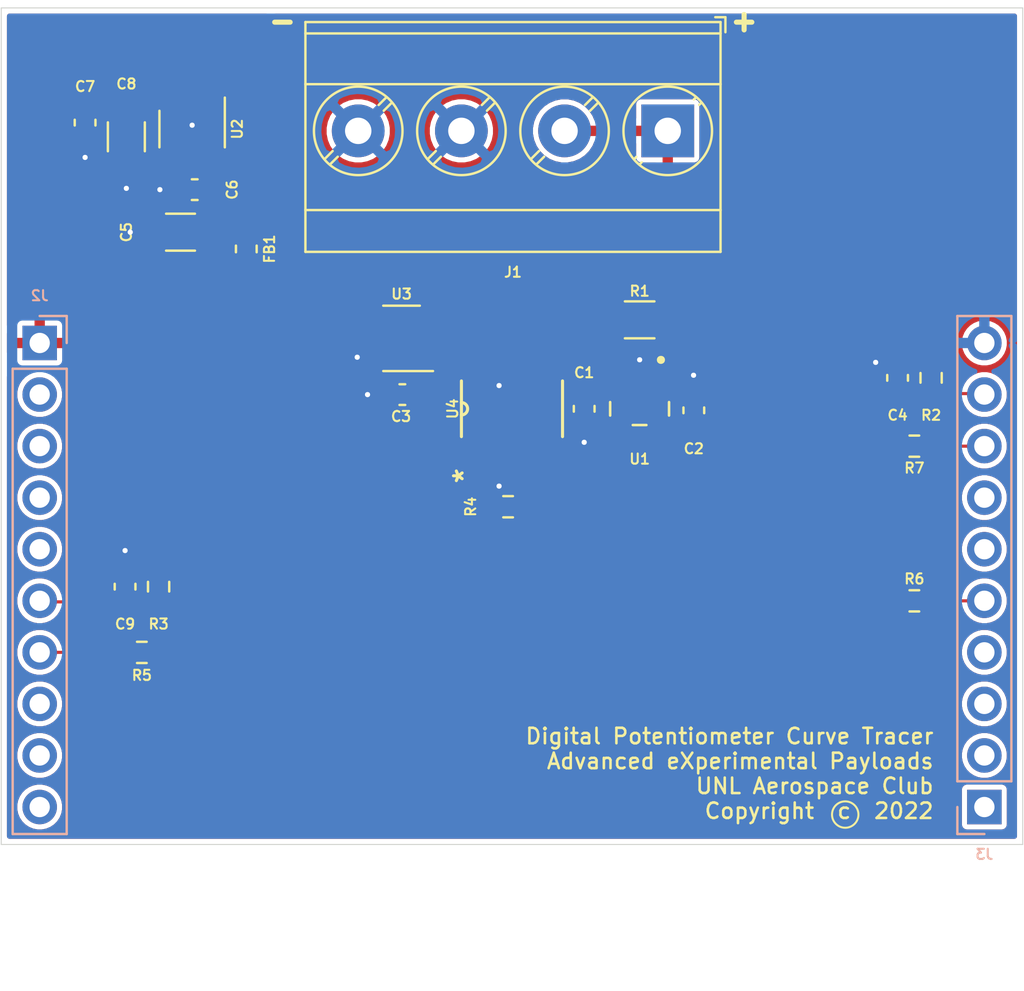
<source format=kicad_pcb>
(kicad_pcb (version 20171130) (host pcbnew "(5.1.10)-1")

  (general
    (thickness 1.6)
    (drawings 10)
    (tracks 102)
    (zones 0)
    (modules 24)
    (nets 32)
  )

  (page A4)
  (title_block
    (title "Digital Potentiometer Curve Tracer Layout")
    (date 2022-09-18)
    (rev A)
    (company "Advanced eXperimental Payloads | UNL Aerospace Club")
    (comment 1 "Copyright (c) 2022")
    (comment 2 "Designer: WSA")
    (comment 3 "Reviewer: WSA")
    (comment 4 "Approved: WSA")
  )

  (layers
    (0 F.Cu signal)
    (31 B.Cu signal)
    (32 B.Adhes user)
    (33 F.Adhes user)
    (34 B.Paste user)
    (35 F.Paste user)
    (36 B.SilkS user)
    (37 F.SilkS user)
    (38 B.Mask user)
    (39 F.Mask user)
    (40 Dwgs.User user)
    (41 Cmts.User user)
    (42 Eco1.User user)
    (43 Eco2.User user)
    (44 Edge.Cuts user)
    (45 Margin user)
    (46 B.CrtYd user)
    (47 F.CrtYd user)
    (48 B.Fab user hide)
    (49 F.Fab user hide)
  )

  (setup
    (last_trace_width 0.1524)
    (user_trace_width 0.3048)
    (user_trace_width 0.508)
    (trace_clearance 0.1524)
    (zone_clearance 0.254)
    (zone_45_only no)
    (trace_min 0.1524)
    (via_size 0.508)
    (via_drill 0.254)
    (via_min_size 0.508)
    (via_min_drill 0.254)
    (uvia_size 0.3)
    (uvia_drill 0.1)
    (uvias_allowed no)
    (uvia_min_size 0.2)
    (uvia_min_drill 0.1)
    (edge_width 0.05)
    (segment_width 0.2)
    (pcb_text_width 0.3)
    (pcb_text_size 1.5 1.5)
    (mod_edge_width 0.1)
    (mod_text_size 0.5 0.5)
    (mod_text_width 0.1)
    (pad_size 1.524 1.524)
    (pad_drill 0.762)
    (pad_to_mask_clearance 0)
    (aux_axis_origin 0 0)
    (visible_elements 7FFFFFFF)
    (pcbplotparams
      (layerselection 0x010fc_ffffffff)
      (usegerberextensions false)
      (usegerberattributes true)
      (usegerberadvancedattributes true)
      (creategerberjobfile true)
      (excludeedgelayer true)
      (linewidth 0.100000)
      (plotframeref true)
      (viasonmask false)
      (mode 1)
      (useauxorigin false)
      (hpglpennumber 1)
      (hpglpenspeed 20)
      (hpglpendiameter 15.000000)
      (psnegative false)
      (psa4output false)
      (plotreference true)
      (plotvalue true)
      (plotinvisibletext false)
      (padsonsilk false)
      (subtractmaskfromsilk false)
      (outputformat 4)
      (mirror false)
      (drillshape 0)
      (scaleselection 1)
      (outputdirectory "renders"))
  )

  (net 0 "")
  (net 1 GND)
  (net 2 +3V3)
  (net 3 PANEL_CURRENT)
  (net 4 "Net-(C5-Pad1)")
  (net 5 VBUS)
  (net 6 PANEL_VOLTAGE)
  (net 7 "Net-(J2-Pad10)")
  (net 8 "Net-(J2-Pad9)")
  (net 9 "Net-(J2-Pad8)")
  (net 10 "Net-(J2-Pad7)")
  (net 11 "Net-(J2-Pad5)")
  (net 12 "Net-(J2-Pad4)")
  (net 13 "Net-(J2-Pad3)")
  (net 14 "Net-(J3-Pad8)")
  (net 15 "Net-(J3-Pad7)")
  (net 16 "Net-(J3-Pad6)")
  (net 17 "Net-(J3-Pad5)")
  (net 18 "Net-(J3-Pad4)")
  (net 19 "Net-(J3-Pad3)")
  (net 20 "Net-(J3-Pad2)")
  (net 21 "Net-(J3-Pad1)")
  (net 22 "Net-(R1-Pad1)")
  (net 23 "Net-(R2-Pad2)")
  (net 24 "Net-(R3-Pad2)")
  (net 25 "Net-(U2-Pad4)")
  (net 26 "Net-(U4-Pad1)")
  (net 27 "Net-(J1-Pad1)")
  (net 28 "Net-(R4-Pad1)")
  (net 29 "Net-(R5-Pad1)")
  (net 30 "Net-(R6-Pad1)")
  (net 31 "Net-(J2-Pad2)")

  (net_class Default "This is the default net class."
    (clearance 0.1524)
    (trace_width 0.1524)
    (via_dia 0.508)
    (via_drill 0.254)
    (uvia_dia 0.3)
    (uvia_drill 0.1)
    (add_net +3V3)
    (add_net GND)
    (add_net "Net-(C5-Pad1)")
    (add_net "Net-(J1-Pad1)")
    (add_net "Net-(J2-Pad10)")
    (add_net "Net-(J2-Pad2)")
    (add_net "Net-(J2-Pad3)")
    (add_net "Net-(J2-Pad4)")
    (add_net "Net-(J2-Pad5)")
    (add_net "Net-(J2-Pad7)")
    (add_net "Net-(J2-Pad8)")
    (add_net "Net-(J2-Pad9)")
    (add_net "Net-(J3-Pad1)")
    (add_net "Net-(J3-Pad2)")
    (add_net "Net-(J3-Pad3)")
    (add_net "Net-(J3-Pad4)")
    (add_net "Net-(J3-Pad5)")
    (add_net "Net-(J3-Pad6)")
    (add_net "Net-(J3-Pad7)")
    (add_net "Net-(J3-Pad8)")
    (add_net "Net-(R1-Pad1)")
    (add_net "Net-(R2-Pad2)")
    (add_net "Net-(R3-Pad2)")
    (add_net "Net-(R4-Pad1)")
    (add_net "Net-(R5-Pad1)")
    (add_net "Net-(R6-Pad1)")
    (add_net "Net-(U2-Pad4)")
    (add_net "Net-(U4-Pad1)")
    (add_net PANEL_CURRENT)
    (add_net PANEL_VOLTAGE)
    (add_net VBUS)
  )

  (module AD8400ARZ1:SOIC127P600X175-8N (layer F.Cu) (tedit 6324D8BC) (tstamp 63256D4B)
    (at 161.0868 96.2914 90)
    (path /6327A60F)
    (fp_text reference U4 (at 0 -2.921 90) (layer F.SilkS)
      (effects (font (size 0.5 0.5) (thickness 0.1)))
    )
    (fp_text value AD8400ARZ1 (at 15.2908 4.6736 90) (layer F.Fab)
      (effects (font (size 1.64 1.64) (thickness 0.15)))
    )
    (fp_line (start -0.3048 -2.4892) (end -1.3716 -2.4892) (layer F.SilkS) (width 0.1524))
    (fp_line (start 0.3048 -2.4892) (end -0.3048 -2.4892) (layer F.SilkS) (width 0.1524))
    (fp_line (start 1.3716 -2.4892) (end 0.3048 -2.4892) (layer F.SilkS) (width 0.1524))
    (fp_line (start -1.3716 2.4892) (end 1.3716 2.4892) (layer F.SilkS) (width 0.1524))
    (fp_line (start -2.0066 -2.4892) (end -2.0066 2.4892) (layer F.Fab) (width 0.1))
    (fp_line (start -0.3048 -2.4892) (end -2.0066 -2.4892) (layer F.Fab) (width 0.1))
    (fp_line (start 0.3048 -2.4892) (end -0.3048 -2.4892) (layer F.Fab) (width 0.1))
    (fp_line (start 2.0066 -2.4892) (end 0.3048 -2.4892) (layer F.Fab) (width 0.1))
    (fp_line (start 2.0066 2.4892) (end 2.0066 -2.4892) (layer F.Fab) (width 0.1))
    (fp_line (start -2.0066 2.4892) (end 2.0066 2.4892) (layer F.Fab) (width 0.1))
    (fp_line (start 3.0988 -2.159) (end 2.0066 -2.159) (layer F.Fab) (width 0.1))
    (fp_line (start 3.0988 -1.651) (end 3.0988 -2.159) (layer F.Fab) (width 0.1))
    (fp_line (start 2.0066 -1.651) (end 3.0988 -1.651) (layer F.Fab) (width 0.1))
    (fp_line (start 2.0066 -2.159) (end 2.0066 -1.651) (layer F.Fab) (width 0.1))
    (fp_line (start 3.0988 -0.889) (end 2.0066 -0.889) (layer F.Fab) (width 0.1))
    (fp_line (start 3.0988 -0.381) (end 3.0988 -0.889) (layer F.Fab) (width 0.1))
    (fp_line (start 2.0066 -0.381) (end 3.0988 -0.381) (layer F.Fab) (width 0.1))
    (fp_line (start 2.0066 -0.889) (end 2.0066 -0.381) (layer F.Fab) (width 0.1))
    (fp_line (start 3.0988 0.381) (end 2.0066 0.381) (layer F.Fab) (width 0.1))
    (fp_line (start 3.0988 0.889) (end 3.0988 0.381) (layer F.Fab) (width 0.1))
    (fp_line (start 2.0066 0.889) (end 3.0988 0.889) (layer F.Fab) (width 0.1))
    (fp_line (start 2.0066 0.381) (end 2.0066 0.889) (layer F.Fab) (width 0.1))
    (fp_line (start 3.0988 1.651) (end 2.0066 1.651) (layer F.Fab) (width 0.1))
    (fp_line (start 3.0988 2.159) (end 3.0988 1.651) (layer F.Fab) (width 0.1))
    (fp_line (start 2.0066 2.159) (end 3.0988 2.159) (layer F.Fab) (width 0.1))
    (fp_line (start 2.0066 1.651) (end 2.0066 2.159) (layer F.Fab) (width 0.1))
    (fp_line (start -3.0988 2.159) (end -2.0066 2.159) (layer F.Fab) (width 0.1))
    (fp_line (start -3.0988 1.651) (end -3.0988 2.159) (layer F.Fab) (width 0.1))
    (fp_line (start -2.0066 1.651) (end -3.0988 1.651) (layer F.Fab) (width 0.1))
    (fp_line (start -2.0066 2.159) (end -2.0066 1.651) (layer F.Fab) (width 0.1))
    (fp_line (start -3.0988 0.889) (end -2.0066 0.889) (layer F.Fab) (width 0.1))
    (fp_line (start -3.0988 0.381) (end -3.0988 0.889) (layer F.Fab) (width 0.1))
    (fp_line (start -2.0066 0.381) (end -3.0988 0.381) (layer F.Fab) (width 0.1))
    (fp_line (start -2.0066 0.889) (end -2.0066 0.381) (layer F.Fab) (width 0.1))
    (fp_line (start -3.0988 -0.381) (end -2.0066 -0.381) (layer F.Fab) (width 0.1))
    (fp_line (start -3.0988 -0.889) (end -3.0988 -0.381) (layer F.Fab) (width 0.1))
    (fp_line (start -2.0066 -0.889) (end -3.0988 -0.889) (layer F.Fab) (width 0.1))
    (fp_line (start -2.0066 -0.381) (end -2.0066 -0.889) (layer F.Fab) (width 0.1))
    (fp_line (start -3.0988 -1.651) (end -2.0066 -1.651) (layer F.Fab) (width 0.1))
    (fp_line (start -3.0988 -2.159) (end -3.0988 -1.651) (layer F.Fab) (width 0.1))
    (fp_line (start -2.0066 -2.159) (end -3.0988 -2.159) (layer F.Fab) (width 0.1))
    (fp_line (start -2.0066 -1.651) (end -2.0066 -2.159) (layer F.Fab) (width 0.1))
    (fp_text user * (at -3.302 -2.3368 90) (layer F.SilkS)
      (effects (font (size 1 1) (thickness 0.15)))
    )
    (fp_arc (start 0 -2.4892) (end -0.3048 -2.4892) (angle -180) (layer F.SilkS) (width 0.1524))
    (fp_text user * (at -3.302 -2.3368 90) (layer F.Fab)
      (effects (font (size 1 1) (thickness 0.15)))
    )
    (fp_arc (start 0 -2.4892) (end -0.3048 -2.4892) (angle -180) (layer F.Fab) (width 0.1))
    (pad 8 smd rect (at 2.4638 -1.905 90) (size 1.9812 0.5588) (layers F.Cu F.Paste F.Mask)
      (net 22 "Net-(R1-Pad1)"))
    (pad 7 smd rect (at 2.4638 -0.635 90) (size 1.9812 0.5588) (layers F.Cu F.Paste F.Mask)
      (net 1 GND))
    (pad 6 smd rect (at 2.4638 0.635 90) (size 1.9812 0.5588) (layers F.Cu F.Paste F.Mask)
      (net 2 +3V3))
    (pad 5 smd rect (at 2.4638 1.905 90) (size 1.9812 0.5588) (layers F.Cu F.Paste F.Mask)
      (net 29 "Net-(R5-Pad1)"))
    (pad 4 smd rect (at -2.4638 1.905 90) (size 1.9812 0.5588) (layers F.Cu F.Paste F.Mask)
      (net 30 "Net-(R6-Pad1)"))
    (pad 3 smd rect (at -2.4638 0.635 90) (size 1.9812 0.5588) (layers F.Cu F.Paste F.Mask)
      (net 28 "Net-(R4-Pad1)"))
    (pad 2 smd rect (at -2.4638 -0.635 90) (size 1.9812 0.5588) (layers F.Cu F.Paste F.Mask)
      (net 1 GND))
    (pad 1 smd rect (at -2.4638 -1.905 90) (size 1.9812 0.5588) (layers F.Cu F.Paste F.Mask)
      (net 26 "Net-(U4-Pad1)"))
    (model "${KIPRJMOD}/KiCAD Parts/AD8400ARZ1/AD8400ARZ1.step"
      (offset (xyz 0 0 0.9651999999999998))
      (scale (xyz 1 1 1))
      (rotate (xyz -90 0 90))
    )
  )

  (module INA180B2IDBVT:SOT95P280X145-5N (layer F.Cu) (tedit 631127DA) (tstamp 63256CE7)
    (at 167.3703 96.2929 270)
    (path /6324CDA1)
    (fp_text reference U1 (at 2.475 -0.003 180) (layer F.SilkS)
      (effects (font (size 0.5 0.5) (thickness 0.1)))
    )
    (fp_text value INA180B2IDBVT (at 5.528 2.508 90) (layer F.Fab)
      (effects (font (size 0.8 0.8) (thickness 0.15)))
    )
    (fp_line (start -2.11 1.7) (end -2.11 -1.7) (layer F.CrtYd) (width 0.05))
    (fp_line (start 2.11 1.7) (end -2.11 1.7) (layer F.CrtYd) (width 0.05))
    (fp_line (start 2.11 -1.7) (end 2.11 1.7) (layer F.CrtYd) (width 0.05))
    (fp_line (start -2.11 -1.7) (end 2.11 -1.7) (layer F.CrtYd) (width 0.05))
    (fp_line (start 0.8 1.45) (end -0.8 1.45) (layer F.Fab) (width 0.127))
    (fp_line (start -0.8 -1.45) (end 0.8 -1.45) (layer F.Fab) (width 0.127))
    (fp_line (start 0.8 -1.45) (end 0.8 1.45) (layer F.Fab) (width 0.127))
    (fp_line (start -0.8 1.45) (end -0.8 -1.45) (layer F.Fab) (width 0.127))
    (fp_line (start 0.33 1.45) (end -0.33 1.45) (layer F.SilkS) (width 0.127))
    (fp_line (start 0.8 -0.335) (end 0.8 0.335) (layer F.SilkS) (width 0.127))
    (fp_line (start -0.33 -1.45) (end 0.33 -1.45) (layer F.SilkS) (width 0.127))
    (fp_circle (center -2.41 -1.05) (end -2.31 -1.05) (layer F.Fab) (width 0.2))
    (fp_circle (center -2.41 -1.05) (end -2.31 -1.05) (layer F.SilkS) (width 0.2))
    (pad 5 smd roundrect (at 1.255 -0.95 270) (size 1.21 0.59) (layers F.Cu F.Paste F.Mask) (roundrect_rratio 0.15)
      (net 2 +3V3))
    (pad 4 smd roundrect (at 1.255 0.95 270) (size 1.21 0.59) (layers F.Cu F.Paste F.Mask) (roundrect_rratio 0.15)
      (net 23 "Net-(R2-Pad2)"))
    (pad 3 smd roundrect (at -1.255 0.95 270) (size 1.21 0.59) (layers F.Cu F.Paste F.Mask) (roundrect_rratio 0.15)
      (net 22 "Net-(R1-Pad1)"))
    (pad 2 smd roundrect (at -1.255 0 270) (size 1.21 0.59) (layers F.Cu F.Paste F.Mask) (roundrect_rratio 0.15)
      (net 1 GND))
    (pad 1 smd roundrect (at -1.255 -0.95 270) (size 1.21 0.59) (layers F.Cu F.Paste F.Mask) (roundrect_rratio 0.15)
      (net 27 "Net-(J1-Pad1)"))
    (model ${KISYS3DMOD}/Package_TO_SOT_SMD.3dshapes/SOT-23-5.wrl
      (at (xyz 0 0 0))
      (scale (xyz 1 1 1))
      (rotate (xyz 0 0 0))
    )
  )

  (module Resistor_SMD:R_0603_1608Metric (layer F.Cu) (tedit 5F68FEEE) (tstamp 63260143)
    (at 180.8988 98.1329)
    (descr "Resistor SMD 0603 (1608 Metric), square (rectangular) end terminal, IPC_7351 nominal, (Body size source: IPC-SM-782 page 72, https://www.pcb-3d.com/wordpress/wp-content/uploads/ipc-sm-782a_amendment_1_and_2.pdf), generated with kicad-footprint-generator")
    (tags resistor)
    (path /63322D1A)
    (attr smd)
    (fp_text reference R7 (at 0 1.0795) (layer F.SilkS)
      (effects (font (size 0.5 0.5) (thickness 0.1)))
    )
    (fp_text value 100 (at 0 1.43) (layer F.Fab)
      (effects (font (size 1 1) (thickness 0.15)))
    )
    (fp_line (start 1.48 0.73) (end -1.48 0.73) (layer F.CrtYd) (width 0.05))
    (fp_line (start 1.48 -0.73) (end 1.48 0.73) (layer F.CrtYd) (width 0.05))
    (fp_line (start -1.48 -0.73) (end 1.48 -0.73) (layer F.CrtYd) (width 0.05))
    (fp_line (start -1.48 0.73) (end -1.48 -0.73) (layer F.CrtYd) (width 0.05))
    (fp_line (start -0.237258 0.5225) (end 0.237258 0.5225) (layer F.SilkS) (width 0.12))
    (fp_line (start -0.237258 -0.5225) (end 0.237258 -0.5225) (layer F.SilkS) (width 0.12))
    (fp_line (start 0.8 0.4125) (end -0.8 0.4125) (layer F.Fab) (width 0.1))
    (fp_line (start 0.8 -0.4125) (end 0.8 0.4125) (layer F.Fab) (width 0.1))
    (fp_line (start -0.8 -0.4125) (end 0.8 -0.4125) (layer F.Fab) (width 0.1))
    (fp_line (start -0.8 0.4125) (end -0.8 -0.4125) (layer F.Fab) (width 0.1))
    (fp_text user %R (at 0 0) (layer F.Fab)
      (effects (font (size 0.4 0.4) (thickness 0.06)))
    )
    (pad 2 smd roundrect (at 0.825 0) (size 0.8 0.95) (layers F.Cu F.Paste F.Mask) (roundrect_rratio 0.25)
      (net 14 "Net-(J3-Pad8)"))
    (pad 1 smd roundrect (at -0.825 0) (size 0.8 0.95) (layers F.Cu F.Paste F.Mask) (roundrect_rratio 0.25)
      (net 28 "Net-(R4-Pad1)"))
    (model ${KISYS3DMOD}/Resistor_SMD.3dshapes/R_0603_1608Metric.wrl
      (at (xyz 0 0 0))
      (scale (xyz 1 1 1))
      (rotate (xyz 0 0 0))
    )
  )

  (module Resistor_SMD:R_0603_1608Metric (layer F.Cu) (tedit 5F68FEEE) (tstamp 63260132)
    (at 180.8988 105.7529)
    (descr "Resistor SMD 0603 (1608 Metric), square (rectangular) end terminal, IPC_7351 nominal, (Body size source: IPC-SM-782 page 72, https://www.pcb-3d.com/wordpress/wp-content/uploads/ipc-sm-782a_amendment_1_and_2.pdf), generated with kicad-footprint-generator")
    (tags resistor)
    (path /6331DA01)
    (attr smd)
    (fp_text reference R6 (at 0 -1.0795) (layer F.SilkS)
      (effects (font (size 0.5 0.5) (thickness 0.1)))
    )
    (fp_text value 100 (at 0 1.43) (layer F.Fab)
      (effects (font (size 1 1) (thickness 0.15)))
    )
    (fp_line (start 1.48 0.73) (end -1.48 0.73) (layer F.CrtYd) (width 0.05))
    (fp_line (start 1.48 -0.73) (end 1.48 0.73) (layer F.CrtYd) (width 0.05))
    (fp_line (start -1.48 -0.73) (end 1.48 -0.73) (layer F.CrtYd) (width 0.05))
    (fp_line (start -1.48 0.73) (end -1.48 -0.73) (layer F.CrtYd) (width 0.05))
    (fp_line (start -0.237258 0.5225) (end 0.237258 0.5225) (layer F.SilkS) (width 0.12))
    (fp_line (start -0.237258 -0.5225) (end 0.237258 -0.5225) (layer F.SilkS) (width 0.12))
    (fp_line (start 0.8 0.4125) (end -0.8 0.4125) (layer F.Fab) (width 0.1))
    (fp_line (start 0.8 -0.4125) (end 0.8 0.4125) (layer F.Fab) (width 0.1))
    (fp_line (start -0.8 -0.4125) (end 0.8 -0.4125) (layer F.Fab) (width 0.1))
    (fp_line (start -0.8 0.4125) (end -0.8 -0.4125) (layer F.Fab) (width 0.1))
    (fp_text user %R (at 0 0) (layer F.Fab)
      (effects (font (size 0.4 0.4) (thickness 0.06)))
    )
    (pad 2 smd roundrect (at 0.825 0) (size 0.8 0.95) (layers F.Cu F.Paste F.Mask) (roundrect_rratio 0.25)
      (net 17 "Net-(J3-Pad5)"))
    (pad 1 smd roundrect (at -0.825 0) (size 0.8 0.95) (layers F.Cu F.Paste F.Mask) (roundrect_rratio 0.25)
      (net 30 "Net-(R6-Pad1)"))
    (model ${KISYS3DMOD}/Resistor_SMD.3dshapes/R_0603_1608Metric.wrl
      (at (xyz 0 0 0))
      (scale (xyz 1 1 1))
      (rotate (xyz 0 0 0))
    )
  )

  (module Resistor_SMD:R_0603_1608Metric (layer F.Cu) (tedit 5F68FEEE) (tstamp 63260121)
    (at 142.8623 108.2929 180)
    (descr "Resistor SMD 0603 (1608 Metric), square (rectangular) end terminal, IPC_7351 nominal, (Body size source: IPC-SM-782 page 72, https://www.pcb-3d.com/wordpress/wp-content/uploads/ipc-sm-782a_amendment_1_and_2.pdf), generated with kicad-footprint-generator")
    (tags resistor)
    (path /6331D5F8)
    (attr smd)
    (fp_text reference R5 (at 0 -1.1303) (layer F.SilkS)
      (effects (font (size 0.5 0.5) (thickness 0.1)))
    )
    (fp_text value 100 (at 0 1.43) (layer F.Fab)
      (effects (font (size 1 1) (thickness 0.15)))
    )
    (fp_line (start 1.48 0.73) (end -1.48 0.73) (layer F.CrtYd) (width 0.05))
    (fp_line (start 1.48 -0.73) (end 1.48 0.73) (layer F.CrtYd) (width 0.05))
    (fp_line (start -1.48 -0.73) (end 1.48 -0.73) (layer F.CrtYd) (width 0.05))
    (fp_line (start -1.48 0.73) (end -1.48 -0.73) (layer F.CrtYd) (width 0.05))
    (fp_line (start -0.237258 0.5225) (end 0.237258 0.5225) (layer F.SilkS) (width 0.12))
    (fp_line (start -0.237258 -0.5225) (end 0.237258 -0.5225) (layer F.SilkS) (width 0.12))
    (fp_line (start 0.8 0.4125) (end -0.8 0.4125) (layer F.Fab) (width 0.1))
    (fp_line (start 0.8 -0.4125) (end 0.8 0.4125) (layer F.Fab) (width 0.1))
    (fp_line (start -0.8 -0.4125) (end 0.8 -0.4125) (layer F.Fab) (width 0.1))
    (fp_line (start -0.8 0.4125) (end -0.8 -0.4125) (layer F.Fab) (width 0.1))
    (fp_text user %R (at 0 0) (layer F.Fab)
      (effects (font (size 0.4 0.4) (thickness 0.06)))
    )
    (pad 2 smd roundrect (at 0.825 0 180) (size 0.8 0.95) (layers F.Cu F.Paste F.Mask) (roundrect_rratio 0.25)
      (net 10 "Net-(J2-Pad7)"))
    (pad 1 smd roundrect (at -0.825 0 180) (size 0.8 0.95) (layers F.Cu F.Paste F.Mask) (roundrect_rratio 0.25)
      (net 29 "Net-(R5-Pad1)"))
    (model ${KISYS3DMOD}/Resistor_SMD.3dshapes/R_0603_1608Metric.wrl
      (at (xyz 0 0 0))
      (scale (xyz 1 1 1))
      (rotate (xyz 0 0 0))
    )
  )

  (module Package_TO_SOT_SMD:SOT-23-5 (layer F.Cu) (tedit 5A02FF57) (tstamp 6325F46C)
    (at 155.6493 92.8229 180)
    (descr "5-pin SOT23 package")
    (tags SOT-23-5)
    (path /6324D5BD)
    (attr smd)
    (fp_text reference U3 (at 0 2.183) (layer F.SilkS)
      (effects (font (size 0.5 0.5) (thickness 0.1)))
    )
    (fp_text value MCP6401RT-xOT (at 0 2.9) (layer F.Fab)
      (effects (font (size 1 1) (thickness 0.15)))
    )
    (fp_line (start 0.9 -1.55) (end 0.9 1.55) (layer F.Fab) (width 0.1))
    (fp_line (start 0.9 1.55) (end -0.9 1.55) (layer F.Fab) (width 0.1))
    (fp_line (start -0.9 -0.9) (end -0.9 1.55) (layer F.Fab) (width 0.1))
    (fp_line (start 0.9 -1.55) (end -0.25 -1.55) (layer F.Fab) (width 0.1))
    (fp_line (start -0.9 -0.9) (end -0.25 -1.55) (layer F.Fab) (width 0.1))
    (fp_line (start -1.9 1.8) (end -1.9 -1.8) (layer F.CrtYd) (width 0.05))
    (fp_line (start 1.9 1.8) (end -1.9 1.8) (layer F.CrtYd) (width 0.05))
    (fp_line (start 1.9 -1.8) (end 1.9 1.8) (layer F.CrtYd) (width 0.05))
    (fp_line (start -1.9 -1.8) (end 1.9 -1.8) (layer F.CrtYd) (width 0.05))
    (fp_line (start 0.9 -1.61) (end -1.55 -1.61) (layer F.SilkS) (width 0.12))
    (fp_line (start -0.9 1.61) (end 0.9 1.61) (layer F.SilkS) (width 0.12))
    (fp_text user %R (at 0 0 90) (layer F.Fab)
      (effects (font (size 0.5 0.5) (thickness 0.075)))
    )
    (pad 5 smd rect (at 1.1 -0.95 180) (size 1.06 0.65) (layers F.Cu F.Paste F.Mask)
      (net 1 GND))
    (pad 4 smd rect (at 1.1 0.95 180) (size 1.06 0.65) (layers F.Cu F.Paste F.Mask)
      (net 24 "Net-(R3-Pad2)"))
    (pad 3 smd rect (at -1.1 0.95 180) (size 1.06 0.65) (layers F.Cu F.Paste F.Mask)
      (net 22 "Net-(R1-Pad1)"))
    (pad 2 smd rect (at -1.1 0 180) (size 1.06 0.65) (layers F.Cu F.Paste F.Mask)
      (net 2 +3V3))
    (pad 1 smd rect (at -1.1 -0.95 180) (size 1.06 0.65) (layers F.Cu F.Paste F.Mask)
      (net 24 "Net-(R3-Pad2)"))
    (model ${KISYS3DMOD}/Package_TO_SOT_SMD.3dshapes/SOT-23-5.wrl
      (at (xyz 0 0 0))
      (scale (xyz 1 1 1))
      (rotate (xyz 0 0 0))
    )
  )

  (module Package_TO_SOT_SMD:SOT-23-5 (layer F.Cu) (tedit 5A02FF57) (tstamp 63256CFC)
    (at 145.3388 82.5119 270)
    (descr "5-pin SOT23 package")
    (tags SOT-23-5)
    (path /6325007F)
    (attr smd)
    (fp_text reference U2 (at 0 -2.2225 90) (layer F.SilkS)
      (effects (font (size 0.5 0.5) (thickness 0.1)))
    )
    (fp_text value AP2112K-3.3 (at 0 2.9 90) (layer F.Fab)
      (effects (font (size 1 1) (thickness 0.15)))
    )
    (fp_line (start 0.9 -1.55) (end 0.9 1.55) (layer F.Fab) (width 0.1))
    (fp_line (start 0.9 1.55) (end -0.9 1.55) (layer F.Fab) (width 0.1))
    (fp_line (start -0.9 -0.9) (end -0.9 1.55) (layer F.Fab) (width 0.1))
    (fp_line (start 0.9 -1.55) (end -0.25 -1.55) (layer F.Fab) (width 0.1))
    (fp_line (start -0.9 -0.9) (end -0.25 -1.55) (layer F.Fab) (width 0.1))
    (fp_line (start -1.9 1.8) (end -1.9 -1.8) (layer F.CrtYd) (width 0.05))
    (fp_line (start 1.9 1.8) (end -1.9 1.8) (layer F.CrtYd) (width 0.05))
    (fp_line (start 1.9 -1.8) (end 1.9 1.8) (layer F.CrtYd) (width 0.05))
    (fp_line (start -1.9 -1.8) (end 1.9 -1.8) (layer F.CrtYd) (width 0.05))
    (fp_line (start 0.9 -1.61) (end -1.55 -1.61) (layer F.SilkS) (width 0.12))
    (fp_line (start -0.9 1.61) (end 0.9 1.61) (layer F.SilkS) (width 0.12))
    (fp_text user %R (at 0 0) (layer F.Fab)
      (effects (font (size 0.5 0.5) (thickness 0.075)))
    )
    (pad 5 smd rect (at 1.1 -0.95 270) (size 1.06 0.65) (layers F.Cu F.Paste F.Mask)
      (net 4 "Net-(C5-Pad1)"))
    (pad 4 smd rect (at 1.1 0.95 270) (size 1.06 0.65) (layers F.Cu F.Paste F.Mask)
      (net 25 "Net-(U2-Pad4)"))
    (pad 3 smd rect (at -1.1 0.95 270) (size 1.06 0.65) (layers F.Cu F.Paste F.Mask)
      (net 5 VBUS))
    (pad 2 smd rect (at -1.1 0 270) (size 1.06 0.65) (layers F.Cu F.Paste F.Mask)
      (net 1 GND))
    (pad 1 smd rect (at -1.1 -0.95 270) (size 1.06 0.65) (layers F.Cu F.Paste F.Mask)
      (net 5 VBUS))
    (model ${KISYS3DMOD}/Package_TO_SOT_SMD.3dshapes/SOT-23-5.wrl
      (at (xyz 0 0 0))
      (scale (xyz 1 1 1))
      (rotate (xyz 0 0 0))
    )
  )

  (module Resistor_SMD:R_0603_1608Metric (layer F.Cu) (tedit 5F68FEEE) (tstamp 63256CD1)
    (at 160.8963 101.1174 180)
    (descr "Resistor SMD 0603 (1608 Metric), square (rectangular) end terminal, IPC_7351 nominal, (Body size source: IPC-SM-782 page 72, https://www.pcb-3d.com/wordpress/wp-content/uploads/ipc-sm-782a_amendment_1_and_2.pdf), generated with kicad-footprint-generator")
    (tags resistor)
    (path /63296E2C)
    (attr smd)
    (fp_text reference R4 (at 1.8415 0 90) (layer F.SilkS)
      (effects (font (size 0.5 0.5) (thickness 0.1)))
    )
    (fp_text value 10k (at 0 1.43) (layer F.Fab)
      (effects (font (size 1 1) (thickness 0.15)))
    )
    (fp_line (start 1.48 0.73) (end -1.48 0.73) (layer F.CrtYd) (width 0.05))
    (fp_line (start 1.48 -0.73) (end 1.48 0.73) (layer F.CrtYd) (width 0.05))
    (fp_line (start -1.48 -0.73) (end 1.48 -0.73) (layer F.CrtYd) (width 0.05))
    (fp_line (start -1.48 0.73) (end -1.48 -0.73) (layer F.CrtYd) (width 0.05))
    (fp_line (start -0.237258 0.5225) (end 0.237258 0.5225) (layer F.SilkS) (width 0.12))
    (fp_line (start -0.237258 -0.5225) (end 0.237258 -0.5225) (layer F.SilkS) (width 0.12))
    (fp_line (start 0.8 0.4125) (end -0.8 0.4125) (layer F.Fab) (width 0.1))
    (fp_line (start 0.8 -0.4125) (end 0.8 0.4125) (layer F.Fab) (width 0.1))
    (fp_line (start -0.8 -0.4125) (end 0.8 -0.4125) (layer F.Fab) (width 0.1))
    (fp_line (start -0.8 0.4125) (end -0.8 -0.4125) (layer F.Fab) (width 0.1))
    (fp_text user %R (at 0 0) (layer F.Fab)
      (effects (font (size 0.4 0.4) (thickness 0.06)))
    )
    (pad 2 smd roundrect (at 0.825 0 180) (size 0.8 0.95) (layers F.Cu F.Paste F.Mask) (roundrect_rratio 0.25)
      (net 2 +3V3))
    (pad 1 smd roundrect (at -0.825 0 180) (size 0.8 0.95) (layers F.Cu F.Paste F.Mask) (roundrect_rratio 0.25)
      (net 28 "Net-(R4-Pad1)"))
    (model ${KISYS3DMOD}/Resistor_SMD.3dshapes/R_0603_1608Metric.wrl
      (at (xyz 0 0 0))
      (scale (xyz 1 1 1))
      (rotate (xyz 0 0 0))
    )
  )

  (module Resistor_SMD:R_0603_1608Metric (layer F.Cu) (tedit 5F68FEEE) (tstamp 63256CC0)
    (at 143.6878 105.0544 90)
    (descr "Resistor SMD 0603 (1608 Metric), square (rectangular) end terminal, IPC_7351 nominal, (Body size source: IPC-SM-782 page 72, https://www.pcb-3d.com/wordpress/wp-content/uploads/ipc-sm-782a_amendment_1_and_2.pdf), generated with kicad-footprint-generator")
    (tags resistor)
    (path /63269A68)
    (attr smd)
    (fp_text reference R3 (at -1.8415 0 180) (layer F.SilkS)
      (effects (font (size 0.5 0.5) (thickness 0.1)))
    )
    (fp_text value 10k (at 0 1.43 90) (layer F.Fab)
      (effects (font (size 1 1) (thickness 0.15)))
    )
    (fp_line (start 1.48 0.73) (end -1.48 0.73) (layer F.CrtYd) (width 0.05))
    (fp_line (start 1.48 -0.73) (end 1.48 0.73) (layer F.CrtYd) (width 0.05))
    (fp_line (start -1.48 -0.73) (end 1.48 -0.73) (layer F.CrtYd) (width 0.05))
    (fp_line (start -1.48 0.73) (end -1.48 -0.73) (layer F.CrtYd) (width 0.05))
    (fp_line (start -0.237258 0.5225) (end 0.237258 0.5225) (layer F.SilkS) (width 0.12))
    (fp_line (start -0.237258 -0.5225) (end 0.237258 -0.5225) (layer F.SilkS) (width 0.12))
    (fp_line (start 0.8 0.4125) (end -0.8 0.4125) (layer F.Fab) (width 0.1))
    (fp_line (start 0.8 -0.4125) (end 0.8 0.4125) (layer F.Fab) (width 0.1))
    (fp_line (start -0.8 -0.4125) (end 0.8 -0.4125) (layer F.Fab) (width 0.1))
    (fp_line (start -0.8 0.4125) (end -0.8 -0.4125) (layer F.Fab) (width 0.1))
    (fp_text user %R (at 0 0 90) (layer F.Fab)
      (effects (font (size 0.4 0.4) (thickness 0.06)))
    )
    (pad 2 smd roundrect (at 0.825 0 90) (size 0.8 0.95) (layers F.Cu F.Paste F.Mask) (roundrect_rratio 0.25)
      (net 24 "Net-(R3-Pad2)"))
    (pad 1 smd roundrect (at -0.825 0 90) (size 0.8 0.95) (layers F.Cu F.Paste F.Mask) (roundrect_rratio 0.25)
      (net 6 PANEL_VOLTAGE))
    (model ${KISYS3DMOD}/Resistor_SMD.3dshapes/R_0603_1608Metric.wrl
      (at (xyz 0 0 0))
      (scale (xyz 1 1 1))
      (rotate (xyz 0 0 0))
    )
  )

  (module Resistor_SMD:R_0603_1608Metric (layer F.Cu) (tedit 5F68FEEE) (tstamp 63256CAF)
    (at 181.7243 94.7674 90)
    (descr "Resistor SMD 0603 (1608 Metric), square (rectangular) end terminal, IPC_7351 nominal, (Body size source: IPC-SM-782 page 72, https://www.pcb-3d.com/wordpress/wp-content/uploads/ipc-sm-782a_amendment_1_and_2.pdf), generated with kicad-footprint-generator")
    (tags resistor)
    (path /63268910)
    (attr smd)
    (fp_text reference R2 (at -1.8415 0 180) (layer F.SilkS)
      (effects (font (size 0.5 0.5) (thickness 0.1)))
    )
    (fp_text value 10k (at 0 1.43 90) (layer F.Fab)
      (effects (font (size 1 1) (thickness 0.15)))
    )
    (fp_line (start 1.48 0.73) (end -1.48 0.73) (layer F.CrtYd) (width 0.05))
    (fp_line (start 1.48 -0.73) (end 1.48 0.73) (layer F.CrtYd) (width 0.05))
    (fp_line (start -1.48 -0.73) (end 1.48 -0.73) (layer F.CrtYd) (width 0.05))
    (fp_line (start -1.48 0.73) (end -1.48 -0.73) (layer F.CrtYd) (width 0.05))
    (fp_line (start -0.237258 0.5225) (end 0.237258 0.5225) (layer F.SilkS) (width 0.12))
    (fp_line (start -0.237258 -0.5225) (end 0.237258 -0.5225) (layer F.SilkS) (width 0.12))
    (fp_line (start 0.8 0.4125) (end -0.8 0.4125) (layer F.Fab) (width 0.1))
    (fp_line (start 0.8 -0.4125) (end 0.8 0.4125) (layer F.Fab) (width 0.1))
    (fp_line (start -0.8 -0.4125) (end 0.8 -0.4125) (layer F.Fab) (width 0.1))
    (fp_line (start -0.8 0.4125) (end -0.8 -0.4125) (layer F.Fab) (width 0.1))
    (fp_text user %R (at 0 0 90) (layer F.Fab)
      (effects (font (size 0.4 0.4) (thickness 0.06)))
    )
    (pad 2 smd roundrect (at 0.825 0 90) (size 0.8 0.95) (layers F.Cu F.Paste F.Mask) (roundrect_rratio 0.25)
      (net 23 "Net-(R2-Pad2)"))
    (pad 1 smd roundrect (at -0.825 0 90) (size 0.8 0.95) (layers F.Cu F.Paste F.Mask) (roundrect_rratio 0.25)
      (net 3 PANEL_CURRENT))
    (model ${KISYS3DMOD}/Resistor_SMD.3dshapes/R_0603_1608Metric.wrl
      (at (xyz 0 0 0))
      (scale (xyz 1 1 1))
      (rotate (xyz 0 0 0))
    )
  )

  (module Resistor_SMD:R_1206_3216Metric (layer F.Cu) (tedit 5F68FEEE) (tstamp 63256C9E)
    (at 167.3733 91.9099)
    (descr "Resistor SMD 1206 (3216 Metric), square (rectangular) end terminal, IPC_7351 nominal, (Body size source: IPC-SM-782 page 72, https://www.pcb-3d.com/wordpress/wp-content/uploads/ipc-sm-782a_amendment_1_and_2.pdf), generated with kicad-footprint-generator")
    (tags resistor)
    (path /6324F50E)
    (attr smd)
    (fp_text reference R1 (at 0 -1.413) (layer F.SilkS)
      (effects (font (size 0.5 0.5) (thickness 0.1)))
    )
    (fp_text value R (at 0 1.82) (layer F.Fab)
      (effects (font (size 1 1) (thickness 0.15)))
    )
    (fp_line (start 2.28 1.12) (end -2.28 1.12) (layer F.CrtYd) (width 0.05))
    (fp_line (start 2.28 -1.12) (end 2.28 1.12) (layer F.CrtYd) (width 0.05))
    (fp_line (start -2.28 -1.12) (end 2.28 -1.12) (layer F.CrtYd) (width 0.05))
    (fp_line (start -2.28 1.12) (end -2.28 -1.12) (layer F.CrtYd) (width 0.05))
    (fp_line (start -0.727064 0.91) (end 0.727064 0.91) (layer F.SilkS) (width 0.12))
    (fp_line (start -0.727064 -0.91) (end 0.727064 -0.91) (layer F.SilkS) (width 0.12))
    (fp_line (start 1.6 0.8) (end -1.6 0.8) (layer F.Fab) (width 0.1))
    (fp_line (start 1.6 -0.8) (end 1.6 0.8) (layer F.Fab) (width 0.1))
    (fp_line (start -1.6 -0.8) (end 1.6 -0.8) (layer F.Fab) (width 0.1))
    (fp_line (start -1.6 0.8) (end -1.6 -0.8) (layer F.Fab) (width 0.1))
    (fp_text user %R (at 0 0) (layer F.Fab)
      (effects (font (size 0.8 0.8) (thickness 0.12)))
    )
    (pad 2 smd roundrect (at 1.4625 0) (size 1.125 1.75) (layers F.Cu F.Paste F.Mask) (roundrect_rratio 0.2222204444444444)
      (net 27 "Net-(J1-Pad1)"))
    (pad 1 smd roundrect (at -1.4625 0) (size 1.125 1.75) (layers F.Cu F.Paste F.Mask) (roundrect_rratio 0.2222204444444444)
      (net 22 "Net-(R1-Pad1)"))
    (model ${KISYS3DMOD}/Resistor_SMD.3dshapes/R_1206_3216Metric.wrl
      (at (xyz 0 0 0))
      (scale (xyz 1 1 1))
      (rotate (xyz 0 0 0))
    )
  )

  (module Connector_PinHeader_2.54mm:PinHeader_1x10_P2.54mm_Vertical (layer B.Cu) (tedit 59FED5CC) (tstamp 6325709A)
    (at 184.3458 115.9104)
    (descr "Through hole straight pin header, 1x10, 2.54mm pitch, single row")
    (tags "Through hole pin header THT 1x10 2.54mm single row")
    (path /63263D0E)
    (fp_text reference J3 (at 0 2.33) (layer B.SilkS)
      (effects (font (size 0.5 0.5) (thickness 0.1)) (justify mirror))
    )
    (fp_text value Conn_01x10_Female (at 0 -25.19) (layer B.Fab)
      (effects (font (size 1 1) (thickness 0.15)) (justify mirror))
    )
    (fp_line (start 1.8 1.8) (end -1.8 1.8) (layer B.CrtYd) (width 0.05))
    (fp_line (start 1.8 -24.65) (end 1.8 1.8) (layer B.CrtYd) (width 0.05))
    (fp_line (start -1.8 -24.65) (end 1.8 -24.65) (layer B.CrtYd) (width 0.05))
    (fp_line (start -1.8 1.8) (end -1.8 -24.65) (layer B.CrtYd) (width 0.05))
    (fp_line (start -1.33 1.33) (end 0 1.33) (layer B.SilkS) (width 0.12))
    (fp_line (start -1.33 0) (end -1.33 1.33) (layer B.SilkS) (width 0.12))
    (fp_line (start -1.33 -1.27) (end 1.33 -1.27) (layer B.SilkS) (width 0.12))
    (fp_line (start 1.33 -1.27) (end 1.33 -24.19) (layer B.SilkS) (width 0.12))
    (fp_line (start -1.33 -1.27) (end -1.33 -24.19) (layer B.SilkS) (width 0.12))
    (fp_line (start -1.33 -24.19) (end 1.33 -24.19) (layer B.SilkS) (width 0.12))
    (fp_line (start -1.27 0.635) (end -0.635 1.27) (layer B.Fab) (width 0.1))
    (fp_line (start -1.27 -24.13) (end -1.27 0.635) (layer B.Fab) (width 0.1))
    (fp_line (start 1.27 -24.13) (end -1.27 -24.13) (layer B.Fab) (width 0.1))
    (fp_line (start 1.27 1.27) (end 1.27 -24.13) (layer B.Fab) (width 0.1))
    (fp_line (start -0.635 1.27) (end 1.27 1.27) (layer B.Fab) (width 0.1))
    (fp_text user %R (at 0 -11.43 -90) (layer B.Fab)
      (effects (font (size 1 1) (thickness 0.15)) (justify mirror))
    )
    (pad 10 thru_hole oval (at 0 -22.86) (size 1.7 1.7) (drill 1) (layers *.Cu *.Mask)
      (net 1 GND))
    (pad 9 thru_hole oval (at 0 -20.32) (size 1.7 1.7) (drill 1) (layers *.Cu *.Mask)
      (net 3 PANEL_CURRENT))
    (pad 8 thru_hole oval (at 0 -17.78) (size 1.7 1.7) (drill 1) (layers *.Cu *.Mask)
      (net 14 "Net-(J3-Pad8)"))
    (pad 7 thru_hole oval (at 0 -15.24) (size 1.7 1.7) (drill 1) (layers *.Cu *.Mask)
      (net 15 "Net-(J3-Pad7)"))
    (pad 6 thru_hole oval (at 0 -12.7) (size 1.7 1.7) (drill 1) (layers *.Cu *.Mask)
      (net 16 "Net-(J3-Pad6)"))
    (pad 5 thru_hole oval (at 0 -10.16) (size 1.7 1.7) (drill 1) (layers *.Cu *.Mask)
      (net 17 "Net-(J3-Pad5)"))
    (pad 4 thru_hole oval (at 0 -7.62) (size 1.7 1.7) (drill 1) (layers *.Cu *.Mask)
      (net 18 "Net-(J3-Pad4)"))
    (pad 3 thru_hole oval (at 0 -5.08) (size 1.7 1.7) (drill 1) (layers *.Cu *.Mask)
      (net 19 "Net-(J3-Pad3)"))
    (pad 2 thru_hole oval (at 0 -2.54) (size 1.7 1.7) (drill 1) (layers *.Cu *.Mask)
      (net 20 "Net-(J3-Pad2)"))
    (pad 1 thru_hole rect (at 0 0) (size 1.7 1.7) (drill 1) (layers *.Cu *.Mask)
      (net 21 "Net-(J3-Pad1)"))
    (model ${KISYS3DMOD}/Connector_PinHeader_2.54mm.3dshapes/PinHeader_1x10_P2.54mm_Vertical.wrl
      (at (xyz 0 0 0))
      (scale (xyz 1 1 1))
      (rotate (xyz 0 0 0))
    )
  )

  (module Connector_PinHeader_2.54mm:PinHeader_1x10_P2.54mm_Vertical (layer B.Cu) (tedit 59FED5CC) (tstamp 63256C6F)
    (at 137.8328 93.0504 180)
    (descr "Through hole straight pin header, 1x10, 2.54mm pitch, single row")
    (tags "Through hole pin header THT 1x10 2.54mm single row")
    (path /632634E0)
    (fp_text reference J2 (at 0 2.33) (layer B.SilkS)
      (effects (font (size 0.5 0.5) (thickness 0.1)) (justify mirror))
    )
    (fp_text value Conn_01x10_Female (at 0 -25.19) (layer B.Fab)
      (effects (font (size 1 1) (thickness 0.15)) (justify mirror))
    )
    (fp_line (start 1.8 1.8) (end -1.8 1.8) (layer B.CrtYd) (width 0.05))
    (fp_line (start 1.8 -24.65) (end 1.8 1.8) (layer B.CrtYd) (width 0.05))
    (fp_line (start -1.8 -24.65) (end 1.8 -24.65) (layer B.CrtYd) (width 0.05))
    (fp_line (start -1.8 1.8) (end -1.8 -24.65) (layer B.CrtYd) (width 0.05))
    (fp_line (start -1.33 1.33) (end 0 1.33) (layer B.SilkS) (width 0.12))
    (fp_line (start -1.33 0) (end -1.33 1.33) (layer B.SilkS) (width 0.12))
    (fp_line (start -1.33 -1.27) (end 1.33 -1.27) (layer B.SilkS) (width 0.12))
    (fp_line (start 1.33 -1.27) (end 1.33 -24.19) (layer B.SilkS) (width 0.12))
    (fp_line (start -1.33 -1.27) (end -1.33 -24.19) (layer B.SilkS) (width 0.12))
    (fp_line (start -1.33 -24.19) (end 1.33 -24.19) (layer B.SilkS) (width 0.12))
    (fp_line (start -1.27 0.635) (end -0.635 1.27) (layer B.Fab) (width 0.1))
    (fp_line (start -1.27 -24.13) (end -1.27 0.635) (layer B.Fab) (width 0.1))
    (fp_line (start 1.27 -24.13) (end -1.27 -24.13) (layer B.Fab) (width 0.1))
    (fp_line (start 1.27 1.27) (end 1.27 -24.13) (layer B.Fab) (width 0.1))
    (fp_line (start -0.635 1.27) (end 1.27 1.27) (layer B.Fab) (width 0.1))
    (fp_text user %R (at 0 -11.43 270) (layer B.Fab)
      (effects (font (size 1 1) (thickness 0.15)) (justify mirror))
    )
    (pad 10 thru_hole oval (at 0 -22.86 180) (size 1.7 1.7) (drill 1) (layers *.Cu *.Mask)
      (net 7 "Net-(J2-Pad10)"))
    (pad 9 thru_hole oval (at 0 -20.32 180) (size 1.7 1.7) (drill 1) (layers *.Cu *.Mask)
      (net 8 "Net-(J2-Pad9)"))
    (pad 8 thru_hole oval (at 0 -17.78 180) (size 1.7 1.7) (drill 1) (layers *.Cu *.Mask)
      (net 9 "Net-(J2-Pad8)"))
    (pad 7 thru_hole oval (at 0 -15.24 180) (size 1.7 1.7) (drill 1) (layers *.Cu *.Mask)
      (net 10 "Net-(J2-Pad7)"))
    (pad 6 thru_hole oval (at 0 -12.7 180) (size 1.7 1.7) (drill 1) (layers *.Cu *.Mask)
      (net 6 PANEL_VOLTAGE))
    (pad 5 thru_hole oval (at 0 -10.16 180) (size 1.7 1.7) (drill 1) (layers *.Cu *.Mask)
      (net 11 "Net-(J2-Pad5)"))
    (pad 4 thru_hole oval (at 0 -7.62 180) (size 1.7 1.7) (drill 1) (layers *.Cu *.Mask)
      (net 12 "Net-(J2-Pad4)"))
    (pad 3 thru_hole oval (at 0 -5.08 180) (size 1.7 1.7) (drill 1) (layers *.Cu *.Mask)
      (net 13 "Net-(J2-Pad3)"))
    (pad 2 thru_hole oval (at 0 -2.54 180) (size 1.7 1.7) (drill 1) (layers *.Cu *.Mask)
      (net 31 "Net-(J2-Pad2)"))
    (pad 1 thru_hole rect (at 0 0 180) (size 1.7 1.7) (drill 1) (layers *.Cu *.Mask)
      (net 5 VBUS))
    (model ${KISYS3DMOD}/Connector_PinHeader_2.54mm.3dshapes/PinHeader_1x10_P2.54mm_Vertical.wrl
      (at (xyz 0 0 0))
      (scale (xyz 1 1 1))
      (rotate (xyz 0 0 0))
    )
  )

  (module TerminalBlock_Phoenix:TerminalBlock_Phoenix_MKDS-3-4-5.08_1x04_P5.08mm_Horizontal (layer F.Cu) (tedit 5B294F11) (tstamp 63256C51)
    (at 168.7563 82.6009 180)
    (descr "Terminal Block Phoenix MKDS-3-4-5.08, 4 pins, pitch 5.08mm, size 20.3x11.2mm^2, drill diamater 1.3mm, pad diameter 2.6mm, see http://www.farnell.com/datasheets/2138224.pdf, script-generated using https://github.com/pointhi/kicad-footprint-generator/scripts/TerminalBlock_Phoenix")
    (tags "THT Terminal Block Phoenix MKDS-3-4-5.08 pitch 5.08mm size 20.3x11.2mm^2 drill 1.3mm pad 2.6mm")
    (path /6324DDC6)
    (fp_text reference J1 (at 7.62 -6.96) (layer F.SilkS)
      (effects (font (size 0.5 0.5) (thickness 0.1)))
    )
    (fp_text value Screw_Terminal_01x04 (at 7.62 6.36) (layer F.Fab)
      (effects (font (size 1 1) (thickness 0.15)))
    )
    (fp_line (start 18.28 -6.4) (end -3.04 -6.4) (layer F.CrtYd) (width 0.05))
    (fp_line (start 18.28 5.8) (end 18.28 -6.4) (layer F.CrtYd) (width 0.05))
    (fp_line (start -3.04 5.8) (end 18.28 5.8) (layer F.CrtYd) (width 0.05))
    (fp_line (start -3.04 -6.4) (end -3.04 5.8) (layer F.CrtYd) (width 0.05))
    (fp_line (start -2.84 5.6) (end -2.34 5.6) (layer F.SilkS) (width 0.12))
    (fp_line (start -2.84 4.86) (end -2.84 5.6) (layer F.SilkS) (width 0.12))
    (fp_line (start 13.982 0.992) (end 13.587 1.388) (layer F.SilkS) (width 0.12))
    (fp_line (start 16.628 -1.654) (end 16.248 -1.274) (layer F.SilkS) (width 0.12))
    (fp_line (start 14.233 1.274) (end 13.853 1.654) (layer F.SilkS) (width 0.12))
    (fp_line (start 16.894 -1.388) (end 16.499 -0.992) (layer F.SilkS) (width 0.12))
    (fp_line (start 16.513 -1.517) (end 13.724 1.273) (layer F.Fab) (width 0.1))
    (fp_line (start 16.757 -1.273) (end 13.968 1.517) (layer F.Fab) (width 0.1))
    (fp_line (start 8.902 0.992) (end 8.507 1.388) (layer F.SilkS) (width 0.12))
    (fp_line (start 11.548 -1.654) (end 11.168 -1.274) (layer F.SilkS) (width 0.12))
    (fp_line (start 9.153 1.274) (end 8.773 1.654) (layer F.SilkS) (width 0.12))
    (fp_line (start 11.814 -1.388) (end 11.419 -0.992) (layer F.SilkS) (width 0.12))
    (fp_line (start 11.433 -1.517) (end 8.644 1.273) (layer F.Fab) (width 0.1))
    (fp_line (start 11.677 -1.273) (end 8.888 1.517) (layer F.Fab) (width 0.1))
    (fp_line (start 3.822 0.992) (end 3.427 1.388) (layer F.SilkS) (width 0.12))
    (fp_line (start 6.468 -1.654) (end 6.088 -1.274) (layer F.SilkS) (width 0.12))
    (fp_line (start 4.073 1.274) (end 3.693 1.654) (layer F.SilkS) (width 0.12))
    (fp_line (start 6.734 -1.388) (end 6.339 -0.992) (layer F.SilkS) (width 0.12))
    (fp_line (start 6.353 -1.517) (end 3.564 1.273) (layer F.Fab) (width 0.1))
    (fp_line (start 6.597 -1.273) (end 3.808 1.517) (layer F.Fab) (width 0.1))
    (fp_line (start -1.548 1.281) (end -1.654 1.388) (layer F.SilkS) (width 0.12))
    (fp_line (start 1.388 -1.654) (end 1.281 -1.547) (layer F.SilkS) (width 0.12))
    (fp_line (start -1.282 1.547) (end -1.388 1.654) (layer F.SilkS) (width 0.12))
    (fp_line (start 1.654 -1.388) (end 1.547 -1.281) (layer F.SilkS) (width 0.12))
    (fp_line (start 1.273 -1.517) (end -1.517 1.273) (layer F.Fab) (width 0.1))
    (fp_line (start 1.517 -1.273) (end -1.273 1.517) (layer F.Fab) (width 0.1))
    (fp_line (start 17.84 -5.96) (end 17.84 5.36) (layer F.SilkS) (width 0.12))
    (fp_line (start -2.6 -5.96) (end -2.6 5.36) (layer F.SilkS) (width 0.12))
    (fp_line (start -2.6 5.36) (end 17.84 5.36) (layer F.SilkS) (width 0.12))
    (fp_line (start -2.6 -5.96) (end 17.84 -5.96) (layer F.SilkS) (width 0.12))
    (fp_line (start -2.6 -3.9) (end 17.84 -3.9) (layer F.SilkS) (width 0.12))
    (fp_line (start -2.54 -3.9) (end 17.78 -3.9) (layer F.Fab) (width 0.1))
    (fp_line (start -2.6 2.3) (end 17.84 2.3) (layer F.SilkS) (width 0.12))
    (fp_line (start -2.54 2.3) (end 17.78 2.3) (layer F.Fab) (width 0.1))
    (fp_line (start -2.6 4.8) (end 17.84 4.8) (layer F.SilkS) (width 0.12))
    (fp_line (start -2.54 4.8) (end 17.78 4.8) (layer F.Fab) (width 0.1))
    (fp_line (start -2.54 4.8) (end -2.54 -5.9) (layer F.Fab) (width 0.1))
    (fp_line (start -2.04 5.3) (end -2.54 4.8) (layer F.Fab) (width 0.1))
    (fp_line (start 17.78 5.3) (end -2.04 5.3) (layer F.Fab) (width 0.1))
    (fp_line (start 17.78 -5.9) (end 17.78 5.3) (layer F.Fab) (width 0.1))
    (fp_line (start -2.54 -5.9) (end 17.78 -5.9) (layer F.Fab) (width 0.1))
    (fp_circle (center 15.24 0) (end 17.42 0) (layer F.SilkS) (width 0.12))
    (fp_circle (center 15.24 0) (end 17.24 0) (layer F.Fab) (width 0.1))
    (fp_circle (center 10.16 0) (end 12.34 0) (layer F.SilkS) (width 0.12))
    (fp_circle (center 10.16 0) (end 12.16 0) (layer F.Fab) (width 0.1))
    (fp_circle (center 5.08 0) (end 7.26 0) (layer F.SilkS) (width 0.12))
    (fp_circle (center 5.08 0) (end 7.08 0) (layer F.Fab) (width 0.1))
    (fp_circle (center 0 0) (end 2.18 0) (layer F.SilkS) (width 0.12))
    (fp_circle (center 0 0) (end 2 0) (layer F.Fab) (width 0.1))
    (fp_text user %R (at 7.62 3.1) (layer F.Fab)
      (effects (font (size 1 1) (thickness 0.15)))
    )
    (pad 4 thru_hole circle (at 15.24 0 180) (size 2.6 2.6) (drill 1.3) (layers *.Cu *.Mask)
      (net 1 GND))
    (pad 3 thru_hole circle (at 10.16 0 180) (size 2.6 2.6) (drill 1.3) (layers *.Cu *.Mask)
      (net 1 GND))
    (pad 2 thru_hole circle (at 5.08 0 180) (size 2.6 2.6) (drill 1.3) (layers *.Cu *.Mask)
      (net 27 "Net-(J1-Pad1)"))
    (pad 1 thru_hole rect (at 0 0 180) (size 2.6 2.6) (drill 1.3) (layers *.Cu *.Mask)
      (net 27 "Net-(J1-Pad1)"))
    (model ${KISYS3DMOD}/TerminalBlock_Phoenix.3dshapes/TerminalBlock_Phoenix_MKDS-3-4-5.08_1x04_P5.08mm_Horizontal.wrl
      (at (xyz 0 0 0))
      (scale (xyz 1 1 1))
      (rotate (xyz 0 0 0))
    )
  )

  (module Inductor_SMD:L_0603_1608Metric (layer F.Cu) (tedit 5F68FEF0) (tstamp 63256C13)
    (at 148.0058 88.4174 270)
    (descr "Inductor SMD 0603 (1608 Metric), square (rectangular) end terminal, IPC_7351 nominal, (Body size source: http://www.tortai-tech.com/upload/download/2011102023233369053.pdf), generated with kicad-footprint-generator")
    (tags inductor)
    (path /632543FA)
    (attr smd)
    (fp_text reference FB1 (at 0 -1.143 90) (layer F.SilkS)
      (effects (font (size 0.5 0.5) (thickness 0.1)))
    )
    (fp_text value Ferrite_Bead (at 0 1.43 90) (layer F.Fab)
      (effects (font (size 1 1) (thickness 0.15)))
    )
    (fp_line (start 1.48 0.73) (end -1.48 0.73) (layer F.CrtYd) (width 0.05))
    (fp_line (start 1.48 -0.73) (end 1.48 0.73) (layer F.CrtYd) (width 0.05))
    (fp_line (start -1.48 -0.73) (end 1.48 -0.73) (layer F.CrtYd) (width 0.05))
    (fp_line (start -1.48 0.73) (end -1.48 -0.73) (layer F.CrtYd) (width 0.05))
    (fp_line (start -0.162779 0.51) (end 0.162779 0.51) (layer F.SilkS) (width 0.12))
    (fp_line (start -0.162779 -0.51) (end 0.162779 -0.51) (layer F.SilkS) (width 0.12))
    (fp_line (start 0.8 0.4) (end -0.8 0.4) (layer F.Fab) (width 0.1))
    (fp_line (start 0.8 -0.4) (end 0.8 0.4) (layer F.Fab) (width 0.1))
    (fp_line (start -0.8 -0.4) (end 0.8 -0.4) (layer F.Fab) (width 0.1))
    (fp_line (start -0.8 0.4) (end -0.8 -0.4) (layer F.Fab) (width 0.1))
    (fp_text user %R (at 0 0 90) (layer F.Fab)
      (effects (font (size 0.4 0.4) (thickness 0.06)))
    )
    (pad 2 smd roundrect (at 0.7875 0 270) (size 0.875 0.95) (layers F.Cu F.Paste F.Mask) (roundrect_rratio 0.25)
      (net 2 +3V3))
    (pad 1 smd roundrect (at -0.7875 0 270) (size 0.875 0.95) (layers F.Cu F.Paste F.Mask) (roundrect_rratio 0.25)
      (net 4 "Net-(C5-Pad1)"))
    (model ${KISYS3DMOD}/Inductor_SMD.3dshapes/L_0603_1608Metric.wrl
      (at (xyz 0 0 0))
      (scale (xyz 1 1 1))
      (rotate (xyz 0 0 0))
    )
  )

  (module Capacitor_SMD:C_0603_1608Metric (layer F.Cu) (tedit 5F68FEEE) (tstamp 63256C02)
    (at 142.0368 105.0544 90)
    (descr "Capacitor SMD 0603 (1608 Metric), square (rectangular) end terminal, IPC_7351 nominal, (Body size source: IPC-SM-782 page 76, https://www.pcb-3d.com/wordpress/wp-content/uploads/ipc-sm-782a_amendment_1_and_2.pdf), generated with kicad-footprint-generator")
    (tags capacitor)
    (path /63269A6E)
    (attr smd)
    (fp_text reference C9 (at -1.8415 0 180) (layer F.SilkS)
      (effects (font (size 0.5 0.5) (thickness 0.1)))
    )
    (fp_text value 10u (at 0 1.43 90) (layer F.Fab)
      (effects (font (size 1 1) (thickness 0.15)))
    )
    (fp_line (start 1.48 0.73) (end -1.48 0.73) (layer F.CrtYd) (width 0.05))
    (fp_line (start 1.48 -0.73) (end 1.48 0.73) (layer F.CrtYd) (width 0.05))
    (fp_line (start -1.48 -0.73) (end 1.48 -0.73) (layer F.CrtYd) (width 0.05))
    (fp_line (start -1.48 0.73) (end -1.48 -0.73) (layer F.CrtYd) (width 0.05))
    (fp_line (start -0.14058 0.51) (end 0.14058 0.51) (layer F.SilkS) (width 0.12))
    (fp_line (start -0.14058 -0.51) (end 0.14058 -0.51) (layer F.SilkS) (width 0.12))
    (fp_line (start 0.8 0.4) (end -0.8 0.4) (layer F.Fab) (width 0.1))
    (fp_line (start 0.8 -0.4) (end 0.8 0.4) (layer F.Fab) (width 0.1))
    (fp_line (start -0.8 -0.4) (end 0.8 -0.4) (layer F.Fab) (width 0.1))
    (fp_line (start -0.8 0.4) (end -0.8 -0.4) (layer F.Fab) (width 0.1))
    (fp_text user %R (at 0 0 90) (layer F.Fab)
      (effects (font (size 0.4 0.4) (thickness 0.06)))
    )
    (pad 2 smd roundrect (at 0.775 0 90) (size 0.9 0.95) (layers F.Cu F.Paste F.Mask) (roundrect_rratio 0.25)
      (net 1 GND))
    (pad 1 smd roundrect (at -0.775 0 90) (size 0.9 0.95) (layers F.Cu F.Paste F.Mask) (roundrect_rratio 0.25)
      (net 6 PANEL_VOLTAGE))
    (model ${KISYS3DMOD}/Capacitor_SMD.3dshapes/C_0603_1608Metric.wrl
      (at (xyz 0 0 0))
      (scale (xyz 1 1 1))
      (rotate (xyz 0 0 0))
    )
  )

  (module Capacitor_SMD:C_1206_3216Metric (layer F.Cu) (tedit 5F68FEEE) (tstamp 6325D953)
    (at 142.1003 82.8929 270)
    (descr "Capacitor SMD 1206 (3216 Metric), square (rectangular) end terminal, IPC_7351 nominal, (Body size source: IPC-SM-782 page 76, https://www.pcb-3d.com/wordpress/wp-content/uploads/ipc-sm-782a_amendment_1_and_2.pdf), generated with kicad-footprint-generator")
    (tags capacitor)
    (path /632DE165)
    (attr smd)
    (fp_text reference C8 (at -2.6035 0 180) (layer F.SilkS)
      (effects (font (size 0.5 0.5) (thickness 0.1)))
    )
    (fp_text value 10u (at 0 1.85 90) (layer F.Fab)
      (effects (font (size 1 1) (thickness 0.15)))
    )
    (fp_line (start 2.3 1.15) (end -2.3 1.15) (layer F.CrtYd) (width 0.05))
    (fp_line (start 2.3 -1.15) (end 2.3 1.15) (layer F.CrtYd) (width 0.05))
    (fp_line (start -2.3 -1.15) (end 2.3 -1.15) (layer F.CrtYd) (width 0.05))
    (fp_line (start -2.3 1.15) (end -2.3 -1.15) (layer F.CrtYd) (width 0.05))
    (fp_line (start -0.711252 0.91) (end 0.711252 0.91) (layer F.SilkS) (width 0.12))
    (fp_line (start -0.711252 -0.91) (end 0.711252 -0.91) (layer F.SilkS) (width 0.12))
    (fp_line (start 1.6 0.8) (end -1.6 0.8) (layer F.Fab) (width 0.1))
    (fp_line (start 1.6 -0.8) (end 1.6 0.8) (layer F.Fab) (width 0.1))
    (fp_line (start -1.6 -0.8) (end 1.6 -0.8) (layer F.Fab) (width 0.1))
    (fp_line (start -1.6 0.8) (end -1.6 -0.8) (layer F.Fab) (width 0.1))
    (fp_text user %R (at 0 0 90) (layer F.Fab)
      (effects (font (size 0.8 0.8) (thickness 0.12)))
    )
    (pad 2 smd roundrect (at 1.475 0 270) (size 1.15 1.8) (layers F.Cu F.Paste F.Mask) (roundrect_rratio 0.2173904347826087)
      (net 1 GND))
    (pad 1 smd roundrect (at -1.475 0 270) (size 1.15 1.8) (layers F.Cu F.Paste F.Mask) (roundrect_rratio 0.2173904347826087)
      (net 5 VBUS))
    (model ${KISYS3DMOD}/Capacitor_SMD.3dshapes/C_1206_3216Metric.wrl
      (at (xyz 0 0 0))
      (scale (xyz 1 1 1))
      (rotate (xyz 0 0 0))
    )
  )

  (module Capacitor_SMD:C_0603_1608Metric (layer F.Cu) (tedit 5F68FEEE) (tstamp 63256BE0)
    (at 140.0683 82.1944 270)
    (descr "Capacitor SMD 0603 (1608 Metric), square (rectangular) end terminal, IPC_7351 nominal, (Body size source: IPC-SM-782 page 76, https://www.pcb-3d.com/wordpress/wp-content/uploads/ipc-sm-782a_amendment_1_and_2.pdf), generated with kicad-footprint-generator")
    (tags capacitor)
    (path /632510C3)
    (attr smd)
    (fp_text reference C7 (at -1.778 0 180) (layer F.SilkS)
      (effects (font (size 0.5 0.5) (thickness 0.1)))
    )
    (fp_text value 1u (at 0 1.43 90) (layer F.Fab)
      (effects (font (size 1 1) (thickness 0.15)))
    )
    (fp_line (start 1.48 0.73) (end -1.48 0.73) (layer F.CrtYd) (width 0.05))
    (fp_line (start 1.48 -0.73) (end 1.48 0.73) (layer F.CrtYd) (width 0.05))
    (fp_line (start -1.48 -0.73) (end 1.48 -0.73) (layer F.CrtYd) (width 0.05))
    (fp_line (start -1.48 0.73) (end -1.48 -0.73) (layer F.CrtYd) (width 0.05))
    (fp_line (start -0.14058 0.51) (end 0.14058 0.51) (layer F.SilkS) (width 0.12))
    (fp_line (start -0.14058 -0.51) (end 0.14058 -0.51) (layer F.SilkS) (width 0.12))
    (fp_line (start 0.8 0.4) (end -0.8 0.4) (layer F.Fab) (width 0.1))
    (fp_line (start 0.8 -0.4) (end 0.8 0.4) (layer F.Fab) (width 0.1))
    (fp_line (start -0.8 -0.4) (end 0.8 -0.4) (layer F.Fab) (width 0.1))
    (fp_line (start -0.8 0.4) (end -0.8 -0.4) (layer F.Fab) (width 0.1))
    (fp_text user %R (at 0 0 90) (layer F.Fab)
      (effects (font (size 0.4 0.4) (thickness 0.06)))
    )
    (pad 2 smd roundrect (at 0.775 0 270) (size 0.9 0.95) (layers F.Cu F.Paste F.Mask) (roundrect_rratio 0.25)
      (net 1 GND))
    (pad 1 smd roundrect (at -0.775 0 270) (size 0.9 0.95) (layers F.Cu F.Paste F.Mask) (roundrect_rratio 0.25)
      (net 5 VBUS))
    (model ${KISYS3DMOD}/Capacitor_SMD.3dshapes/C_0603_1608Metric.wrl
      (at (xyz 0 0 0))
      (scale (xyz 1 1 1))
      (rotate (xyz 0 0 0))
    )
  )

  (module Capacitor_SMD:C_0603_1608Metric (layer F.Cu) (tedit 5F68FEEE) (tstamp 6325D8E1)
    (at 145.4658 85.4964 180)
    (descr "Capacitor SMD 0603 (1608 Metric), square (rectangular) end terminal, IPC_7351 nominal, (Body size source: IPC-SM-782 page 76, https://www.pcb-3d.com/wordpress/wp-content/uploads/ipc-sm-782a_amendment_1_and_2.pdf), generated with kicad-footprint-generator")
    (tags capacitor)
    (path /6325198B)
    (attr smd)
    (fp_text reference C6 (at -1.8415 0 90) (layer F.SilkS)
      (effects (font (size 0.5 0.5) (thickness 0.1)))
    )
    (fp_text value 1u (at 0 1.43) (layer F.Fab)
      (effects (font (size 1 1) (thickness 0.15)))
    )
    (fp_line (start 1.48 0.73) (end -1.48 0.73) (layer F.CrtYd) (width 0.05))
    (fp_line (start 1.48 -0.73) (end 1.48 0.73) (layer F.CrtYd) (width 0.05))
    (fp_line (start -1.48 -0.73) (end 1.48 -0.73) (layer F.CrtYd) (width 0.05))
    (fp_line (start -1.48 0.73) (end -1.48 -0.73) (layer F.CrtYd) (width 0.05))
    (fp_line (start -0.14058 0.51) (end 0.14058 0.51) (layer F.SilkS) (width 0.12))
    (fp_line (start -0.14058 -0.51) (end 0.14058 -0.51) (layer F.SilkS) (width 0.12))
    (fp_line (start 0.8 0.4) (end -0.8 0.4) (layer F.Fab) (width 0.1))
    (fp_line (start 0.8 -0.4) (end 0.8 0.4) (layer F.Fab) (width 0.1))
    (fp_line (start -0.8 -0.4) (end 0.8 -0.4) (layer F.Fab) (width 0.1))
    (fp_line (start -0.8 0.4) (end -0.8 -0.4) (layer F.Fab) (width 0.1))
    (fp_text user %R (at 0 0) (layer F.Fab)
      (effects (font (size 0.4 0.4) (thickness 0.06)))
    )
    (pad 2 smd roundrect (at 0.775 0 180) (size 0.9 0.95) (layers F.Cu F.Paste F.Mask) (roundrect_rratio 0.25)
      (net 1 GND))
    (pad 1 smd roundrect (at -0.775 0 180) (size 0.9 0.95) (layers F.Cu F.Paste F.Mask) (roundrect_rratio 0.25)
      (net 4 "Net-(C5-Pad1)"))
    (model ${KISYS3DMOD}/Capacitor_SMD.3dshapes/C_0603_1608Metric.wrl
      (at (xyz 0 0 0))
      (scale (xyz 1 1 1))
      (rotate (xyz 0 0 0))
    )
  )

  (module Capacitor_SMD:C_1206_3216Metric (layer F.Cu) (tedit 5F68FEEE) (tstamp 63256BBE)
    (at 144.7673 87.5919 180)
    (descr "Capacitor SMD 1206 (3216 Metric), square (rectangular) end terminal, IPC_7351 nominal, (Body size source: IPC-SM-782 page 76, https://www.pcb-3d.com/wordpress/wp-content/uploads/ipc-sm-782a_amendment_1_and_2.pdf), generated with kicad-footprint-generator")
    (tags capacitor)
    (path /632DD78B)
    (attr smd)
    (fp_text reference C5 (at 2.667 0 90) (layer F.SilkS)
      (effects (font (size 0.5 0.5) (thickness 0.1)))
    )
    (fp_text value 10u (at 0 1.85) (layer F.Fab)
      (effects (font (size 1 1) (thickness 0.15)))
    )
    (fp_line (start 2.3 1.15) (end -2.3 1.15) (layer F.CrtYd) (width 0.05))
    (fp_line (start 2.3 -1.15) (end 2.3 1.15) (layer F.CrtYd) (width 0.05))
    (fp_line (start -2.3 -1.15) (end 2.3 -1.15) (layer F.CrtYd) (width 0.05))
    (fp_line (start -2.3 1.15) (end -2.3 -1.15) (layer F.CrtYd) (width 0.05))
    (fp_line (start -0.711252 0.91) (end 0.711252 0.91) (layer F.SilkS) (width 0.12))
    (fp_line (start -0.711252 -0.91) (end 0.711252 -0.91) (layer F.SilkS) (width 0.12))
    (fp_line (start 1.6 0.8) (end -1.6 0.8) (layer F.Fab) (width 0.1))
    (fp_line (start 1.6 -0.8) (end 1.6 0.8) (layer F.Fab) (width 0.1))
    (fp_line (start -1.6 -0.8) (end 1.6 -0.8) (layer F.Fab) (width 0.1))
    (fp_line (start -1.6 0.8) (end -1.6 -0.8) (layer F.Fab) (width 0.1))
    (fp_text user %R (at 0 0) (layer F.Fab)
      (effects (font (size 0.8 0.8) (thickness 0.12)))
    )
    (pad 2 smd roundrect (at 1.475 0 180) (size 1.15 1.8) (layers F.Cu F.Paste F.Mask) (roundrect_rratio 0.2173904347826087)
      (net 1 GND))
    (pad 1 smd roundrect (at -1.475 0 180) (size 1.15 1.8) (layers F.Cu F.Paste F.Mask) (roundrect_rratio 0.2173904347826087)
      (net 4 "Net-(C5-Pad1)"))
    (model ${KISYS3DMOD}/Capacitor_SMD.3dshapes/C_1206_3216Metric.wrl
      (at (xyz 0 0 0))
      (scale (xyz 1 1 1))
      (rotate (xyz 0 0 0))
    )
  )

  (module Capacitor_SMD:C_0603_1608Metric (layer F.Cu) (tedit 5F68FEEE) (tstamp 63256BAD)
    (at 180.0733 94.7674 90)
    (descr "Capacitor SMD 0603 (1608 Metric), square (rectangular) end terminal, IPC_7351 nominal, (Body size source: IPC-SM-782 page 76, https://www.pcb-3d.com/wordpress/wp-content/uploads/ipc-sm-782a_amendment_1_and_2.pdf), generated with kicad-footprint-generator")
    (tags capacitor)
    (path /63268D6F)
    (attr smd)
    (fp_text reference C4 (at -1.8415 0 180) (layer F.SilkS)
      (effects (font (size 0.5 0.5) (thickness 0.1)))
    )
    (fp_text value 10u (at 0 1.43 90) (layer F.Fab)
      (effects (font (size 1 1) (thickness 0.15)))
    )
    (fp_line (start 1.48 0.73) (end -1.48 0.73) (layer F.CrtYd) (width 0.05))
    (fp_line (start 1.48 -0.73) (end 1.48 0.73) (layer F.CrtYd) (width 0.05))
    (fp_line (start -1.48 -0.73) (end 1.48 -0.73) (layer F.CrtYd) (width 0.05))
    (fp_line (start -1.48 0.73) (end -1.48 -0.73) (layer F.CrtYd) (width 0.05))
    (fp_line (start -0.14058 0.51) (end 0.14058 0.51) (layer F.SilkS) (width 0.12))
    (fp_line (start -0.14058 -0.51) (end 0.14058 -0.51) (layer F.SilkS) (width 0.12))
    (fp_line (start 0.8 0.4) (end -0.8 0.4) (layer F.Fab) (width 0.1))
    (fp_line (start 0.8 -0.4) (end 0.8 0.4) (layer F.Fab) (width 0.1))
    (fp_line (start -0.8 -0.4) (end 0.8 -0.4) (layer F.Fab) (width 0.1))
    (fp_line (start -0.8 0.4) (end -0.8 -0.4) (layer F.Fab) (width 0.1))
    (fp_text user %R (at 0 0 90) (layer F.Fab)
      (effects (font (size 0.4 0.4) (thickness 0.06)))
    )
    (pad 2 smd roundrect (at 0.775 0 90) (size 0.9 0.95) (layers F.Cu F.Paste F.Mask) (roundrect_rratio 0.25)
      (net 1 GND))
    (pad 1 smd roundrect (at -0.775 0 90) (size 0.9 0.95) (layers F.Cu F.Paste F.Mask) (roundrect_rratio 0.25)
      (net 3 PANEL_CURRENT))
    (model ${KISYS3DMOD}/Capacitor_SMD.3dshapes/C_0603_1608Metric.wrl
      (at (xyz 0 0 0))
      (scale (xyz 1 1 1))
      (rotate (xyz 0 0 0))
    )
  )

  (module Capacitor_SMD:C_0603_1608Metric (layer F.Cu) (tedit 5F68FEEE) (tstamp 6325F4A4)
    (at 155.6893 95.5929 180)
    (descr "Capacitor SMD 0603 (1608 Metric), square (rectangular) end terminal, IPC_7351 nominal, (Body size source: IPC-SM-782 page 76, https://www.pcb-3d.com/wordpress/wp-content/uploads/ipc-sm-782a_amendment_1_and_2.pdf), generated with kicad-footprint-generator")
    (tags capacitor)
    (path /6324F9CA)
    (attr smd)
    (fp_text reference C3 (at 0.0635 -1.0795 180) (layer F.SilkS)
      (effects (font (size 0.5 0.5) (thickness 0.1)))
    )
    (fp_text value 0.1u (at 0 1.43) (layer F.Fab)
      (effects (font (size 1 1) (thickness 0.15)))
    )
    (fp_line (start 1.48 0.73) (end -1.48 0.73) (layer F.CrtYd) (width 0.05))
    (fp_line (start 1.48 -0.73) (end 1.48 0.73) (layer F.CrtYd) (width 0.05))
    (fp_line (start -1.48 -0.73) (end 1.48 -0.73) (layer F.CrtYd) (width 0.05))
    (fp_line (start -1.48 0.73) (end -1.48 -0.73) (layer F.CrtYd) (width 0.05))
    (fp_line (start -0.14058 0.51) (end 0.14058 0.51) (layer F.SilkS) (width 0.12))
    (fp_line (start -0.14058 -0.51) (end 0.14058 -0.51) (layer F.SilkS) (width 0.12))
    (fp_line (start 0.8 0.4) (end -0.8 0.4) (layer F.Fab) (width 0.1))
    (fp_line (start 0.8 -0.4) (end 0.8 0.4) (layer F.Fab) (width 0.1))
    (fp_line (start -0.8 -0.4) (end 0.8 -0.4) (layer F.Fab) (width 0.1))
    (fp_line (start -0.8 0.4) (end -0.8 -0.4) (layer F.Fab) (width 0.1))
    (fp_text user %R (at 0 0) (layer F.Fab)
      (effects (font (size 0.4 0.4) (thickness 0.06)))
    )
    (pad 2 smd roundrect (at 0.775 0 180) (size 0.9 0.95) (layers F.Cu F.Paste F.Mask) (roundrect_rratio 0.25)
      (net 1 GND))
    (pad 1 smd roundrect (at -0.775 0 180) (size 0.9 0.95) (layers F.Cu F.Paste F.Mask) (roundrect_rratio 0.25)
      (net 2 +3V3))
    (model ${KISYS3DMOD}/Capacitor_SMD.3dshapes/C_0603_1608Metric.wrl
      (at (xyz 0 0 0))
      (scale (xyz 1 1 1))
      (rotate (xyz 0 0 0))
    )
  )

  (module Capacitor_SMD:C_0603_1608Metric (layer F.Cu) (tedit 5F68FEEE) (tstamp 63256B8B)
    (at 170.0403 96.3679 90)
    (descr "Capacitor SMD 0603 (1608 Metric), square (rectangular) end terminal, IPC_7351 nominal, (Body size source: IPC-SM-782 page 76, https://www.pcb-3d.com/wordpress/wp-content/uploads/ipc-sm-782a_amendment_1_and_2.pdf), generated with kicad-footprint-generator")
    (tags capacitor)
    (path /6327F970)
    (attr smd)
    (fp_text reference C2 (at -1.892 0) (layer F.SilkS)
      (effects (font (size 0.5 0.5) (thickness 0.1)))
    )
    (fp_text value 0.1u (at 0 1.43 90) (layer F.Fab)
      (effects (font (size 1 1) (thickness 0.15)))
    )
    (fp_line (start 1.48 0.73) (end -1.48 0.73) (layer F.CrtYd) (width 0.05))
    (fp_line (start 1.48 -0.73) (end 1.48 0.73) (layer F.CrtYd) (width 0.05))
    (fp_line (start -1.48 -0.73) (end 1.48 -0.73) (layer F.CrtYd) (width 0.05))
    (fp_line (start -1.48 0.73) (end -1.48 -0.73) (layer F.CrtYd) (width 0.05))
    (fp_line (start -0.14058 0.51) (end 0.14058 0.51) (layer F.SilkS) (width 0.12))
    (fp_line (start -0.14058 -0.51) (end 0.14058 -0.51) (layer F.SilkS) (width 0.12))
    (fp_line (start 0.8 0.4) (end -0.8 0.4) (layer F.Fab) (width 0.1))
    (fp_line (start 0.8 -0.4) (end 0.8 0.4) (layer F.Fab) (width 0.1))
    (fp_line (start -0.8 -0.4) (end 0.8 -0.4) (layer F.Fab) (width 0.1))
    (fp_line (start -0.8 0.4) (end -0.8 -0.4) (layer F.Fab) (width 0.1))
    (fp_text user %R (at 0 0 90) (layer F.Fab)
      (effects (font (size 0.4 0.4) (thickness 0.06)))
    )
    (pad 2 smd roundrect (at 0.775 0 90) (size 0.9 0.95) (layers F.Cu F.Paste F.Mask) (roundrect_rratio 0.25)
      (net 1 GND))
    (pad 1 smd roundrect (at -0.775 0 90) (size 0.9 0.95) (layers F.Cu F.Paste F.Mask) (roundrect_rratio 0.25)
      (net 2 +3V3))
    (model ${KISYS3DMOD}/Capacitor_SMD.3dshapes/C_0603_1608Metric.wrl
      (at (xyz 0 0 0))
      (scale (xyz 1 1 1))
      (rotate (xyz 0 0 0))
    )
  )

  (module Capacitor_SMD:C_0603_1608Metric (layer F.Cu) (tedit 5F68FEEE) (tstamp 63256B7A)
    (at 164.6428 96.2914 270)
    (descr "Capacitor SMD 0603 (1608 Metric), square (rectangular) end terminal, IPC_7351 nominal, (Body size source: IPC-SM-782 page 76, https://www.pcb-3d.com/wordpress/wp-content/uploads/ipc-sm-782a_amendment_1_and_2.pdf), generated with kicad-footprint-generator")
    (tags capacitor)
    (path /6329AA60)
    (attr smd)
    (fp_text reference C1 (at -1.778 0 180) (layer F.SilkS)
      (effects (font (size 0.5 0.5) (thickness 0.1)))
    )
    (fp_text value 0.1u (at 0 1.43 90) (layer F.Fab)
      (effects (font (size 1 1) (thickness 0.15)))
    )
    (fp_line (start 1.48 0.73) (end -1.48 0.73) (layer F.CrtYd) (width 0.05))
    (fp_line (start 1.48 -0.73) (end 1.48 0.73) (layer F.CrtYd) (width 0.05))
    (fp_line (start -1.48 -0.73) (end 1.48 -0.73) (layer F.CrtYd) (width 0.05))
    (fp_line (start -1.48 0.73) (end -1.48 -0.73) (layer F.CrtYd) (width 0.05))
    (fp_line (start -0.14058 0.51) (end 0.14058 0.51) (layer F.SilkS) (width 0.12))
    (fp_line (start -0.14058 -0.51) (end 0.14058 -0.51) (layer F.SilkS) (width 0.12))
    (fp_line (start 0.8 0.4) (end -0.8 0.4) (layer F.Fab) (width 0.1))
    (fp_line (start 0.8 -0.4) (end 0.8 0.4) (layer F.Fab) (width 0.1))
    (fp_line (start -0.8 -0.4) (end 0.8 -0.4) (layer F.Fab) (width 0.1))
    (fp_line (start -0.8 0.4) (end -0.8 -0.4) (layer F.Fab) (width 0.1))
    (fp_text user %R (at 0 0 90) (layer F.Fab)
      (effects (font (size 0.4 0.4) (thickness 0.06)))
    )
    (pad 2 smd roundrect (at 0.775 0 270) (size 0.9 0.95) (layers F.Cu F.Paste F.Mask) (roundrect_rratio 0.25)
      (net 1 GND))
    (pad 1 smd roundrect (at -0.775 0 270) (size 0.9 0.95) (layers F.Cu F.Paste F.Mask) (roundrect_rratio 0.25)
      (net 2 +3V3))
    (model ${KISYS3DMOD}/Capacitor_SMD.3dshapes/C_0603_1608Metric.wrl
      (at (xyz 0 0 0))
      (scale (xyz 1 1 1))
      (rotate (xyz 0 0 0))
    )
  )

  (gr_circle (center 177.4952 116.2812) (end 177.9016 115.7732) (layer F.SilkS) (width 0.1))
  (gr_text "Digital Potentiometer Curve Tracer\nAdvanced eXperimental Payloads\nUNL Aerospace Club\nCopyright  c  2022" (at 181.9148 114.2619) (layer F.SilkS)
    (effects (font (size 0.762 0.762) (thickness 0.127)) (justify right))
  )
  (gr_line (start 135.9408 76.5429) (end 186.2328 76.5429) (layer Edge.Cuts) (width 0.05) (tstamp 6325F2E9))
  (gr_line (start 186.2328 117.7544) (end 186.2328 76.5429) (layer Edge.Cuts) (width 0.05) (tstamp 6325F2E6))
  (gr_line (start 135.9408 117.7544) (end 135.9408 76.5429) (layer Edge.Cuts) (width 0.05))
  (gr_text - (at 149.7838 77.1779) (layer F.SilkS)
    (effects (font (size 1 1) (thickness 0.25)))
  )
  (gr_text + (at 172.5168 77.1779) (layer F.SilkS)
    (effects (font (size 1 1) (thickness 0.25)))
  )
  (gr_line (start 161.0995 117.729) (end 161.0995 78.232) (layer Dwgs.User) (width 0.15))
  (dimension 50.292 (width 0.15) (layer Dwgs.User)
    (gr_text "50.292 mm" (at 161.0995 125.632999) (layer Dwgs.User)
      (effects (font (size 1 1) (thickness 0.15)))
    )
    (feature1 (pts (xy 186.2455 117.729) (xy 186.2455 124.91942)))
    (feature2 (pts (xy 135.9535 117.729) (xy 135.9535 124.91942)))
    (crossbar (pts (xy 135.9535 124.332999) (xy 186.2455 124.332999)))
    (arrow1a (pts (xy 186.2455 124.332999) (xy 185.118996 124.91942)))
    (arrow1b (pts (xy 186.2455 124.332999) (xy 185.118996 123.746578)))
    (arrow2a (pts (xy 135.9535 124.332999) (xy 137.080004 124.91942)))
    (arrow2b (pts (xy 135.9535 124.332999) (xy 137.080004 123.746578)))
  )
  (gr_line (start 135.9408 117.7544) (end 186.2328 117.7544) (layer Edge.Cuts) (width 0.05))

  (segment (start 167.3703 93.8814) (end 167.3733 93.8784) (width 0.1524) (layer F.Cu) (net 1))
  (via (at 167.3733 93.8784) (size 0.508) (drill 0.254) (layers F.Cu B.Cu) (net 1))
  (segment (start 167.3703 95.0379) (end 167.3703 93.8814) (width 0.1524) (layer F.Cu) (net 1))
  (via (at 160.4518 95.1484) (size 0.508) (drill 0.254) (layers F.Cu B.Cu) (net 1))
  (segment (start 160.4518 93.8276) (end 160.4518 95.1484) (width 0.1524) (layer F.Cu) (net 1))
  (via (at 160.4518 100.1014) (size 0.508) (drill 0.254) (layers F.Cu B.Cu) (net 1))
  (segment (start 160.4518 98.7552) (end 160.4518 100.1014) (width 0.1524) (layer F.Cu) (net 1))
  (via (at 145.3388 82.3214) (size 0.508) (drill 0.254) (layers F.Cu B.Cu) (net 1))
  (segment (start 145.3388 81.4119) (end 145.3388 82.3214) (width 0.1524) (layer F.Cu) (net 1))
  (via (at 143.7513 85.4964) (size 0.508) (drill 0.254) (layers F.Cu B.Cu) (net 1))
  (segment (start 144.6908 85.4964) (end 143.7513 85.4964) (width 0.1524) (layer F.Cu) (net 1))
  (via (at 142.2908 87.5919) (size 0.508) (drill 0.254) (layers F.Cu B.Cu) (net 1))
  (segment (start 143.2923 87.5919) (end 142.2908 87.5919) (width 0.1524) (layer F.Cu) (net 1))
  (via (at 142.1003 85.4329) (size 0.508) (drill 0.254) (layers F.Cu B.Cu) (net 1))
  (segment (start 142.1003 84.3679) (end 142.1003 85.4329) (width 0.1524) (layer F.Cu) (net 1))
  (via (at 140.0683 83.9089) (size 0.508) (drill 0.254) (layers F.Cu B.Cu) (net 1))
  (segment (start 140.0683 82.9694) (end 140.0683 83.9089) (width 0.1524) (layer F.Cu) (net 1))
  (via (at 153.9748 95.5929) (size 0.508) (drill 0.254) (layers F.Cu B.Cu) (net 1))
  (segment (start 154.9143 95.5929) (end 153.9748 95.5929) (width 0.1524) (layer F.Cu) (net 1))
  (via (at 164.6428 97.9424) (size 0.508) (drill 0.254) (layers F.Cu B.Cu) (net 1))
  (segment (start 164.6428 97.0664) (end 164.6428 97.9424) (width 0.1524) (layer F.Cu) (net 1))
  (via (at 170.0276 94.6404) (size 0.508) (drill 0.254) (layers F.Cu B.Cu) (net 1))
  (segment (start 170.0403 94.6531) (end 170.0276 94.6404) (width 0.1524) (layer F.Cu) (net 1))
  (segment (start 170.0403 95.5929) (end 170.0403 94.6531) (width 0.1524) (layer F.Cu) (net 1))
  (via (at 178.9938 94.0054) (size 0.508) (drill 0.254) (layers F.Cu B.Cu) (net 1))
  (segment (start 179.0068 93.9924) (end 178.9938 94.0054) (width 0.1524) (layer F.Cu) (net 1))
  (segment (start 180.0733 93.9924) (end 179.0068 93.9924) (width 0.1524) (layer F.Cu) (net 1))
  (via (at 153.4668 93.7514) (size 0.508) (drill 0.254) (layers F.Cu B.Cu) (net 1))
  (segment (start 153.4883 93.7729) (end 153.4668 93.7514) (width 0.1524) (layer F.Cu) (net 1))
  (segment (start 154.5493 93.7729) (end 153.4883 93.7729) (width 0.1524) (layer F.Cu) (net 1))
  (via (at 142.0368 103.2764) (size 0.508) (drill 0.254) (layers F.Cu B.Cu) (net 1))
  (segment (start 142.0368 104.2794) (end 142.0368 103.2764) (width 0.1524) (layer F.Cu) (net 1))
  (segment (start 184.2978 95.5424) (end 184.3458 95.5904) (width 0.1524) (layer F.Cu) (net 3))
  (segment (start 180.0733 95.5424) (end 184.2978 95.5424) (width 0.1524) (layer F.Cu) (net 3))
  (segment (start 146.2888 85.4484) (end 146.2408 85.4964) (width 0.508) (layer F.Cu) (net 4))
  (segment (start 146.2888 83.6119) (end 146.2888 85.4484) (width 0.508) (layer F.Cu) (net 4))
  (segment (start 146.2423 85.4979) (end 146.2408 85.4964) (width 0.508) (layer F.Cu) (net 4))
  (segment (start 146.2423 87.5919) (end 146.2423 85.4979) (width 0.508) (layer F.Cu) (net 4))
  (segment (start 146.2803 87.6299) (end 146.2423 87.5919) (width 0.508) (layer F.Cu) (net 4))
  (segment (start 148.0058 87.6299) (end 146.2803 87.6299) (width 0.508) (layer F.Cu) (net 4))
  (segment (start 137.8858 105.8034) (end 137.8328 105.7504) (width 0.1524) (layer F.Cu) (net 6))
  (segment (start 143.6878 105.8034) (end 137.8858 105.8034) (width 0.1524) (layer F.Cu) (net 6))
  (segment (start 142.0348 108.2904) (end 142.0373 108.2929) (width 0.1524) (layer F.Cu) (net 10))
  (segment (start 137.8328 108.2904) (end 142.0348 108.2904) (width 0.1524) (layer F.Cu) (net 10))
  (segment (start 184.3433 98.1329) (end 184.3458 98.1304) (width 0.1524) (layer F.Cu) (net 14))
  (segment (start 181.7238 98.1329) (end 184.3433 98.1329) (width 0.1524) (layer F.Cu) (net 14))
  (segment (start 184.3433 105.7529) (end 184.3458 105.7504) (width 0.1524) (layer F.Cu) (net 17))
  (segment (start 181.7238 105.7529) (end 184.3433 105.7529) (width 0.1524) (layer F.Cu) (net 17))
  (segment (start 156.7863 91.9099) (end 156.7493 91.8729) (width 0.508) (layer F.Cu) (net 22))
  (segment (start 159.1818 91.9734) (end 159.2453 91.9099) (width 0.508) (layer F.Cu) (net 22))
  (segment (start 159.1818 93.8276) (end 159.1818 91.9734) (width 0.508) (layer F.Cu) (net 22))
  (segment (start 159.2453 91.9099) (end 156.7863 91.9099) (width 0.508) (layer F.Cu) (net 22))
  (segment (start 165.9108 91.9099) (end 159.2453 91.9099) (width 0.508) (layer F.Cu) (net 22))
  (segment (start 166.4203 95.0379) (end 166.4203 94.1329) (width 0.1524) (layer F.Cu) (net 22))
  (segment (start 166.4203 94.1329) (end 167.1193 93.4339) (width 0.1524) (layer F.Cu) (net 22))
  (segment (start 167.1193 93.4339) (end 167.1193 92.3544) (width 0.1524) (layer F.Cu) (net 22))
  (segment (start 166.6748 91.9099) (end 167.1193 92.3544) (width 0.1524) (layer F.Cu) (net 22))
  (segment (start 165.9108 91.9099) (end 166.6748 91.9099) (width 0.1524) (layer F.Cu) (net 22))
  (segment (start 166.4203 97.5479) (end 166.4203 98.4499) (width 0.1524) (layer F.Cu) (net 23))
  (segment (start 166.4203 98.4499) (end 166.6748 98.7044) (width 0.1524) (layer F.Cu) (net 23))
  (segment (start 166.6748 98.7044) (end 172.6438 98.7044) (width 0.1524) (layer F.Cu) (net 23))
  (segment (start 172.6438 98.7044) (end 173.0248 98.3234) (width 0.1524) (layer F.Cu) (net 23))
  (segment (start 173.0248 98.3234) (end 173.0248 92.6084) (width 0.1524) (layer F.Cu) (net 23))
  (segment (start 173.0248 92.6084) (end 173.4058 92.2274) (width 0.1524) (layer F.Cu) (net 23))
  (segment (start 173.4058 92.2274) (end 181.4068 92.2274) (width 0.1524) (layer F.Cu) (net 23))
  (segment (start 181.7243 92.5449) (end 181.7243 93.9424) (width 0.1524) (layer F.Cu) (net 23))
  (segment (start 181.4068 92.2274) (end 181.7243 92.5449) (width 0.1524) (layer F.Cu) (net 23))
  (segment (start 156.0669 93.7729) (end 155.6258 93.3318) (width 0.1524) (layer F.Cu) (net 24))
  (segment (start 156.7493 93.7729) (end 156.0669 93.7729) (width 0.1524) (layer F.Cu) (net 24))
  (segment (start 155.6258 93.3318) (end 155.6258 92.2909) (width 0.1524) (layer F.Cu) (net 24))
  (segment (start 155.2078 91.8729) (end 154.5493 91.8729) (width 0.1524) (layer F.Cu) (net 24))
  (segment (start 155.6258 92.2909) (end 155.2078 91.8729) (width 0.1524) (layer F.Cu) (net 24))
  (segment (start 154.5493 91.8729) (end 145.3123 91.8729) (width 0.1524) (layer F.Cu) (net 24))
  (segment (start 143.6878 93.4974) (end 143.6878 104.2294) (width 0.1524) (layer F.Cu) (net 24))
  (segment (start 145.3123 91.8729) (end 143.6878 93.4974) (width 0.1524) (layer F.Cu) (net 24))
  (segment (start 167.6273 93.4339) (end 167.6273 92.3544) (width 0.1524) (layer F.Cu) (net 27) (tstamp 6325F9DC))
  (segment (start 168.7563 91.8304) (end 168.8358 91.9099) (width 0.508) (layer F.Cu) (net 27))
  (segment (start 168.7563 82.6009) (end 168.7563 91.8304) (width 0.508) (layer F.Cu) (net 27))
  (segment (start 163.6763 82.6009) (end 168.7563 82.6009) (width 0.508) (layer F.Cu) (net 27))
  (segment (start 168.3203 95.0379) (end 168.3203 94.1269) (width 0.1524) (layer F.Cu) (net 27))
  (segment (start 168.3203 94.1269) (end 167.6273 93.4339) (width 0.1524) (layer F.Cu) (net 27))
  (segment (start 168.0718 91.9099) (end 167.6273 92.3544) (width 0.1524) (layer F.Cu) (net 27))
  (segment (start 168.8358 91.9099) (end 168.0718 91.9099) (width 0.1524) (layer F.Cu) (net 27))
  (segment (start 180.0738 103.3404) (end 180.0738 98.1329) (width 0.1524) (layer F.Cu) (net 28))
  (segment (start 180.451338 106.45651) (end 180.70241 106.205438) (width 0.1524) (layer F.Cu) (net 28))
  (segment (start 180.70241 103.96901) (end 180.0738 103.3404) (width 0.1524) (layer F.Cu) (net 28))
  (segment (start 180.70241 106.205438) (end 180.70241 103.96901) (width 0.1524) (layer F.Cu) (net 28))
  (segment (start 161.7218 101.1169) (end 161.7213 101.1174) (width 0.1524) (layer F.Cu) (net 28))
  (segment (start 161.7218 98.7552) (end 161.7218 101.1169) (width 0.1524) (layer F.Cu) (net 28))
  (segment (start 161.7213 105.38162) (end 162.79619 106.45651) (width 0.1524) (layer F.Cu) (net 28))
  (segment (start 161.7213 101.1174) (end 161.7213 105.38162) (width 0.1524) (layer F.Cu) (net 28))
  (segment (start 162.79619 106.45651) (end 180.451338 106.45651) (width 0.1524) (layer F.Cu) (net 28))
  (segment (start 162.9918 93.8276) (end 162.9918 96.6724) (width 0.1524) (layer F.Cu) (net 29))
  (segment (start 162.9918 96.6724) (end 162.3568 97.3074) (width 0.1524) (layer F.Cu) (net 29))
  (segment (start 162.3568 97.3074) (end 157.7848 97.3074) (width 0.1524) (layer F.Cu) (net 29))
  (segment (start 157.7848 97.3074) (end 157.0228 98.0694) (width 0.1524) (layer F.Cu) (net 29))
  (segment (start 157.0228 98.0694) (end 157.0228 107.7214) (width 0.1524) (layer F.Cu) (net 29))
  (segment (start 156.4513 108.2929) (end 143.6873 108.2929) (width 0.1524) (layer F.Cu) (net 29))
  (segment (start 157.0228 107.7214) (end 156.4513 108.2929) (width 0.1524) (layer F.Cu) (net 29))
  (segment (start 162.9918 98.7552) (end 162.9918 104.9909) (width 0.1524) (layer F.Cu) (net 30))
  (segment (start 163.7538 105.7529) (end 180.0738 105.7529) (width 0.1524) (layer F.Cu) (net 30))
  (segment (start 162.9918 104.9909) (end 163.7538 105.7529) (width 0.1524) (layer F.Cu) (net 30))

  (zone (net 2) (net_name +3V3) (layer F.Cu) (tstamp 632751FD) (hatch edge 0.508)
    (connect_pads (clearance 0.254))
    (min_thickness 0.254)
    (fill yes (arc_segments 32) (thermal_gap 0.508) (thermal_bridge_width 0.508))
    (polygon
      (pts
        (xy 186.2328 117.7544) (xy 135.9408 117.7544) (xy 135.9408 76.5429) (xy 186.2328 76.5429)
      )
    )
    (filled_polygon
      (pts
        (xy 185.8268 117.3484) (xy 136.3468 117.3484) (xy 136.3468 115.789157) (xy 136.6018 115.789157) (xy 136.6018 116.031643)
        (xy 136.649107 116.269469) (xy 136.741902 116.493497) (xy 136.87662 116.695117) (xy 137.048083 116.86658) (xy 137.249703 117.001298)
        (xy 137.473731 117.094093) (xy 137.711557 117.1414) (xy 137.954043 117.1414) (xy 138.191869 117.094093) (xy 138.415897 117.001298)
        (xy 138.617517 116.86658) (xy 138.78898 116.695117) (xy 138.923698 116.493497) (xy 139.016493 116.269469) (xy 139.0638 116.031643)
        (xy 139.0638 115.789157) (xy 139.016493 115.551331) (xy 138.923698 115.327303) (xy 138.78898 115.125683) (xy 138.723697 115.0604)
        (xy 183.112957 115.0604) (xy 183.112957 116.7604) (xy 183.120313 116.835089) (xy 183.142099 116.906908) (xy 183.177478 116.973096)
        (xy 183.225089 117.031111) (xy 183.283104 117.078722) (xy 183.349292 117.114101) (xy 183.421111 117.135887) (xy 183.4958 117.143243)
        (xy 185.1958 117.143243) (xy 185.270489 117.135887) (xy 185.342308 117.114101) (xy 185.408496 117.078722) (xy 185.466511 117.031111)
        (xy 185.514122 116.973096) (xy 185.549501 116.906908) (xy 185.571287 116.835089) (xy 185.578643 116.7604) (xy 185.578643 115.0604)
        (xy 185.571287 114.985711) (xy 185.549501 114.913892) (xy 185.514122 114.847704) (xy 185.466511 114.789689) (xy 185.408496 114.742078)
        (xy 185.342308 114.706699) (xy 185.270489 114.684913) (xy 185.1958 114.677557) (xy 183.4958 114.677557) (xy 183.421111 114.684913)
        (xy 183.349292 114.706699) (xy 183.283104 114.742078) (xy 183.225089 114.789689) (xy 183.177478 114.847704) (xy 183.142099 114.913892)
        (xy 183.120313 114.985711) (xy 183.112957 115.0604) (xy 138.723697 115.0604) (xy 138.617517 114.95422) (xy 138.415897 114.819502)
        (xy 138.191869 114.726707) (xy 137.954043 114.6794) (xy 137.711557 114.6794) (xy 137.473731 114.726707) (xy 137.249703 114.819502)
        (xy 137.048083 114.95422) (xy 136.87662 115.125683) (xy 136.741902 115.327303) (xy 136.649107 115.551331) (xy 136.6018 115.789157)
        (xy 136.3468 115.789157) (xy 136.3468 113.249157) (xy 136.6018 113.249157) (xy 136.6018 113.491643) (xy 136.649107 113.729469)
        (xy 136.741902 113.953497) (xy 136.87662 114.155117) (xy 137.048083 114.32658) (xy 137.249703 114.461298) (xy 137.473731 114.554093)
        (xy 137.711557 114.6014) (xy 137.954043 114.6014) (xy 138.191869 114.554093) (xy 138.415897 114.461298) (xy 138.617517 114.32658)
        (xy 138.78898 114.155117) (xy 138.923698 113.953497) (xy 139.016493 113.729469) (xy 139.0638 113.491643) (xy 139.0638 113.249157)
        (xy 183.1148 113.249157) (xy 183.1148 113.491643) (xy 183.162107 113.729469) (xy 183.254902 113.953497) (xy 183.38962 114.155117)
        (xy 183.561083 114.32658) (xy 183.762703 114.461298) (xy 183.986731 114.554093) (xy 184.224557 114.6014) (xy 184.467043 114.6014)
        (xy 184.704869 114.554093) (xy 184.928897 114.461298) (xy 185.130517 114.32658) (xy 185.30198 114.155117) (xy 185.436698 113.953497)
        (xy 185.529493 113.729469) (xy 185.5768 113.491643) (xy 185.5768 113.249157) (xy 185.529493 113.011331) (xy 185.436698 112.787303)
        (xy 185.30198 112.585683) (xy 185.130517 112.41422) (xy 184.928897 112.279502) (xy 184.704869 112.186707) (xy 184.467043 112.1394)
        (xy 184.224557 112.1394) (xy 183.986731 112.186707) (xy 183.762703 112.279502) (xy 183.561083 112.41422) (xy 183.38962 112.585683)
        (xy 183.254902 112.787303) (xy 183.162107 113.011331) (xy 183.1148 113.249157) (xy 139.0638 113.249157) (xy 139.016493 113.011331)
        (xy 138.923698 112.787303) (xy 138.78898 112.585683) (xy 138.617517 112.41422) (xy 138.415897 112.279502) (xy 138.191869 112.186707)
        (xy 137.954043 112.1394) (xy 137.711557 112.1394) (xy 137.473731 112.186707) (xy 137.249703 112.279502) (xy 137.048083 112.41422)
        (xy 136.87662 112.585683) (xy 136.741902 112.787303) (xy 136.649107 113.011331) (xy 136.6018 113.249157) (xy 136.3468 113.249157)
        (xy 136.3468 110.709157) (xy 136.6018 110.709157) (xy 136.6018 110.951643) (xy 136.649107 111.189469) (xy 136.741902 111.413497)
        (xy 136.87662 111.615117) (xy 137.048083 111.78658) (xy 137.249703 111.921298) (xy 137.473731 112.014093) (xy 137.711557 112.0614)
        (xy 137.954043 112.0614) (xy 138.191869 112.014093) (xy 138.415897 111.921298) (xy 138.617517 111.78658) (xy 138.78898 111.615117)
        (xy 138.923698 111.413497) (xy 139.016493 111.189469) (xy 139.0638 110.951643) (xy 139.0638 110.709157) (xy 183.1148 110.709157)
        (xy 183.1148 110.951643) (xy 183.162107 111.189469) (xy 183.254902 111.413497) (xy 183.38962 111.615117) (xy 183.561083 111.78658)
        (xy 183.762703 111.921298) (xy 183.986731 112.014093) (xy 184.224557 112.0614) (xy 184.467043 112.0614) (xy 184.704869 112.014093)
        (xy 184.928897 111.921298) (xy 185.130517 111.78658) (xy 185.30198 111.615117) (xy 185.436698 111.413497) (xy 185.529493 111.189469)
        (xy 185.5768 110.951643) (xy 185.5768 110.709157) (xy 185.529493 110.471331) (xy 185.436698 110.247303) (xy 185.30198 110.045683)
        (xy 185.130517 109.87422) (xy 184.928897 109.739502) (xy 184.704869 109.646707) (xy 184.467043 109.5994) (xy 184.224557 109.5994)
        (xy 183.986731 109.646707) (xy 183.762703 109.739502) (xy 183.561083 109.87422) (xy 183.38962 110.045683) (xy 183.254902 110.247303)
        (xy 183.162107 110.471331) (xy 183.1148 110.709157) (xy 139.0638 110.709157) (xy 139.016493 110.471331) (xy 138.923698 110.247303)
        (xy 138.78898 110.045683) (xy 138.617517 109.87422) (xy 138.415897 109.739502) (xy 138.191869 109.646707) (xy 137.954043 109.5994)
        (xy 137.711557 109.5994) (xy 137.473731 109.646707) (xy 137.249703 109.739502) (xy 137.048083 109.87422) (xy 136.87662 110.045683)
        (xy 136.741902 110.247303) (xy 136.649107 110.471331) (xy 136.6018 110.709157) (xy 136.3468 110.709157) (xy 136.3468 108.169157)
        (xy 136.6018 108.169157) (xy 136.6018 108.411643) (xy 136.649107 108.649469) (xy 136.741902 108.873497) (xy 136.87662 109.075117)
        (xy 137.048083 109.24658) (xy 137.249703 109.381298) (xy 137.473731 109.474093) (xy 137.711557 109.5214) (xy 137.954043 109.5214)
        (xy 138.191869 109.474093) (xy 138.415897 109.381298) (xy 138.617517 109.24658) (xy 138.78898 109.075117) (xy 138.923698 108.873497)
        (xy 138.975846 108.7476) (xy 141.285675 108.7476) (xy 141.298823 108.790944) (xy 141.352684 108.89171) (xy 141.425168 108.980032)
        (xy 141.51349 109.052516) (xy 141.614256 109.106377) (xy 141.723593 109.139544) (xy 141.8373 109.150743) (xy 142.2373 109.150743)
        (xy 142.351007 109.139544) (xy 142.460344 109.106377) (xy 142.56111 109.052516) (xy 142.649432 108.980032) (xy 142.721916 108.89171)
        (xy 142.775777 108.790944) (xy 142.808944 108.681607) (xy 142.820143 108.5679) (xy 142.820143 108.0179) (xy 142.808944 107.904193)
        (xy 142.775777 107.794856) (xy 142.721916 107.69409) (xy 142.649432 107.605768) (xy 142.56111 107.533284) (xy 142.460344 107.479423)
        (xy 142.351007 107.446256) (xy 142.2373 107.435057) (xy 141.8373 107.435057) (xy 141.723593 107.446256) (xy 141.614256 107.479423)
        (xy 141.51349 107.533284) (xy 141.425168 107.605768) (xy 141.352684 107.69409) (xy 141.298823 107.794856) (xy 141.287191 107.8332)
        (xy 138.975846 107.8332) (xy 138.923698 107.707303) (xy 138.78898 107.505683) (xy 138.617517 107.33422) (xy 138.415897 107.199502)
        (xy 138.191869 107.106707) (xy 137.954043 107.0594) (xy 137.711557 107.0594) (xy 137.473731 107.106707) (xy 137.249703 107.199502)
        (xy 137.048083 107.33422) (xy 136.87662 107.505683) (xy 136.741902 107.707303) (xy 136.649107 107.931331) (xy 136.6018 108.169157)
        (xy 136.3468 108.169157) (xy 136.3468 105.629157) (xy 136.6018 105.629157) (xy 136.6018 105.871643) (xy 136.649107 106.109469)
        (xy 136.741902 106.333497) (xy 136.87662 106.535117) (xy 137.048083 106.70658) (xy 137.249703 106.841298) (xy 137.473731 106.934093)
        (xy 137.711557 106.9814) (xy 137.954043 106.9814) (xy 138.191869 106.934093) (xy 138.415897 106.841298) (xy 138.617517 106.70658)
        (xy 138.78898 106.535117) (xy 138.923698 106.333497) (xy 138.953893 106.2606) (xy 141.217214 106.2606) (xy 141.225226 106.287011)
        (xy 141.281397 106.392099) (xy 141.35699 106.48421) (xy 141.449101 106.559803) (xy 141.554189 106.615974) (xy 141.668216 106.650563)
        (xy 141.7868 106.662243) (xy 142.2868 106.662243) (xy 142.405384 106.650563) (xy 142.519411 106.615974) (xy 142.624499 106.559803)
        (xy 142.71661 106.48421) (xy 142.792203 106.392099) (xy 142.848374 106.287011) (xy 142.856386 106.2606) (xy 142.86163 106.2606)
        (xy 142.874323 106.302444) (xy 142.928184 106.40321) (xy 143.000668 106.491532) (xy 143.08899 106.564016) (xy 143.189756 106.617877)
        (xy 143.299093 106.651044) (xy 143.4128 106.662243) (xy 143.9628 106.662243) (xy 144.076507 106.651044) (xy 144.185844 106.617877)
        (xy 144.28661 106.564016) (xy 144.374932 106.491532) (xy 144.447416 106.40321) (xy 144.501277 106.302444) (xy 144.534444 106.193107)
        (xy 144.545643 106.0794) (xy 144.545643 105.6794) (xy 144.534444 105.565693) (xy 144.501277 105.456356) (xy 144.447416 105.35559)
        (xy 144.374932 105.267268) (xy 144.28661 105.194784) (xy 144.185844 105.140923) (xy 144.076507 105.107756) (xy 143.9628 105.096557)
        (xy 143.4128 105.096557) (xy 143.299093 105.107756) (xy 143.189756 105.140923) (xy 143.08899 105.194784) (xy 143.000668 105.267268)
        (xy 142.93589 105.3462) (xy 142.834696 105.3462) (xy 142.792203 105.266701) (xy 142.71661 105.17459) (xy 142.624499 105.098997)
        (xy 142.541064 105.0544) (xy 142.624499 105.009803) (xy 142.71661 104.93421) (xy 142.792203 104.842099) (xy 142.848374 104.737011)
        (xy 142.874175 104.651955) (xy 142.874323 104.652444) (xy 142.928184 104.75321) (xy 143.000668 104.841532) (xy 143.08899 104.914016)
        (xy 143.189756 104.967877) (xy 143.299093 105.001044) (xy 143.4128 105.012243) (xy 143.9628 105.012243) (xy 144.076507 105.001044)
        (xy 144.185844 104.967877) (xy 144.28661 104.914016) (xy 144.374932 104.841532) (xy 144.447416 104.75321) (xy 144.501277 104.652444)
        (xy 144.534444 104.543107) (xy 144.545643 104.4294) (xy 144.545643 104.0294) (xy 144.534444 103.915693) (xy 144.501277 103.806356)
        (xy 144.447416 103.70559) (xy 144.374932 103.617268) (xy 144.28661 103.544784) (xy 144.185844 103.490923) (xy 144.145 103.478533)
        (xy 144.145 95.530358) (xy 153.3398 95.530358) (xy 153.3398 95.655442) (xy 153.364203 95.778123) (xy 153.412071 95.893685)
        (xy 153.481564 95.997689) (xy 153.570011 96.086136) (xy 153.674015 96.155629) (xy 153.789577 96.203497) (xy 153.912258 96.2279)
        (xy 154.037342 96.2279) (xy 154.160023 96.203497) (xy 154.191865 96.190308) (xy 154.25949 96.27271) (xy 154.351601 96.348303)
        (xy 154.456689 96.404474) (xy 154.570716 96.439063) (xy 154.6893 96.450743) (xy 155.1393 96.450743) (xy 155.257884 96.439063)
        (xy 155.371911 96.404474) (xy 155.451457 96.361955) (xy 155.483763 96.422394) (xy 155.563115 96.519085) (xy 155.659806 96.598437)
        (xy 155.77012 96.657402) (xy 155.889818 96.693712) (xy 156.0143 96.705972) (xy 156.17855 96.7029) (xy 156.3373 96.54415)
        (xy 156.3373 95.7199) (xy 156.5913 95.7199) (xy 156.5913 96.54415) (xy 156.75005 96.7029) (xy 156.9143 96.705972)
        (xy 157.038782 96.693712) (xy 157.15848 96.657402) (xy 157.268794 96.598437) (xy 157.365485 96.519085) (xy 157.444837 96.422394)
        (xy 157.503802 96.31208) (xy 157.540112 96.192382) (xy 157.552372 96.0679) (xy 157.5493 95.87865) (xy 157.39055 95.7199)
        (xy 156.5913 95.7199) (xy 156.3373 95.7199) (xy 156.3173 95.7199) (xy 156.3173 95.4659) (xy 156.3373 95.4659)
        (xy 156.3373 94.64165) (xy 156.17855 94.4829) (xy 156.0143 94.479828) (xy 155.889818 94.492088) (xy 155.77012 94.528398)
        (xy 155.659806 94.587363) (xy 155.563115 94.666715) (xy 155.483763 94.763406) (xy 155.451457 94.823845) (xy 155.371911 94.781326)
        (xy 155.257884 94.746737) (xy 155.1393 94.735057) (xy 154.6893 94.735057) (xy 154.570716 94.746737) (xy 154.456689 94.781326)
        (xy 154.351601 94.837497) (xy 154.25949 94.91309) (xy 154.191865 94.995492) (xy 154.160023 94.982303) (xy 154.037342 94.9579)
        (xy 153.912258 94.9579) (xy 153.789577 94.982303) (xy 153.674015 95.030171) (xy 153.570011 95.099664) (xy 153.481564 95.188111)
        (xy 153.412071 95.292115) (xy 153.364203 95.407677) (xy 153.3398 95.530358) (xy 144.145 95.530358) (xy 144.145 93.686777)
        (xy 145.501678 92.3301) (xy 153.661259 92.3301) (xy 153.665599 92.344408) (xy 153.700978 92.410596) (xy 153.748589 92.468611)
        (xy 153.806604 92.516222) (xy 153.872792 92.551601) (xy 153.944611 92.573387) (xy 154.0193 92.580743) (xy 155.0793 92.580743)
        (xy 155.153989 92.573387) (xy 155.168601 92.568955) (xy 155.1686 93.076845) (xy 155.153989 93.072413) (xy 155.0793 93.065057)
        (xy 154.0193 93.065057) (xy 153.944611 93.072413) (xy 153.872792 93.094199) (xy 153.806604 93.129578) (xy 153.748589 93.177189)
        (xy 153.746376 93.179886) (xy 153.652023 93.140803) (xy 153.529342 93.1164) (xy 153.404258 93.1164) (xy 153.281577 93.140803)
        (xy 153.166015 93.188671) (xy 153.062011 93.258164) (xy 152.973564 93.346611) (xy 152.904071 93.450615) (xy 152.856203 93.566177)
        (xy 152.8318 93.688858) (xy 152.8318 93.813942) (xy 152.856203 93.936623) (xy 152.904071 94.052185) (xy 152.973564 94.156189)
        (xy 153.062011 94.244636) (xy 153.166015 94.314129) (xy 153.281577 94.361997) (xy 153.404258 94.3864) (xy 153.529342 94.3864)
        (xy 153.652023 94.361997) (xy 153.72004 94.333823) (xy 153.748589 94.368611) (xy 153.806604 94.416222) (xy 153.872792 94.451601)
        (xy 153.944611 94.473387) (xy 154.0193 94.480743) (xy 155.0793 94.480743) (xy 155.153989 94.473387) (xy 155.225808 94.451601)
        (xy 155.291996 94.416222) (xy 155.350011 94.368611) (xy 155.397622 94.310596) (xy 155.433001 94.244408) (xy 155.454787 94.172589)
        (xy 155.462143 94.0979) (xy 155.462143 93.814721) (xy 155.727734 94.080313) (xy 155.742047 94.097753) (xy 155.759486 94.112065)
        (xy 155.759492 94.112071) (xy 155.811664 94.154887) (xy 155.843759 94.172042) (xy 155.843813 94.172589) (xy 155.865599 94.244408)
        (xy 155.900978 94.310596) (xy 155.948589 94.368611) (xy 156.006604 94.416222) (xy 156.072792 94.451601) (xy 156.144611 94.473387)
        (xy 156.2193 94.480743) (xy 156.865378 94.480743) (xy 156.75005 94.4829) (xy 156.5913 94.64165) (xy 156.5913 95.4659)
        (xy 157.39055 95.4659) (xy 157.5493 95.30715) (xy 157.552372 95.1179) (xy 157.540112 94.993418) (xy 157.503802 94.87372)
        (xy 157.444837 94.763406) (xy 157.365485 94.666715) (xy 157.268794 94.587363) (xy 157.15848 94.528398) (xy 157.038782 94.492088)
        (xy 156.92359 94.480743) (xy 157.2793 94.480743) (xy 157.353989 94.473387) (xy 157.425808 94.451601) (xy 157.491996 94.416222)
        (xy 157.550011 94.368611) (xy 157.597622 94.310596) (xy 157.633001 94.244408) (xy 157.654787 94.172589) (xy 157.662143 94.0979)
        (xy 157.662143 93.655172) (xy 157.730485 93.599085) (xy 157.809837 93.502394) (xy 157.868802 93.39208) (xy 157.905112 93.272382)
        (xy 157.917372 93.1479) (xy 157.9143 93.10865) (xy 157.75555 92.9499) (xy 156.8763 92.9499) (xy 156.8763 92.9699)
        (xy 156.6223 92.9699) (xy 156.6223 92.9499) (xy 156.6023 92.9499) (xy 156.6023 92.6959) (xy 156.6223 92.6959)
        (xy 156.6223 92.6759) (xy 156.8763 92.6759) (xy 156.8763 92.6959) (xy 157.75555 92.6959) (xy 157.90655 92.5449)
        (xy 158.546801 92.5449) (xy 158.546801 92.69675) (xy 158.526913 92.762311) (xy 158.519557 92.837) (xy 158.519557 94.8182)
        (xy 158.526913 94.892889) (xy 158.548699 94.964708) (xy 158.584078 95.030896) (xy 158.631689 95.088911) (xy 158.689704 95.136522)
        (xy 158.755892 95.171901) (xy 158.827711 95.193687) (xy 158.9024 95.201043) (xy 159.4612 95.201043) (xy 159.535889 95.193687)
        (xy 159.607708 95.171901) (xy 159.673896 95.136522) (xy 159.731911 95.088911) (xy 159.779522 95.030896) (xy 159.814901 94.964708)
        (xy 159.8168 94.958448) (xy 159.818699 94.964708) (xy 159.834878 94.994976) (xy 159.8168 95.085858) (xy 159.8168 95.210942)
        (xy 159.841203 95.333623) (xy 159.889071 95.449185) (xy 159.958564 95.553189) (xy 160.047011 95.641636) (xy 160.151015 95.711129)
        (xy 160.266577 95.758997) (xy 160.389258 95.7834) (xy 160.514342 95.7834) (xy 160.637023 95.758997) (xy 160.752585 95.711129)
        (xy 160.856589 95.641636) (xy 160.945036 95.553189) (xy 161.014529 95.449185) (xy 161.062397 95.333623) (xy 161.063375 95.328704)
        (xy 161.08662 95.347875) (xy 161.19679 95.407107) (xy 161.3164 95.443708) (xy 161.43605 95.4532) (xy 161.5948 95.29445)
        (xy 161.5948 93.9546) (xy 161.5748 93.9546) (xy 161.5748 93.7006) (xy 161.5948 93.7006) (xy 161.5948 93.6806)
        (xy 161.8488 93.6806) (xy 161.8488 93.7006) (xy 161.8688 93.7006) (xy 161.8688 93.9546) (xy 161.8488 93.9546)
        (xy 161.8488 95.29445) (xy 162.00755 95.4532) (xy 162.1272 95.443708) (xy 162.24681 95.407107) (xy 162.35698 95.347875)
        (xy 162.453479 95.268289) (xy 162.532596 95.171405) (xy 162.5346 95.167633) (xy 162.534601 96.483021) (xy 162.167423 96.8502)
        (xy 157.80725 96.8502) (xy 157.7848 96.847989) (xy 157.76235 96.8502) (xy 157.76234 96.8502) (xy 157.695173 96.856815)
        (xy 157.629049 96.876874) (xy 157.60899 96.882959) (xy 157.529564 96.925413) (xy 157.477392 96.968229) (xy 157.477386 96.968235)
        (xy 157.459947 96.982547) (xy 157.445635 96.999987) (xy 156.715397 97.730226) (xy 156.697947 97.744547) (xy 156.640813 97.814165)
        (xy 156.598359 97.893592) (xy 156.572215 97.979774) (xy 156.5656 98.046941) (xy 156.5656 98.04695) (xy 156.563389 98.0694)
        (xy 156.5656 98.09185) (xy 156.565601 107.532021) (xy 156.261923 107.8357) (xy 144.438167 107.8357) (xy 144.425777 107.794856)
        (xy 144.371916 107.69409) (xy 144.299432 107.605768) (xy 144.21111 107.533284) (xy 144.110344 107.479423) (xy 144.001007 107.446256)
        (xy 143.8873 107.435057) (xy 143.4873 107.435057) (xy 143.373593 107.446256) (xy 143.264256 107.479423) (xy 143.16349 107.533284)
        (xy 143.075168 107.605768) (xy 143.002684 107.69409) (xy 142.948823 107.794856) (xy 142.915656 107.904193) (xy 142.904457 108.0179)
        (xy 142.904457 108.5679) (xy 142.915656 108.681607) (xy 142.948823 108.790944) (xy 143.002684 108.89171) (xy 143.075168 108.980032)
        (xy 143.16349 109.052516) (xy 143.264256 109.106377) (xy 143.373593 109.139544) (xy 143.4873 109.150743) (xy 143.8873 109.150743)
        (xy 144.001007 109.139544) (xy 144.110344 109.106377) (xy 144.21111 109.052516) (xy 144.299432 108.980032) (xy 144.371916 108.89171)
        (xy 144.425777 108.790944) (xy 144.438167 108.7501) (xy 156.42885 108.7501) (xy 156.4513 108.752311) (xy 156.47375 108.7501)
        (xy 156.47376 108.7501) (xy 156.540927 108.743485) (xy 156.627109 108.717341) (xy 156.706536 108.674887) (xy 156.776153 108.617753)
        (xy 156.790474 108.600303) (xy 157.22162 108.169157) (xy 183.1148 108.169157) (xy 183.1148 108.411643) (xy 183.162107 108.649469)
        (xy 183.254902 108.873497) (xy 183.38962 109.075117) (xy 183.561083 109.24658) (xy 183.762703 109.381298) (xy 183.986731 109.474093)
        (xy 184.224557 109.5214) (xy 184.467043 109.5214) (xy 184.704869 109.474093) (xy 184.928897 109.381298) (xy 185.130517 109.24658)
        (xy 185.30198 109.075117) (xy 185.436698 108.873497) (xy 185.529493 108.649469) (xy 185.5768 108.411643) (xy 185.5768 108.169157)
        (xy 185.529493 107.931331) (xy 185.436698 107.707303) (xy 185.30198 107.505683) (xy 185.130517 107.33422) (xy 184.928897 107.199502)
        (xy 184.704869 107.106707) (xy 184.467043 107.0594) (xy 184.224557 107.0594) (xy 183.986731 107.106707) (xy 183.762703 107.199502)
        (xy 183.561083 107.33422) (xy 183.38962 107.505683) (xy 183.254902 107.707303) (xy 183.162107 107.931331) (xy 183.1148 108.169157)
        (xy 157.22162 108.169157) (xy 157.330208 108.06057) (xy 157.347653 108.046253) (xy 157.404787 107.976636) (xy 157.447241 107.897209)
        (xy 157.473385 107.811027) (xy 157.48 107.74386) (xy 157.48 107.743851) (xy 157.482211 107.721401) (xy 157.48 107.698951)
        (xy 157.48 101.5924) (xy 159.033228 101.5924) (xy 159.045488 101.716882) (xy 159.081798 101.83658) (xy 159.140763 101.946894)
        (xy 159.220115 102.043585) (xy 159.316806 102.122937) (xy 159.42712 102.181902) (xy 159.546818 102.218212) (xy 159.6713 102.230472)
        (xy 159.78555 102.2274) (xy 159.9443 102.06865) (xy 159.9443 101.2444) (xy 159.19505 101.2444) (xy 159.0363 101.40315)
        (xy 159.033228 101.5924) (xy 157.48 101.5924) (xy 157.48 98.258777) (xy 157.974179 97.7646) (xy 158.519557 97.7646)
        (xy 158.519557 99.7458) (xy 158.526913 99.820489) (xy 158.548699 99.892308) (xy 158.584078 99.958496) (xy 158.631689 100.016511)
        (xy 158.689704 100.064122) (xy 158.755892 100.099501) (xy 158.827711 100.121287) (xy 158.9024 100.128643) (xy 159.296359 100.128643)
        (xy 159.220115 100.191215) (xy 159.140763 100.287906) (xy 159.081798 100.39822) (xy 159.045488 100.517918) (xy 159.033228 100.6424)
        (xy 159.0363 100.83165) (xy 159.19505 100.9904) (xy 159.9443 100.9904) (xy 159.9443 100.9704) (xy 160.1983 100.9704)
        (xy 160.1983 100.9904) (xy 160.2183 100.9904) (xy 160.2183 101.2444) (xy 160.1983 101.2444) (xy 160.1983 102.06865)
        (xy 160.35705 102.2274) (xy 160.4713 102.230472) (xy 160.595782 102.218212) (xy 160.71548 102.181902) (xy 160.825794 102.122937)
        (xy 160.922485 102.043585) (xy 161.001837 101.946894) (xy 161.060802 101.83658) (xy 161.080953 101.770152) (xy 161.109168 101.804532)
        (xy 161.19749 101.877016) (xy 161.2641 101.91262) (xy 161.264101 105.35916) (xy 161.261889 105.38162) (xy 161.264101 105.40408)
        (xy 161.270716 105.471247) (xy 161.277972 105.495165) (xy 161.29686 105.557429) (xy 161.335199 105.629157) (xy 161.339314 105.636856)
        (xy 161.396448 105.706473) (xy 161.413893 105.72079) (xy 162.45702 106.763918) (xy 162.471337 106.781363) (xy 162.540954 106.838497)
        (xy 162.620381 106.880951) (xy 162.706563 106.907095) (xy 162.77373 106.91371) (xy 162.773739 106.91371) (xy 162.796189 106.915921)
        (xy 162.818639 106.91371) (xy 180.428888 106.91371) (xy 180.451338 106.915921) (xy 180.473788 106.91371) (xy 180.473798 106.91371)
        (xy 180.540965 106.907095) (xy 180.627147 106.880951) (xy 180.706574 106.838497) (xy 180.776191 106.781363) (xy 180.790512 106.763913)
        (xy 181.009814 106.544611) (xy 181.027263 106.530291) (xy 181.084397 106.460674) (xy 181.101835 106.42805) (xy 181.111668 106.440032)
        (xy 181.19999 106.512516) (xy 181.300756 106.566377) (xy 181.410093 106.599544) (xy 181.5238 106.610743) (xy 181.9238 106.610743)
        (xy 182.037507 106.599544) (xy 182.146844 106.566377) (xy 182.24761 106.512516) (xy 182.335932 106.440032) (xy 182.408416 106.35171)
        (xy 182.462277 106.250944) (xy 182.474667 106.2101) (xy 183.20379 106.2101) (xy 183.254902 106.333497) (xy 183.38962 106.535117)
        (xy 183.561083 106.70658) (xy 183.762703 106.841298) (xy 183.986731 106.934093) (xy 184.224557 106.9814) (xy 184.467043 106.9814)
        (xy 184.704869 106.934093) (xy 184.928897 106.841298) (xy 185.130517 106.70658) (xy 185.30198 106.535117) (xy 185.436698 106.333497)
        (xy 185.529493 106.109469) (xy 185.5768 105.871643) (xy 185.5768 105.629157) (xy 185.529493 105.391331) (xy 185.436698 105.167303)
        (xy 185.30198 104.965683) (xy 185.130517 104.79422) (xy 184.928897 104.659502) (xy 184.704869 104.566707) (xy 184.467043 104.5194)
        (xy 184.224557 104.5194) (xy 183.986731 104.566707) (xy 183.762703 104.659502) (xy 183.561083 104.79422) (xy 183.38962 104.965683)
        (xy 183.254902 105.167303) (xy 183.201718 105.2957) (xy 182.474667 105.2957) (xy 182.462277 105.254856) (xy 182.408416 105.15409)
        (xy 182.335932 105.065768) (xy 182.24761 104.993284) (xy 182.146844 104.939423) (xy 182.037507 104.906256) (xy 181.9238 104.895057)
        (xy 181.5238 104.895057) (xy 181.410093 104.906256) (xy 181.300756 104.939423) (xy 181.19999 104.993284) (xy 181.15961 105.026423)
        (xy 181.15961 103.99146) (xy 181.161821 103.96901) (xy 181.15961 103.94656) (xy 181.15961 103.94655) (xy 181.152995 103.879383)
        (xy 181.126851 103.793201) (xy 181.084397 103.713774) (xy 181.027263 103.644157) (xy 181.009818 103.62984) (xy 180.531 103.151023)
        (xy 180.531 103.089157) (xy 183.1148 103.089157) (xy 183.1148 103.331643) (xy 183.162107 103.569469) (xy 183.254902 103.793497)
        (xy 183.38962 103.995117) (xy 183.561083 104.16658) (xy 183.762703 104.301298) (xy 183.986731 104.394093) (xy 184.224557 104.4414)
        (xy 184.467043 104.4414) (xy 184.704869 104.394093) (xy 184.928897 104.301298) (xy 185.130517 104.16658) (xy 185.30198 103.995117)
        (xy 185.436698 103.793497) (xy 185.529493 103.569469) (xy 185.5768 103.331643) (xy 185.5768 103.089157) (xy 185.529493 102.851331)
        (xy 185.436698 102.627303) (xy 185.30198 102.425683) (xy 185.130517 102.25422) (xy 184.928897 102.119502) (xy 184.704869 102.026707)
        (xy 184.467043 101.9794) (xy 184.224557 101.9794) (xy 183.986731 102.026707) (xy 183.762703 102.119502) (xy 183.561083 102.25422)
        (xy 183.38962 102.425683) (xy 183.254902 102.627303) (xy 183.162107 102.851331) (xy 183.1148 103.089157) (xy 180.531 103.089157)
        (xy 180.531 100.549157) (xy 183.1148 100.549157) (xy 183.1148 100.791643) (xy 183.162107 101.029469) (xy 183.254902 101.253497)
        (xy 183.38962 101.455117) (xy 183.561083 101.62658) (xy 183.762703 101.761298) (xy 183.986731 101.854093) (xy 184.224557 101.9014)
        (xy 184.467043 101.9014) (xy 184.704869 101.854093) (xy 184.928897 101.761298) (xy 185.130517 101.62658) (xy 185.30198 101.455117)
        (xy 185.436698 101.253497) (xy 185.529493 101.029469) (xy 185.5768 100.791643) (xy 185.5768 100.549157) (xy 185.529493 100.311331)
        (xy 185.436698 100.087303) (xy 185.30198 99.885683) (xy 185.130517 99.71422) (xy 184.928897 99.579502) (xy 184.704869 99.486707)
        (xy 184.467043 99.4394) (xy 184.224557 99.4394) (xy 183.986731 99.486707) (xy 183.762703 99.579502) (xy 183.561083 99.71422)
        (xy 183.38962 99.885683) (xy 183.254902 100.087303) (xy 183.162107 100.311331) (xy 183.1148 100.549157) (xy 180.531 100.549157)
        (xy 180.531 98.92812) (xy 180.59761 98.892516) (xy 180.685932 98.820032) (xy 180.758416 98.73171) (xy 180.812277 98.630944)
        (xy 180.845444 98.521607) (xy 180.856643 98.4079) (xy 180.856643 97.8579) (xy 180.940957 97.8579) (xy 180.940957 98.4079)
        (xy 180.952156 98.521607) (xy 180.985323 98.630944) (xy 181.039184 98.73171) (xy 181.111668 98.820032) (xy 181.19999 98.892516)
        (xy 181.300756 98.946377) (xy 181.410093 98.979544) (xy 181.5238 98.990743) (xy 181.9238 98.990743) (xy 182.037507 98.979544)
        (xy 182.146844 98.946377) (xy 182.24761 98.892516) (xy 182.335932 98.820032) (xy 182.408416 98.73171) (xy 182.462277 98.630944)
        (xy 182.474667 98.5901) (xy 183.20379 98.5901) (xy 183.254902 98.713497) (xy 183.38962 98.915117) (xy 183.561083 99.08658)
        (xy 183.762703 99.221298) (xy 183.986731 99.314093) (xy 184.224557 99.3614) (xy 184.467043 99.3614) (xy 184.704869 99.314093)
        (xy 184.928897 99.221298) (xy 185.130517 99.08658) (xy 185.30198 98.915117) (xy 185.436698 98.713497) (xy 185.529493 98.489469)
        (xy 185.5768 98.251643) (xy 185.5768 98.009157) (xy 185.529493 97.771331) (xy 185.436698 97.547303) (xy 185.30198 97.345683)
        (xy 185.130517 97.17422) (xy 184.928897 97.039502) (xy 184.704869 96.946707) (xy 184.467043 96.8994) (xy 184.224557 96.8994)
        (xy 183.986731 96.946707) (xy 183.762703 97.039502) (xy 183.561083 97.17422) (xy 183.38962 97.345683) (xy 183.254902 97.547303)
        (xy 183.201718 97.6757) (xy 182.474667 97.6757) (xy 182.462277 97.634856) (xy 182.408416 97.53409) (xy 182.335932 97.445768)
        (xy 182.24761 97.373284) (xy 182.146844 97.319423) (xy 182.037507 97.286256) (xy 181.9238 97.275057) (xy 181.5238 97.275057)
        (xy 181.410093 97.286256) (xy 181.300756 97.319423) (xy 181.19999 97.373284) (xy 181.111668 97.445768) (xy 181.039184 97.53409)
        (xy 180.985323 97.634856) (xy 180.952156 97.744193) (xy 180.940957 97.8579) (xy 180.856643 97.8579) (xy 180.845444 97.744193)
        (xy 180.812277 97.634856) (xy 180.758416 97.53409) (xy 180.685932 97.445768) (xy 180.59761 97.373284) (xy 180.496844 97.319423)
        (xy 180.387507 97.286256) (xy 180.2738 97.275057) (xy 179.8738 97.275057) (xy 179.760093 97.286256) (xy 179.650756 97.319423)
        (xy 179.54999 97.373284) (xy 179.461668 97.445768) (xy 179.389184 97.53409) (xy 179.335323 97.634856) (xy 179.302156 97.744193)
        (xy 179.290957 97.8579) (xy 179.290957 98.4079) (xy 179.302156 98.521607) (xy 179.335323 98.630944) (xy 179.389184 98.73171)
        (xy 179.461668 98.820032) (xy 179.54999 98.892516) (xy 179.616601 98.928121) (xy 179.6166 103.31795) (xy 179.614389 103.3404)
        (xy 179.6166 103.36285) (xy 179.6166 103.362859) (xy 179.623215 103.430026) (xy 179.649359 103.516208) (xy 179.691813 103.595635)
        (xy 179.748947 103.665253) (xy 179.766397 103.679574) (xy 180.245211 104.158389) (xy 180.245211 104.895057) (xy 179.8738 104.895057)
        (xy 179.760093 104.906256) (xy 179.650756 104.939423) (xy 179.54999 104.993284) (xy 179.461668 105.065768) (xy 179.389184 105.15409)
        (xy 179.335323 105.254856) (xy 179.322933 105.2957) (xy 163.943179 105.2957) (xy 163.449 104.801523) (xy 163.449 100.082775)
        (xy 163.483896 100.064122) (xy 163.541911 100.016511) (xy 163.589522 99.958496) (xy 163.624901 99.892308) (xy 163.646687 99.820489)
        (xy 163.654043 99.7458) (xy 163.654043 97.7646) (xy 163.646687 97.689911) (xy 163.624901 97.618092) (xy 163.589522 97.551904)
        (xy 163.541911 97.493889) (xy 163.483896 97.446278) (xy 163.417708 97.410899) (xy 163.345889 97.389113) (xy 163.2712 97.381757)
        (xy 162.929021 97.381757) (xy 163.299213 97.011566) (xy 163.316653 96.997253) (xy 163.330965 96.979814) (xy 163.330971 96.979808)
        (xy 163.373787 96.927636) (xy 163.416241 96.84821) (xy 163.425278 96.818418) (xy 163.442385 96.762027) (xy 163.449 96.69486)
        (xy 163.449 96.69485) (xy 163.451211 96.6724) (xy 163.449 96.64995) (xy 163.449 95.155175) (xy 163.483896 95.136522)
        (xy 163.530327 95.098418) (xy 163.5328 95.23065) (xy 163.69155 95.3894) (xy 164.5158 95.3894) (xy 164.5158 94.59015)
        (xy 164.35705 94.4314) (xy 164.1678 94.428328) (xy 164.043318 94.440588) (xy 163.92362 94.476898) (xy 163.813306 94.535863)
        (xy 163.716615 94.615215) (xy 163.654043 94.691459) (xy 163.654043 92.837) (xy 163.646687 92.762311) (xy 163.624901 92.690492)
        (xy 163.589522 92.624304) (xy 163.541911 92.566289) (xy 163.515848 92.5449) (xy 164.966442 92.5449) (xy 164.977617 92.658363)
        (xy 165.013629 92.77708) (xy 165.07211 92.88649) (xy 165.150812 92.982388) (xy 165.24671 93.06109) (xy 165.35612 93.119571)
        (xy 165.474837 93.155583) (xy 165.598298 93.167743) (xy 166.223302 93.167743) (xy 166.346763 93.155583) (xy 166.46548 93.119571)
        (xy 166.57489 93.06109) (xy 166.6621 92.989518) (xy 166.6621 93.244522) (xy 166.112892 93.793731) (xy 166.095448 93.808047)
        (xy 166.081131 93.825492) (xy 166.08113 93.825493) (xy 166.038313 93.877665) (xy 166.017944 93.915774) (xy 165.99586 93.957091)
        (xy 165.969716 94.043273) (xy 165.964336 94.0979) (xy 165.961741 94.124252) (xy 165.951936 94.129493) (xy 165.88051 94.18811)
        (xy 165.821893 94.259536) (xy 165.778336 94.341025) (xy 165.751514 94.429446) (xy 165.742457 94.5214) (xy 165.742457 94.93811)
        (xy 165.707302 94.82222) (xy 165.648337 94.711906) (xy 165.568985 94.615215) (xy 165.472294 94.535863) (xy 165.36198 94.476898)
        (xy 165.242282 94.440588) (xy 165.1178 94.428328) (xy 164.92855 94.4314) (xy 164.7698 94.59015) (xy 164.7698 95.3894)
        (xy 164.7898 95.3894) (xy 164.7898 95.6434) (xy 164.7698 95.6434) (xy 164.7698 95.6634) (xy 164.5158 95.6634)
        (xy 164.5158 95.6434) (xy 163.69155 95.6434) (xy 163.5328 95.80215) (xy 163.529728 95.9664) (xy 163.541988 96.090882)
        (xy 163.578298 96.21058) (xy 163.637263 96.320894) (xy 163.716615 96.417585) (xy 163.813306 96.496937) (xy 163.873745 96.529243)
        (xy 163.831226 96.608789) (xy 163.796637 96.722816) (xy 163.784957 96.8414) (xy 163.784957 97.2914) (xy 163.796637 97.409984)
        (xy 163.831226 97.524011) (xy 163.887397 97.629099) (xy 163.96299 97.72121) (xy 164.02864 97.775087) (xy 164.0078 97.879858)
        (xy 164.0078 98.004942) (xy 164.032203 98.127623) (xy 164.080071 98.243185) (xy 164.149564 98.347189) (xy 164.238011 98.435636)
        (xy 164.342015 98.505129) (xy 164.457577 98.552997) (xy 164.580258 98.5774) (xy 164.705342 98.5774) (xy 164.828023 98.552997)
        (xy 164.943585 98.505129) (xy 165.047589 98.435636) (xy 165.136036 98.347189) (xy 165.205529 98.243185) (xy 165.253397 98.127623)
        (xy 165.2778 98.004942) (xy 165.2778 97.879858) (xy 165.25696 97.775087) (xy 165.32261 97.72121) (xy 165.398203 97.629099)
        (xy 165.454374 97.524011) (xy 165.488963 97.409984) (xy 165.500643 97.2914) (xy 165.500643 97.0314) (xy 165.742457 97.0314)
        (xy 165.742457 98.0644) (xy 165.751514 98.156354) (xy 165.778336 98.244775) (xy 165.821893 98.326264) (xy 165.88051 98.39769)
        (xy 165.951936 98.456307) (xy 165.962053 98.461714) (xy 165.963101 98.47236) (xy 165.969716 98.539527) (xy 165.992543 98.614774)
        (xy 165.99586 98.625709) (xy 166.038313 98.705135) (xy 166.073362 98.747841) (xy 166.095448 98.774753) (xy 166.112893 98.78907)
        (xy 166.335626 99.011803) (xy 166.349947 99.029253) (xy 166.419564 99.086387) (xy 166.498991 99.128841) (xy 166.585173 99.154985)
        (xy 166.65234 99.1616) (xy 166.652349 99.1616) (xy 166.674799 99.163811) (xy 166.697249 99.1616) (xy 172.62135 99.1616)
        (xy 172.6438 99.163811) (xy 172.66625 99.1616) (xy 172.66626 99.1616) (xy 172.733427 99.154985) (xy 172.819609 99.128841)
        (xy 172.899036 99.086387) (xy 172.968653 99.029253) (xy 172.982974 99.011803) (xy 173.332209 98.662569) (xy 173.349653 98.648253)
        (xy 173.37713 98.614773) (xy 173.406787 98.578637) (xy 173.437269 98.521607) (xy 173.449241 98.499209) (xy 173.475385 98.413027)
        (xy 173.482 98.34586) (xy 173.482 98.345851) (xy 173.484211 98.323401) (xy 173.482 98.300951) (xy 173.482 92.797777)
        (xy 173.595178 92.6846) (xy 181.217423 92.6846) (xy 181.2671 92.734278) (xy 181.2671 93.191533) (xy 181.226256 93.203923)
        (xy 181.12549 93.257784) (xy 181.037168 93.330268) (xy 180.964684 93.41859) (xy 180.910823 93.519356) (xy 180.895508 93.569844)
        (xy 180.884874 93.534789) (xy 180.828703 93.429701) (xy 180.75311 93.33759) (xy 180.660999 93.261997) (xy 180.555911 93.205826)
        (xy 180.441884 93.171237) (xy 180.3233 93.159557) (xy 179.8233 93.159557) (xy 179.704716 93.171237) (xy 179.590689 93.205826)
        (xy 179.485601 93.261997) (xy 179.39349 93.33759) (xy 179.317897 93.429701) (xy 179.306654 93.450735) (xy 179.294585 93.442671)
        (xy 179.179023 93.394803) (xy 179.056342 93.3704) (xy 178.931258 93.3704) (xy 178.808577 93.394803) (xy 178.693015 93.442671)
        (xy 178.589011 93.512164) (xy 178.500564 93.600611) (xy 178.431071 93.704615) (xy 178.383203 93.820177) (xy 178.3588 93.942858)
        (xy 178.3588 94.067942) (xy 178.383203 94.190623) (xy 178.431071 94.306185) (xy 178.500564 94.410189) (xy 178.589011 94.498636)
        (xy 178.693015 94.568129) (xy 178.808577 94.615997) (xy 178.931258 94.6404) (xy 179.056342 94.6404) (xy 179.179023 94.615997)
        (xy 179.294585 94.568129) (xy 179.316894 94.553223) (xy 179.317897 94.555099) (xy 179.39349 94.64721) (xy 179.485601 94.722803)
        (xy 179.569036 94.7674) (xy 179.485601 94.811997) (xy 179.39349 94.88759) (xy 179.317897 94.979701) (xy 179.261726 95.084789)
        (xy 179.227137 95.198816) (xy 179.215457 95.3174) (xy 179.215457 95.7674) (xy 179.227137 95.885984) (xy 179.261726 96.000011)
        (xy 179.317897 96.105099) (xy 179.39349 96.19721) (xy 179.485601 96.272803) (xy 179.590689 96.328974) (xy 179.704716 96.363563)
        (xy 179.8233 96.375243) (xy 180.3233 96.375243) (xy 180.441884 96.363563) (xy 180.555911 96.328974) (xy 180.660999 96.272803)
        (xy 180.75311 96.19721) (xy 180.828703 96.105099) (xy 180.884874 96.000011) (xy 180.884999 95.9996) (xy 180.906017 95.9996)
        (xy 180.910823 96.015444) (xy 180.964684 96.11621) (xy 181.037168 96.204532) (xy 181.12549 96.277016) (xy 181.226256 96.330877)
        (xy 181.335593 96.364044) (xy 181.4493 96.375243) (xy 181.9993 96.375243) (xy 182.113007 96.364044) (xy 182.222344 96.330877)
        (xy 182.32311 96.277016) (xy 182.411432 96.204532) (xy 182.483916 96.11621) (xy 182.537777 96.015444) (xy 182.542583 95.9996)
        (xy 183.182872 95.9996) (xy 183.254902 96.173497) (xy 183.38962 96.375117) (xy 183.561083 96.54658) (xy 183.762703 96.681298)
        (xy 183.986731 96.774093) (xy 184.224557 96.8214) (xy 184.467043 96.8214) (xy 184.704869 96.774093) (xy 184.928897 96.681298)
        (xy 185.130517 96.54658) (xy 185.30198 96.375117) (xy 185.436698 96.173497) (xy 185.529493 95.949469) (xy 185.5768 95.711643)
        (xy 185.5768 95.469157) (xy 185.529493 95.231331) (xy 185.436698 95.007303) (xy 185.30198 94.805683) (xy 185.130517 94.63422)
        (xy 184.928897 94.499502) (xy 184.704869 94.406707) (xy 184.467043 94.3594) (xy 184.224557 94.3594) (xy 183.986731 94.406707)
        (xy 183.762703 94.499502) (xy 183.561083 94.63422) (xy 183.38962 94.805683) (xy 183.254902 95.007303) (xy 183.222636 95.0852)
        (xy 182.492794 95.0852) (xy 182.483916 95.06859) (xy 182.411432 94.980268) (xy 182.32311 94.907784) (xy 182.222344 94.853923)
        (xy 182.113007 94.820756) (xy 181.9993 94.809557) (xy 181.4493 94.809557) (xy 181.335593 94.820756) (xy 181.226256 94.853923)
        (xy 181.12549 94.907784) (xy 181.037168 94.980268) (xy 180.964684 95.06859) (xy 180.955806 95.0852) (xy 180.884999 95.0852)
        (xy 180.884874 95.084789) (xy 180.828703 94.979701) (xy 180.75311 94.88759) (xy 180.660999 94.811997) (xy 180.577564 94.7674)
        (xy 180.660999 94.722803) (xy 180.75311 94.64721) (xy 180.828703 94.555099) (xy 180.884874 94.450011) (xy 180.910675 94.364955)
        (xy 180.910823 94.365444) (xy 180.964684 94.46621) (xy 181.037168 94.554532) (xy 181.12549 94.627016) (xy 181.226256 94.680877)
        (xy 181.335593 94.714044) (xy 181.4493 94.725243) (xy 181.9993 94.725243) (xy 182.113007 94.714044) (xy 182.222344 94.680877)
        (xy 182.32311 94.627016) (xy 182.411432 94.554532) (xy 182.483916 94.46621) (xy 182.537777 94.365444) (xy 182.570944 94.256107)
        (xy 182.582143 94.1424) (xy 182.582143 93.7424) (xy 182.570944 93.628693) (xy 182.537777 93.519356) (xy 182.483916 93.41859)
        (xy 182.411432 93.330268) (xy 182.32311 93.257784) (xy 182.222344 93.203923) (xy 182.1815 93.191533) (xy 182.1815 92.929157)
        (xy 183.1148 92.929157) (xy 183.1148 93.171643) (xy 183.162107 93.409469) (xy 183.254902 93.633497) (xy 183.38962 93.835117)
        (xy 183.561083 94.00658) (xy 183.762703 94.141298) (xy 183.986731 94.234093) (xy 184.224557 94.2814) (xy 184.467043 94.2814)
        (xy 184.704869 94.234093) (xy 184.928897 94.141298) (xy 185.130517 94.00658) (xy 185.30198 93.835117) (xy 185.436698 93.633497)
        (xy 185.529493 93.409469) (xy 185.5768 93.171643) (xy 185.5768 92.929157) (xy 185.529493 92.691331) (xy 185.436698 92.467303)
        (xy 185.30198 92.265683) (xy 185.130517 92.09422) (xy 184.928897 91.959502) (xy 184.704869 91.866707) (xy 184.467043 91.8194)
        (xy 184.224557 91.8194) (xy 183.986731 91.866707) (xy 183.762703 91.959502) (xy 183.561083 92.09422) (xy 183.38962 92.265683)
        (xy 183.254902 92.467303) (xy 183.162107 92.691331) (xy 183.1148 92.929157) (xy 182.1815 92.929157) (xy 182.1815 92.56735)
        (xy 182.183711 92.5449) (xy 182.1815 92.52245) (xy 182.1815 92.52244) (xy 182.174885 92.455273) (xy 182.148741 92.369091)
        (xy 182.106287 92.289664) (xy 182.049153 92.220047) (xy 182.031709 92.205731) (xy 181.745974 91.919997) (xy 181.731653 91.902547)
        (xy 181.662036 91.845413) (xy 181.582609 91.802959) (xy 181.496427 91.776815) (xy 181.42926 91.7702) (xy 181.42925 91.7702)
        (xy 181.4068 91.767989) (xy 181.38435 91.7702) (xy 173.428249 91.7702) (xy 173.405799 91.767989) (xy 173.383349 91.7702)
        (xy 173.38334 91.7702) (xy 173.316173 91.776815) (xy 173.229991 91.802959) (xy 173.193017 91.822722) (xy 173.150563 91.845413)
        (xy 173.117071 91.8729) (xy 173.080947 91.902547) (xy 173.06663 91.919992) (xy 172.717392 92.269231) (xy 172.699948 92.283547)
        (xy 172.685631 92.300992) (xy 172.68563 92.300993) (xy 172.642813 92.353165) (xy 172.624776 92.386911) (xy 172.60036 92.432591)
        (xy 172.580093 92.499402) (xy 172.574216 92.518774) (xy 172.565389 92.6084) (xy 172.567601 92.63086) (xy 172.5676 98.134022)
        (xy 172.454423 98.2472) (xy 169.244085 98.2472) (xy 169.253372 98.1529) (xy 169.253307 98.146155) (xy 169.32112 98.182402)
        (xy 169.440818 98.218712) (xy 169.5653 98.230972) (xy 169.75455 98.2279) (xy 169.9133 98.06915) (xy 169.9133 97.2699)
        (xy 170.1673 97.2699) (xy 170.1673 98.06915) (xy 170.32605 98.2279) (xy 170.5153 98.230972) (xy 170.639782 98.218712)
        (xy 170.75948 98.182402) (xy 170.869794 98.123437) (xy 170.966485 98.044085) (xy 171.045837 97.947394) (xy 171.104802 97.83708)
        (xy 171.141112 97.717382) (xy 171.153372 97.5929) (xy 171.1503 97.42865) (xy 170.99155 97.2699) (xy 170.1673 97.2699)
        (xy 169.9133 97.2699) (xy 169.8933 97.2699) (xy 169.8933 97.0159) (xy 169.9133 97.0159) (xy 169.9133 96.9959)
        (xy 170.1673 96.9959) (xy 170.1673 97.0159) (xy 170.99155 97.0159) (xy 171.1503 96.85715) (xy 171.153372 96.6929)
        (xy 171.141112 96.568418) (xy 171.104802 96.44872) (xy 171.045837 96.338406) (xy 170.966485 96.241715) (xy 170.869794 96.162363)
        (xy 170.809355 96.130057) (xy 170.851874 96.050511) (xy 170.886463 95.936484) (xy 170.898143 95.8179) (xy 170.898143 95.3679)
        (xy 170.886463 95.249316) (xy 170.851874 95.135289) (xy 170.795703 95.030201) (xy 170.72011 94.93809) (xy 170.627999 94.862497)
        (xy 170.623843 94.860276) (xy 170.638197 94.825623) (xy 170.6626 94.702942) (xy 170.6626 94.577858) (xy 170.638197 94.455177)
        (xy 170.590329 94.339615) (xy 170.520836 94.235611) (xy 170.432389 94.147164) (xy 170.328385 94.077671) (xy 170.212823 94.029803)
        (xy 170.090142 94.0054) (xy 169.965058 94.0054) (xy 169.842377 94.029803) (xy 169.726815 94.077671) (xy 169.622811 94.147164)
        (xy 169.534364 94.235611) (xy 169.464871 94.339615) (xy 169.417003 94.455177) (xy 169.3926 94.577858) (xy 169.3926 94.702942)
        (xy 169.417003 94.825623) (xy 169.437433 94.874945) (xy 169.36049 94.93809) (xy 169.284897 95.030201) (xy 169.228726 95.135289)
        (xy 169.194137 95.249316) (xy 169.182457 95.3679) (xy 169.182457 95.8179) (xy 169.194137 95.936484) (xy 169.228726 96.050511)
        (xy 169.271245 96.130057) (xy 169.210806 96.162363) (xy 169.114115 96.241715) (xy 169.034763 96.338406) (xy 168.987475 96.426874)
        (xy 168.969794 96.412363) (xy 168.85948 96.353398) (xy 168.739782 96.317088) (xy 168.6153 96.304828) (xy 168.60605 96.3079)
        (xy 168.4473 96.46665) (xy 168.4473 97.4209) (xy 168.4673 97.4209) (xy 168.4673 97.6749) (xy 168.4473 97.6749)
        (xy 168.4473 97.6949) (xy 168.1933 97.6949) (xy 168.1933 97.6749) (xy 167.54905 97.6749) (xy 167.3903 97.83365)
        (xy 167.387228 98.1529) (xy 167.396515 98.2472) (xy 167.060968 98.2472) (xy 167.062264 98.244775) (xy 167.089086 98.156354)
        (xy 167.098143 98.0644) (xy 167.098143 97.0314) (xy 167.089427 96.9429) (xy 167.387228 96.9429) (xy 167.3903 97.26215)
        (xy 167.54905 97.4209) (xy 168.1933 97.4209) (xy 168.1933 96.46665) (xy 168.03455 96.3079) (xy 168.0253 96.304828)
        (xy 167.900818 96.317088) (xy 167.78112 96.353398) (xy 167.670806 96.412363) (xy 167.574115 96.491715) (xy 167.494763 96.588406)
        (xy 167.435798 96.69872) (xy 167.399488 96.818418) (xy 167.387228 96.9429) (xy 167.089427 96.9429) (xy 167.089086 96.939446)
        (xy 167.062264 96.851025) (xy 167.018707 96.769536) (xy 166.96009 96.69811) (xy 166.888664 96.639493) (xy 166.807175 96.595936)
        (xy 166.718754 96.569114) (xy 166.6268 96.560057) (xy 166.2138 96.560057) (xy 166.121846 96.569114) (xy 166.033425 96.595936)
        (xy 165.951936 96.639493) (xy 165.88051 96.69811) (xy 165.821893 96.769536) (xy 165.778336 96.851025) (xy 165.751514 96.939446)
        (xy 165.742457 97.0314) (xy 165.500643 97.0314) (xy 165.500643 96.8414) (xy 165.488963 96.722816) (xy 165.454374 96.608789)
        (xy 165.411855 96.529243) (xy 165.472294 96.496937) (xy 165.568985 96.417585) (xy 165.648337 96.320894) (xy 165.707302 96.21058)
        (xy 165.743612 96.090882) (xy 165.755872 95.9664) (xy 165.7528 95.80215) (xy 165.594052 95.643402) (xy 165.751223 95.643402)
        (xy 165.751514 95.646354) (xy 165.778336 95.734775) (xy 165.821893 95.816264) (xy 165.88051 95.88769) (xy 165.951936 95.946307)
        (xy 166.033425 95.989864) (xy 166.121846 96.016686) (xy 166.2138 96.025743) (xy 166.6268 96.025743) (xy 166.718754 96.016686)
        (xy 166.807175 95.989864) (xy 166.888664 95.946307) (xy 166.8953 95.940861) (xy 166.901936 95.946307) (xy 166.983425 95.989864)
        (xy 167.071846 96.016686) (xy 167.1638 96.025743) (xy 167.5768 96.025743) (xy 167.668754 96.016686) (xy 167.757175 95.989864)
        (xy 167.838664 95.946307) (xy 167.8453 95.940861) (xy 167.851936 95.946307) (xy 167.933425 95.989864) (xy 168.021846 96.016686)
        (xy 168.1138 96.025743) (xy 168.5268 96.025743) (xy 168.618754 96.016686) (xy 168.707175 95.989864) (xy 168.788664 95.946307)
        (xy 168.86009 95.88769) (xy 168.918707 95.816264) (xy 168.962264 95.734775) (xy 168.989086 95.646354) (xy 168.998143 95.5544)
        (xy 168.998143 94.5214) (xy 168.989086 94.429446) (xy 168.962264 94.341025) (xy 168.918707 94.259536) (xy 168.86009 94.18811)
        (xy 168.788664 94.129493) (xy 168.779483 94.124586) (xy 168.7775 94.10445) (xy 168.7775 94.10444) (xy 168.770885 94.037273)
        (xy 168.744741 93.951091) (xy 168.702287 93.871664) (xy 168.645153 93.802047) (xy 168.627708 93.78773) (xy 168.0845 93.244523)
        (xy 168.0845 92.989518) (xy 168.17171 93.06109) (xy 168.28112 93.119571) (xy 168.399837 93.155583) (xy 168.523298 93.167743)
        (xy 169.148302 93.167743) (xy 169.271763 93.155583) (xy 169.39048 93.119571) (xy 169.49989 93.06109) (xy 169.595788 92.982388)
        (xy 169.67449 92.88649) (xy 169.732971 92.77708) (xy 169.768983 92.658363) (xy 169.781143 92.534902) (xy 169.781143 91.284898)
        (xy 169.768983 91.161437) (xy 169.732971 91.04272) (xy 169.67449 90.93331) (xy 169.595788 90.837412) (xy 169.49989 90.75871)
        (xy 169.3913 90.700667) (xy 169.3913 84.283743) (xy 170.0563 84.283743) (xy 170.130989 84.276387) (xy 170.202808 84.254601)
        (xy 170.268996 84.219222) (xy 170.327011 84.171611) (xy 170.374622 84.113596) (xy 170.410001 84.047408) (xy 170.431787 83.975589)
        (xy 170.439143 83.9009) (xy 170.439143 81.3009) (xy 170.431787 81.226211) (xy 170.410001 81.154392) (xy 170.374622 81.088204)
        (xy 170.327011 81.030189) (xy 170.268996 80.982578) (xy 170.202808 80.947199) (xy 170.130989 80.925413) (xy 170.0563 80.918057)
        (xy 167.4563 80.918057) (xy 167.381611 80.925413) (xy 167.309792 80.947199) (xy 167.243604 80.982578) (xy 167.185589 81.030189)
        (xy 167.137978 81.088204) (xy 167.102599 81.154392) (xy 167.080813 81.226211) (xy 167.073457 81.3009) (xy 167.073457 81.9659)
        (xy 165.232776 81.9659) (xy 165.165983 81.804648) (xy 164.982018 81.529325) (xy 164.747875 81.295182) (xy 164.472552 81.111217)
        (xy 164.16663 80.9845) (xy 163.841864 80.9199) (xy 163.510736 80.9199) (xy 163.18597 80.9845) (xy 162.880048 81.111217)
        (xy 162.604725 81.295182) (xy 162.370582 81.529325) (xy 162.186617 81.804648) (xy 162.0599 82.11057) (xy 161.9953 82.435336)
        (xy 161.9953 82.766464) (xy 162.0599 83.09123) (xy 162.186617 83.397152) (xy 162.370582 83.672475) (xy 162.604725 83.906618)
        (xy 162.880048 84.090583) (xy 163.18597 84.2173) (xy 163.510736 84.2819) (xy 163.841864 84.2819) (xy 164.16663 84.2173)
        (xy 164.472552 84.090583) (xy 164.747875 83.906618) (xy 164.982018 83.672475) (xy 165.165983 83.397152) (xy 165.232776 83.2359)
        (xy 167.073457 83.2359) (xy 167.073457 83.9009) (xy 167.080813 83.975589) (xy 167.102599 84.047408) (xy 167.137978 84.113596)
        (xy 167.185589 84.171611) (xy 167.243604 84.219222) (xy 167.309792 84.254601) (xy 167.381611 84.276387) (xy 167.4563 84.283743)
        (xy 168.1213 84.283743) (xy 168.121301 90.80008) (xy 168.075812 90.837412) (xy 167.99711 90.93331) (xy 167.938629 91.04272)
        (xy 167.902617 91.161437) (xy 167.890457 91.284898) (xy 167.890457 91.488417) (xy 167.816564 91.527913) (xy 167.746947 91.585047)
        (xy 167.73263 91.602492) (xy 167.3733 91.961822) (xy 167.013974 91.602497) (xy 166.999653 91.585047) (xy 166.930036 91.527913)
        (xy 166.856143 91.488417) (xy 166.856143 91.284898) (xy 166.843983 91.161437) (xy 166.807971 91.04272) (xy 166.74949 90.93331)
        (xy 166.670788 90.837412) (xy 166.57489 90.75871) (xy 166.46548 90.700229) (xy 166.346763 90.664217) (xy 166.223302 90.652057)
        (xy 165.598298 90.652057) (xy 165.474837 90.664217) (xy 165.35612 90.700229) (xy 165.24671 90.75871) (xy 165.150812 90.837412)
        (xy 165.07211 90.93331) (xy 165.013629 91.04272) (xy 164.977617 91.161437) (xy 164.966442 91.2749) (xy 159.276489 91.2749)
        (xy 159.2453 91.271828) (xy 159.214111 91.2749) (xy 157.547222 91.2749) (xy 157.491996 91.229578) (xy 157.425808 91.194199)
        (xy 157.353989 91.172413) (xy 157.2793 91.165057) (xy 156.2193 91.165057) (xy 156.144611 91.172413) (xy 156.072792 91.194199)
        (xy 156.006604 91.229578) (xy 155.948589 91.277189) (xy 155.900978 91.335204) (xy 155.865599 91.401392) (xy 155.843813 91.473211)
        (xy 155.836457 91.5479) (xy 155.836457 91.854979) (xy 155.546974 91.565497) (xy 155.532653 91.548047) (xy 155.463036 91.490913)
        (xy 155.456169 91.487243) (xy 155.454787 91.473211) (xy 155.433001 91.401392) (xy 155.397622 91.335204) (xy 155.350011 91.277189)
        (xy 155.291996 91.229578) (xy 155.225808 91.194199) (xy 155.153989 91.172413) (xy 155.0793 91.165057) (xy 154.0193 91.165057)
        (xy 153.944611 91.172413) (xy 153.872792 91.194199) (xy 153.806604 91.229578) (xy 153.748589 91.277189) (xy 153.700978 91.335204)
        (xy 153.665599 91.401392) (xy 153.661259 91.4157) (xy 145.33475 91.4157) (xy 145.3123 91.413489) (xy 145.28985 91.4157)
        (xy 145.28984 91.4157) (xy 145.222673 91.422315) (xy 145.136491 91.448459) (xy 145.057064 91.490913) (xy 144.987447 91.548047)
        (xy 144.97313 91.565492) (xy 143.380397 93.158226) (xy 143.362947 93.172547) (xy 143.305813 93.242165) (xy 143.263359 93.321592)
        (xy 143.237215 93.407774) (xy 143.2306 93.474941) (xy 143.2306 93.47495) (xy 143.228389 93.4974) (xy 143.2306 93.51985)
        (xy 143.230601 103.478533) (xy 143.189756 103.490923) (xy 143.08899 103.544784) (xy 143.000668 103.617268) (xy 142.928184 103.70559)
        (xy 142.874323 103.806356) (xy 142.859008 103.856844) (xy 142.848374 103.821789) (xy 142.792203 103.716701) (xy 142.71661 103.62459)
        (xy 142.624499 103.548997) (xy 142.613615 103.543179) (xy 142.647397 103.461623) (xy 142.6718 103.338942) (xy 142.6718 103.213858)
        (xy 142.647397 103.091177) (xy 142.599529 102.975615) (xy 142.530036 102.871611) (xy 142.441589 102.783164) (xy 142.337585 102.713671)
        (xy 142.222023 102.665803) (xy 142.099342 102.6414) (xy 141.974258 102.6414) (xy 141.851577 102.665803) (xy 141.736015 102.713671)
        (xy 141.632011 102.783164) (xy 141.543564 102.871611) (xy 141.474071 102.975615) (xy 141.426203 103.091177) (xy 141.4018 103.213858)
        (xy 141.4018 103.338942) (xy 141.426203 103.461623) (xy 141.459985 103.543179) (xy 141.449101 103.548997) (xy 141.35699 103.62459)
        (xy 141.281397 103.716701) (xy 141.225226 103.821789) (xy 141.190637 103.935816) (xy 141.178957 104.0544) (xy 141.178957 104.5044)
        (xy 141.190637 104.622984) (xy 141.225226 104.737011) (xy 141.281397 104.842099) (xy 141.35699 104.93421) (xy 141.449101 105.009803)
        (xy 141.532536 105.0544) (xy 141.449101 105.098997) (xy 141.35699 105.17459) (xy 141.281397 105.266701) (xy 141.238904 105.3462)
        (xy 138.997799 105.3462) (xy 138.923698 105.167303) (xy 138.78898 104.965683) (xy 138.617517 104.79422) (xy 138.415897 104.659502)
        (xy 138.191869 104.566707) (xy 137.954043 104.5194) (xy 137.711557 104.5194) (xy 137.473731 104.566707) (xy 137.249703 104.659502)
        (xy 137.048083 104.79422) (xy 136.87662 104.965683) (xy 136.741902 105.167303) (xy 136.649107 105.391331) (xy 136.6018 105.629157)
        (xy 136.3468 105.629157) (xy 136.3468 103.089157) (xy 136.6018 103.089157) (xy 136.6018 103.331643) (xy 136.649107 103.569469)
        (xy 136.741902 103.793497) (xy 136.87662 103.995117) (xy 137.048083 104.16658) (xy 137.249703 104.301298) (xy 137.473731 104.394093)
        (xy 137.711557 104.4414) (xy 137.954043 104.4414) (xy 138.191869 104.394093) (xy 138.415897 104.301298) (xy 138.617517 104.16658)
        (xy 138.78898 103.995117) (xy 138.923698 103.793497) (xy 139.016493 103.569469) (xy 139.0638 103.331643) (xy 139.0638 103.089157)
        (xy 139.016493 102.851331) (xy 138.923698 102.627303) (xy 138.78898 102.425683) (xy 138.617517 102.25422) (xy 138.415897 102.119502)
        (xy 138.191869 102.026707) (xy 137.954043 101.9794) (xy 137.711557 101.9794) (xy 137.473731 102.026707) (xy 137.249703 102.119502)
        (xy 137.048083 102.25422) (xy 136.87662 102.425683) (xy 136.741902 102.627303) (xy 136.649107 102.851331) (xy 136.6018 103.089157)
        (xy 136.3468 103.089157) (xy 136.3468 100.549157) (xy 136.6018 100.549157) (xy 136.6018 100.791643) (xy 136.649107 101.029469)
        (xy 136.741902 101.253497) (xy 136.87662 101.455117) (xy 137.048083 101.62658) (xy 137.249703 101.761298) (xy 137.473731 101.854093)
        (xy 137.711557 101.9014) (xy 137.954043 101.9014) (xy 138.191869 101.854093) (xy 138.415897 101.761298) (xy 138.617517 101.62658)
        (xy 138.78898 101.455117) (xy 138.923698 101.253497) (xy 139.016493 101.029469) (xy 139.0638 100.791643) (xy 139.0638 100.549157)
        (xy 139.016493 100.311331) (xy 138.923698 100.087303) (xy 138.78898 99.885683) (xy 138.617517 99.71422) (xy 138.415897 99.579502)
        (xy 138.191869 99.486707) (xy 137.954043 99.4394) (xy 137.711557 99.4394) (xy 137.473731 99.486707) (xy 137.249703 99.579502)
        (xy 137.048083 99.71422) (xy 136.87662 99.885683) (xy 136.741902 100.087303) (xy 136.649107 100.311331) (xy 136.6018 100.549157)
        (xy 136.3468 100.549157) (xy 136.3468 98.009157) (xy 136.6018 98.009157) (xy 136.6018 98.251643) (xy 136.649107 98.489469)
        (xy 136.741902 98.713497) (xy 136.87662 98.915117) (xy 137.048083 99.08658) (xy 137.249703 99.221298) (xy 137.473731 99.314093)
        (xy 137.711557 99.3614) (xy 137.954043 99.3614) (xy 138.191869 99.314093) (xy 138.415897 99.221298) (xy 138.617517 99.08658)
        (xy 138.78898 98.915117) (xy 138.923698 98.713497) (xy 139.016493 98.489469) (xy 139.0638 98.251643) (xy 139.0638 98.009157)
        (xy 139.016493 97.771331) (xy 138.923698 97.547303) (xy 138.78898 97.345683) (xy 138.617517 97.17422) (xy 138.415897 97.039502)
        (xy 138.191869 96.946707) (xy 137.954043 96.8994) (xy 137.711557 96.8994) (xy 137.473731 96.946707) (xy 137.249703 97.039502)
        (xy 137.048083 97.17422) (xy 136.87662 97.345683) (xy 136.741902 97.547303) (xy 136.649107 97.771331) (xy 136.6018 98.009157)
        (xy 136.3468 98.009157) (xy 136.3468 94.7039) (xy 136.978403 94.7039) (xy 136.87662 94.805683) (xy 136.741902 95.007303)
        (xy 136.649107 95.231331) (xy 136.6018 95.469157) (xy 136.6018 95.711643) (xy 136.649107 95.949469) (xy 136.741902 96.173497)
        (xy 136.87662 96.375117) (xy 137.048083 96.54658) (xy 137.249703 96.681298) (xy 137.473731 96.774093) (xy 137.711557 96.8214)
        (xy 137.954043 96.8214) (xy 138.191869 96.774093) (xy 138.415897 96.681298) (xy 138.617517 96.54658) (xy 138.78898 96.375117)
        (xy 138.923698 96.173497) (xy 139.016493 95.949469) (xy 139.0638 95.711643) (xy 139.0638 95.469157) (xy 139.016493 95.231331)
        (xy 138.923698 95.007303) (xy 138.78898 94.805683) (xy 138.687197 94.7039) (xy 139.6238 94.7039) (xy 139.698129 94.696579)
        (xy 139.769602 94.674898) (xy 139.835472 94.63969) (xy 139.893208 94.592308) (xy 139.94059 94.534572) (xy 139.975798 94.468702)
        (xy 139.997479 94.397229) (xy 140.0048 94.3229) (xy 140.0048 89.6424) (xy 146.892728 89.6424) (xy 146.904988 89.766882)
        (xy 146.941298 89.88658) (xy 147.000263 89.996894) (xy 147.079615 90.093585) (xy 147.176306 90.172937) (xy 147.28662 90.231902)
        (xy 147.406318 90.268212) (xy 147.5308 90.280472) (xy 147.72005 90.2774) (xy 147.8788 90.11865) (xy 147.8788 89.3319)
        (xy 148.1328 89.3319) (xy 148.1328 90.11865) (xy 148.29155 90.2774) (xy 148.4808 90.280472) (xy 148.605282 90.268212)
        (xy 148.72498 90.231902) (xy 148.835294 90.172937) (xy 148.931985 90.093585) (xy 149.011337 89.996894) (xy 149.070302 89.88658)
        (xy 149.106612 89.766882) (xy 149.118872 89.6424) (xy 149.1158 89.49065) (xy 148.95705 89.3319) (xy 148.1328 89.3319)
        (xy 147.8788 89.3319) (xy 147.05455 89.3319) (xy 146.8958 89.49065) (xy 146.892728 89.6424) (xy 140.0048 89.6424)
        (xy 140.0048 87.529358) (xy 141.6558 87.529358) (xy 141.6558 87.654442) (xy 141.680203 87.777123) (xy 141.728071 87.892685)
        (xy 141.797564 87.996689) (xy 141.886011 88.085136) (xy 141.990015 88.154629) (xy 142.105577 88.202497) (xy 142.228258 88.2269)
        (xy 142.334457 88.2269) (xy 142.334457 88.241901) (xy 142.346617 88.365362) (xy 142.382629 88.484079) (xy 142.44111 88.593489)
        (xy 142.519812 88.689388) (xy 142.615711 88.76809) (xy 142.725121 88.826571) (xy 142.843838 88.862583) (xy 142.967299 88.874743)
        (xy 143.617301 88.874743) (xy 143.740762 88.862583) (xy 143.859479 88.826571) (xy 143.968889 88.76809) (xy 144.064788 88.689388)
        (xy 144.14349 88.593489) (xy 144.201971 88.484079) (xy 144.237983 88.365362) (xy 144.250143 88.241901) (xy 144.250143 86.941899)
        (xy 144.237983 86.818438) (xy 144.201971 86.699721) (xy 144.14349 86.590311) (xy 144.064788 86.494412) (xy 143.968889 86.41571)
        (xy 143.859479 86.357229) (xy 143.740762 86.321217) (xy 143.617301 86.309057) (xy 142.967299 86.309057) (xy 142.843838 86.321217)
        (xy 142.725121 86.357229) (xy 142.615711 86.41571) (xy 142.519812 86.494412) (xy 142.44111 86.590311) (xy 142.382629 86.699721)
        (xy 142.346617 86.818438) (xy 142.334457 86.941899) (xy 142.334457 86.9569) (xy 142.228258 86.9569) (xy 142.105577 86.981303)
        (xy 141.990015 87.029171) (xy 141.886011 87.098664) (xy 141.797564 87.187111) (xy 141.728071 87.291115) (xy 141.680203 87.406677)
        (xy 141.6558 87.529358) (xy 140.0048 87.529358) (xy 140.0048 84.543709) (xy 140.005758 84.5439) (xy 140.130842 84.5439)
        (xy 140.253523 84.519497) (xy 140.369085 84.471629) (xy 140.473089 84.402136) (xy 140.561536 84.313689) (xy 140.631029 84.209685)
        (xy 140.678897 84.094123) (xy 140.689086 84.042899) (xy 140.817457 84.042899) (xy 140.817457 84.692901) (xy 140.829617 84.816362)
        (xy 140.865629 84.935079) (xy 140.92411 85.044489) (xy 141.002812 85.140388) (xy 141.098711 85.21909) (xy 141.208121 85.277571)
        (xy 141.326838 85.313583) (xy 141.450299 85.325743) (xy 141.474175 85.325743) (xy 141.4653 85.370358) (xy 141.4653 85.495442)
        (xy 141.489703 85.618123) (xy 141.537571 85.733685) (xy 141.607064 85.837689) (xy 141.695511 85.926136) (xy 141.799515 85.995629)
        (xy 141.915077 86.043497) (xy 142.037758 86.0679) (xy 142.162842 86.0679) (xy 142.285523 86.043497) (xy 142.401085 85.995629)
        (xy 142.505089 85.926136) (xy 142.593536 85.837689) (xy 142.663029 85.733685) (xy 142.710897 85.618123) (xy 142.7353 85.495442)
        (xy 142.7353 85.370358) (xy 142.726425 85.325743) (xy 142.750301 85.325743) (xy 142.873762 85.313583) (xy 142.992479 85.277571)
        (xy 143.101889 85.21909) (xy 143.197788 85.140388) (xy 143.27649 85.044489) (xy 143.334971 84.935079) (xy 143.370983 84.816362)
        (xy 143.383143 84.692901) (xy 143.383143 84.042899) (xy 143.370983 83.919438) (xy 143.334971 83.800721) (xy 143.27649 83.691311)
        (xy 143.197788 83.595412) (xy 143.101889 83.51671) (xy 142.992479 83.458229) (xy 142.873762 83.422217) (xy 142.750301 83.410057)
        (xy 141.450299 83.410057) (xy 141.326838 83.422217) (xy 141.208121 83.458229) (xy 141.098711 83.51671) (xy 141.002812 83.595412)
        (xy 140.92411 83.691311) (xy 140.865629 83.800721) (xy 140.829617 83.919438) (xy 140.817457 84.042899) (xy 140.689086 84.042899)
        (xy 140.7033 83.971442) (xy 140.7033 83.846358) (xy 140.678897 83.723677) (xy 140.665708 83.691835) (xy 140.74811 83.62421)
        (xy 140.823703 83.532099) (xy 140.879874 83.427011) (xy 140.914463 83.312984) (xy 140.926143 83.1944) (xy 140.926143 82.8929)
        (xy 143.732812 82.8929) (xy 143.710099 82.935392) (xy 143.688313 83.007211) (xy 143.680957 83.0819) (xy 143.680957 84.1419)
        (xy 143.688313 84.216589) (xy 143.710099 84.288408) (xy 143.745478 84.354596) (xy 143.793089 84.412611) (xy 143.851104 84.460222)
        (xy 143.917292 84.495601) (xy 143.989111 84.517387) (xy 144.0638 84.524743) (xy 144.7138 84.524743) (xy 144.788489 84.517387)
        (xy 144.860308 84.495601) (xy 144.926496 84.460222) (xy 144.984511 84.412611) (xy 145.032122 84.354596) (xy 145.067501 84.288408)
        (xy 145.089287 84.216589) (xy 145.096643 84.1419) (xy 145.096643 83.0819) (xy 145.089287 83.007211) (xy 145.067501 82.935392)
        (xy 145.044788 82.8929) (xy 145.05919 82.8929) (xy 145.153577 82.931997) (xy 145.276258 82.9564) (xy 145.401342 82.9564)
        (xy 145.524023 82.931997) (xy 145.61841 82.8929) (xy 145.632812 82.8929) (xy 145.610099 82.935392) (xy 145.588313 83.007211)
        (xy 145.580957 83.0819) (xy 145.580957 84.1419) (xy 145.588313 84.216589) (xy 145.610099 84.288408) (xy 145.645478 84.354596)
        (xy 145.6538 84.364737) (xy 145.653801 84.76094) (xy 145.58599 84.81659) (xy 145.510397 84.908701) (xy 145.4658 84.992136)
        (xy 145.421203 84.908701) (xy 145.34561 84.81659) (xy 145.253499 84.740997) (xy 145.148411 84.684826) (xy 145.034384 84.650237)
        (xy 144.9158 84.638557) (xy 144.4658 84.638557) (xy 144.347216 84.650237) (xy 144.233189 84.684826) (xy 144.128101 84.740997)
        (xy 144.03599 84.81659) (xy 143.968365 84.898992) (xy 143.936523 84.885803) (xy 143.813842 84.8614) (xy 143.688758 84.8614)
        (xy 143.566077 84.885803) (xy 143.450515 84.933671) (xy 143.346511 85.003164) (xy 143.258064 85.091611) (xy 143.188571 85.195615)
        (xy 143.140703 85.311177) (xy 143.1163 85.433858) (xy 143.1163 85.558942) (xy 143.140703 85.681623) (xy 143.188571 85.797185)
        (xy 143.258064 85.901189) (xy 143.346511 85.989636) (xy 143.450515 86.059129) (xy 143.566077 86.106997) (xy 143.688758 86.1314)
        (xy 143.813842 86.1314) (xy 143.936523 86.106997) (xy 143.968365 86.093808) (xy 144.03599 86.17621) (xy 144.128101 86.251803)
        (xy 144.233189 86.307974) (xy 144.347216 86.342563) (xy 144.4658 86.354243) (xy 144.9158 86.354243) (xy 145.034384 86.342563)
        (xy 145.148411 86.307974) (xy 145.253499 86.251803) (xy 145.34561 86.17621) (xy 145.421203 86.084099) (xy 145.4658 86.000664)
        (xy 145.510397 86.084099) (xy 145.58599 86.17621) (xy 145.607301 86.193699) (xy 145.607301 86.39348) (xy 145.565711 86.41571)
        (xy 145.469812 86.494412) (xy 145.39111 86.590311) (xy 145.332629 86.699721) (xy 145.296617 86.818438) (xy 145.284457 86.941899)
        (xy 145.284457 88.241901) (xy 145.296617 88.365362) (xy 145.332629 88.484079) (xy 145.39111 88.593489) (xy 145.469812 88.689388)
        (xy 145.565711 88.76809) (xy 145.675121 88.826571) (xy 145.793838 88.862583) (xy 145.917299 88.874743) (xy 146.567301 88.874743)
        (xy 146.690762 88.862583) (xy 146.809479 88.826571) (xy 146.893022 88.781916) (xy 146.8958 88.91915) (xy 147.05455 89.0779)
        (xy 147.8788 89.0779) (xy 147.8788 89.0579) (xy 148.1328 89.0579) (xy 148.1328 89.0779) (xy 148.95705 89.0779)
        (xy 149.1158 88.91915) (xy 149.118872 88.7674) (xy 149.106612 88.642918) (xy 149.070302 88.52322) (xy 149.011337 88.412906)
        (xy 148.931985 88.316215) (xy 148.835294 88.236863) (xy 148.75373 88.193266) (xy 148.762256 88.182877) (xy 148.817849 88.07887)
        (xy 148.852084 87.966015) (xy 148.863643 87.84865) (xy 148.863643 87.41115) (xy 148.852084 87.293785) (xy 148.817849 87.18093)
        (xy 148.762256 87.076923) (xy 148.68744 86.98576) (xy 148.596277 86.910944) (xy 148.49227 86.855351) (xy 148.379415 86.821116)
        (xy 148.26205 86.809557) (xy 147.74955 86.809557) (xy 147.632185 86.821116) (xy 147.51933 86.855351) (xy 147.415323 86.910944)
        (xy 147.32416 86.98576) (xy 147.316659 86.9949) (xy 147.200143 86.9949) (xy 147.200143 86.941899) (xy 147.187983 86.818438)
        (xy 147.151971 86.699721) (xy 147.09349 86.590311) (xy 147.014788 86.494412) (xy 146.918889 86.41571) (xy 146.8773 86.39348)
        (xy 146.8773 86.191237) (xy 146.89561 86.17621) (xy 146.971203 86.084099) (xy 147.027374 85.979011) (xy 147.061963 85.864984)
        (xy 147.073643 85.7464) (xy 147.073643 85.2464) (xy 147.061963 85.127816) (xy 147.027374 85.013789) (xy 146.971203 84.908701)
        (xy 146.9238 84.85094) (xy 146.9238 84.364737) (xy 146.932122 84.354596) (xy 146.967501 84.288408) (xy 146.989287 84.216589)
        (xy 146.996643 84.1419) (xy 146.996643 83.0819) (xy 146.989287 83.007211) (xy 146.967501 82.935392) (xy 146.944788 82.8929)
        (xy 149.0853 82.8929) (xy 149.159629 82.885579) (xy 149.231102 82.863898) (xy 149.296972 82.82869) (xy 149.354708 82.781308)
        (xy 149.40209 82.723572) (xy 149.437298 82.657702) (xy 149.458979 82.586229) (xy 149.4663 82.5119) (xy 149.4663 82.435336)
        (xy 151.8353 82.435336) (xy 151.8353 82.766464) (xy 151.8999 83.09123) (xy 152.026617 83.397152) (xy 152.210582 83.672475)
        (xy 152.444725 83.906618) (xy 152.720048 84.090583) (xy 153.02597 84.2173) (xy 153.350736 84.2819) (xy 153.681864 84.2819)
        (xy 154.00663 84.2173) (xy 154.312552 84.090583) (xy 154.587875 83.906618) (xy 154.822018 83.672475) (xy 155.005983 83.397152)
        (xy 155.1327 83.09123) (xy 155.1973 82.766464) (xy 155.1973 82.435336) (xy 156.9153 82.435336) (xy 156.9153 82.766464)
        (xy 156.9799 83.09123) (xy 157.106617 83.397152) (xy 157.290582 83.672475) (xy 157.524725 83.906618) (xy 157.800048 84.090583)
        (xy 158.10597 84.2173) (xy 158.430736 84.2819) (xy 158.761864 84.2819) (xy 159.08663 84.2173) (xy 159.392552 84.090583)
        (xy 159.667875 83.906618) (xy 159.902018 83.672475) (xy 160.085983 83.397152) (xy 160.2127 83.09123) (xy 160.2773 82.766464)
        (xy 160.2773 82.435336) (xy 160.2127 82.11057) (xy 160.085983 81.804648) (xy 159.902018 81.529325) (xy 159.667875 81.295182)
        (xy 159.392552 81.111217) (xy 159.08663 80.9845) (xy 158.761864 80.9199) (xy 158.430736 80.9199) (xy 158.10597 80.9845)
        (xy 157.800048 81.111217) (xy 157.524725 81.295182) (xy 157.290582 81.529325) (xy 157.106617 81.804648) (xy 156.9799 82.11057)
        (xy 156.9153 82.435336) (xy 155.1973 82.435336) (xy 155.1327 82.11057) (xy 155.005983 81.804648) (xy 154.822018 81.529325)
        (xy 154.587875 81.295182) (xy 154.312552 81.111217) (xy 154.00663 80.9845) (xy 153.681864 80.9199) (xy 153.350736 80.9199)
        (xy 153.02597 80.9845) (xy 152.720048 81.111217) (xy 152.444725 81.295182) (xy 152.210582 81.529325) (xy 152.026617 81.804648)
        (xy 151.8999 82.11057) (xy 151.8353 82.435336) (xy 149.4663 82.435336) (xy 149.4663 76.9489) (xy 185.826801 76.9489)
      )
    )
  )
  (zone (net 1) (net_name GND) (layer B.Cu) (tstamp 632751FA) (hatch edge 0.508)
    (connect_pads (clearance 0.254))
    (min_thickness 0.254)
    (fill yes (arc_segments 32) (thermal_gap 0.508) (thermal_bridge_width 0.508))
    (polygon
      (pts
        (xy 186.2328 117.7544) (xy 135.9408 117.7544) (xy 135.9408 76.5429) (xy 186.2328 76.5429)
      )
    )
    (filled_polygon
      (pts
        (xy 185.826801 92.923398) (xy 185.665956 92.923398) (xy 185.787276 92.69351) (xy 185.742625 92.546301) (xy 185.617441 92.28348)
        (xy 185.443388 92.050131) (xy 185.227155 91.855222) (xy 184.977052 91.706243) (xy 184.702691 91.608919) (xy 184.4728 91.729586)
        (xy 184.4728 92.9234) (xy 184.4928 92.9234) (xy 184.4928 93.1774) (xy 184.4728 93.1774) (xy 184.4728 93.1974)
        (xy 184.2188 93.1974) (xy 184.2188 93.1774) (xy 183.025645 93.1774) (xy 182.904324 93.40729) (xy 182.948975 93.554499)
        (xy 183.074159 93.81732) (xy 183.248212 94.050669) (xy 183.464445 94.245578) (xy 183.714548 94.394557) (xy 183.876968 94.452172)
        (xy 183.762703 94.499502) (xy 183.561083 94.63422) (xy 183.38962 94.805683) (xy 183.254902 95.007303) (xy 183.162107 95.231331)
        (xy 183.1148 95.469157) (xy 183.1148 95.711643) (xy 183.162107 95.949469) (xy 183.254902 96.173497) (xy 183.38962 96.375117)
        (xy 183.561083 96.54658) (xy 183.762703 96.681298) (xy 183.986731 96.774093) (xy 184.224557 96.8214) (xy 184.467043 96.8214)
        (xy 184.704869 96.774093) (xy 184.928897 96.681298) (xy 185.130517 96.54658) (xy 185.30198 96.375117) (xy 185.436698 96.173497)
        (xy 185.529493 95.949469) (xy 185.5768 95.711643) (xy 185.5768 95.469157) (xy 185.529493 95.231331) (xy 185.436698 95.007303)
        (xy 185.30198 94.805683) (xy 185.130517 94.63422) (xy 184.928897 94.499502) (xy 184.814632 94.452172) (xy 184.977052 94.394557)
        (xy 185.227155 94.245578) (xy 185.443388 94.050669) (xy 185.617441 93.81732) (xy 185.742625 93.554499) (xy 185.787276 93.40729)
        (xy 185.665956 93.177402) (xy 185.826801 93.177402) (xy 185.8268 117.3484) (xy 136.3468 117.3484) (xy 136.3468 115.789157)
        (xy 136.6018 115.789157) (xy 136.6018 116.031643) (xy 136.649107 116.269469) (xy 136.741902 116.493497) (xy 136.87662 116.695117)
        (xy 137.048083 116.86658) (xy 137.249703 117.001298) (xy 137.473731 117.094093) (xy 137.711557 117.1414) (xy 137.954043 117.1414)
        (xy 138.191869 117.094093) (xy 138.415897 117.001298) (xy 138.617517 116.86658) (xy 138.78898 116.695117) (xy 138.923698 116.493497)
        (xy 139.016493 116.269469) (xy 139.0638 116.031643) (xy 139.0638 115.789157) (xy 139.016493 115.551331) (xy 138.923698 115.327303)
        (xy 138.78898 115.125683) (xy 138.723697 115.0604) (xy 183.112957 115.0604) (xy 183.112957 116.7604) (xy 183.120313 116.835089)
        (xy 183.142099 116.906908) (xy 183.177478 116.973096) (xy 183.225089 117.031111) (xy 183.283104 117.078722) (xy 183.349292 117.114101)
        (xy 183.421111 117.135887) (xy 183.4958 117.143243) (xy 185.1958 117.143243) (xy 185.270489 117.135887) (xy 185.342308 117.114101)
        (xy 185.408496 117.078722) (xy 185.466511 117.031111) (xy 185.514122 116.973096) (xy 185.549501 116.906908) (xy 185.571287 116.835089)
        (xy 185.578643 116.7604) (xy 185.578643 115.0604) (xy 185.571287 114.985711) (xy 185.549501 114.913892) (xy 185.514122 114.847704)
        (xy 185.466511 114.789689) (xy 185.408496 114.742078) (xy 185.342308 114.706699) (xy 185.270489 114.684913) (xy 185.1958 114.677557)
        (xy 183.4958 114.677557) (xy 183.421111 114.684913) (xy 183.349292 114.706699) (xy 183.283104 114.742078) (xy 183.225089 114.789689)
        (xy 183.177478 114.847704) (xy 183.142099 114.913892) (xy 183.120313 114.985711) (xy 183.112957 115.0604) (xy 138.723697 115.0604)
        (xy 138.617517 114.95422) (xy 138.415897 114.819502) (xy 138.191869 114.726707) (xy 137.954043 114.6794) (xy 137.711557 114.6794)
        (xy 137.473731 114.726707) (xy 137.249703 114.819502) (xy 137.048083 114.95422) (xy 136.87662 115.125683) (xy 136.741902 115.327303)
        (xy 136.649107 115.551331) (xy 136.6018 115.789157) (xy 136.3468 115.789157) (xy 136.3468 113.249157) (xy 136.6018 113.249157)
        (xy 136.6018 113.491643) (xy 136.649107 113.729469) (xy 136.741902 113.953497) (xy 136.87662 114.155117) (xy 137.048083 114.32658)
        (xy 137.249703 114.461298) (xy 137.473731 114.554093) (xy 137.711557 114.6014) (xy 137.954043 114.6014) (xy 138.191869 114.554093)
        (xy 138.415897 114.461298) (xy 138.617517 114.32658) (xy 138.78898 114.155117) (xy 138.923698 113.953497) (xy 139.016493 113.729469)
        (xy 139.0638 113.491643) (xy 139.0638 113.249157) (xy 183.1148 113.249157) (xy 183.1148 113.491643) (xy 183.162107 113.729469)
        (xy 183.254902 113.953497) (xy 183.38962 114.155117) (xy 183.561083 114.32658) (xy 183.762703 114.461298) (xy 183.986731 114.554093)
        (xy 184.224557 114.6014) (xy 184.467043 114.6014) (xy 184.704869 114.554093) (xy 184.928897 114.461298) (xy 185.130517 114.32658)
        (xy 185.30198 114.155117) (xy 185.436698 113.953497) (xy 185.529493 113.729469) (xy 185.5768 113.491643) (xy 185.5768 113.249157)
        (xy 185.529493 113.011331) (xy 185.436698 112.787303) (xy 185.30198 112.585683) (xy 185.130517 112.41422) (xy 184.928897 112.279502)
        (xy 184.704869 112.186707) (xy 184.467043 112.1394) (xy 184.224557 112.1394) (xy 183.986731 112.186707) (xy 183.762703 112.279502)
        (xy 183.561083 112.41422) (xy 183.38962 112.585683) (xy 183.254902 112.787303) (xy 183.162107 113.011331) (xy 183.1148 113.249157)
        (xy 139.0638 113.249157) (xy 139.016493 113.011331) (xy 138.923698 112.787303) (xy 138.78898 112.585683) (xy 138.617517 112.41422)
        (xy 138.415897 112.279502) (xy 138.191869 112.186707) (xy 137.954043 112.1394) (xy 137.711557 112.1394) (xy 137.473731 112.186707)
        (xy 137.249703 112.279502) (xy 137.048083 112.41422) (xy 136.87662 112.585683) (xy 136.741902 112.787303) (xy 136.649107 113.011331)
        (xy 136.6018 113.249157) (xy 136.3468 113.249157) (xy 136.3468 110.709157) (xy 136.6018 110.709157) (xy 136.6018 110.951643)
        (xy 136.649107 111.189469) (xy 136.741902 111.413497) (xy 136.87662 111.615117) (xy 137.048083 111.78658) (xy 137.249703 111.921298)
        (xy 137.473731 112.014093) (xy 137.711557 112.0614) (xy 137.954043 112.0614) (xy 138.191869 112.014093) (xy 138.415897 111.921298)
        (xy 138.617517 111.78658) (xy 138.78898 111.615117) (xy 138.923698 111.413497) (xy 139.016493 111.189469) (xy 139.0638 110.951643)
        (xy 139.0638 110.709157) (xy 183.1148 110.709157) (xy 183.1148 110.951643) (xy 183.162107 111.189469) (xy 183.254902 111.413497)
        (xy 183.38962 111.615117) (xy 183.561083 111.78658) (xy 183.762703 111.921298) (xy 183.986731 112.014093) (xy 184.224557 112.0614)
        (xy 184.467043 112.0614) (xy 184.704869 112.014093) (xy 184.928897 111.921298) (xy 185.130517 111.78658) (xy 185.30198 111.615117)
        (xy 185.436698 111.413497) (xy 185.529493 111.189469) (xy 185.5768 110.951643) (xy 185.5768 110.709157) (xy 185.529493 110.471331)
        (xy 185.436698 110.247303) (xy 185.30198 110.045683) (xy 185.130517 109.87422) (xy 184.928897 109.739502) (xy 184.704869 109.646707)
        (xy 184.467043 109.5994) (xy 184.224557 109.5994) (xy 183.986731 109.646707) (xy 183.762703 109.739502) (xy 183.561083 109.87422)
        (xy 183.38962 110.045683) (xy 183.254902 110.247303) (xy 183.162107 110.471331) (xy 183.1148 110.709157) (xy 139.0638 110.709157)
        (xy 139.016493 110.471331) (xy 138.923698 110.247303) (xy 138.78898 110.045683) (xy 138.617517 109.87422) (xy 138.415897 109.739502)
        (xy 138.191869 109.646707) (xy 137.954043 109.5994) (xy 137.711557 109.5994) (xy 137.473731 109.646707) (xy 137.249703 109.739502)
        (xy 137.048083 109.87422) (xy 136.87662 110.045683) (xy 136.741902 110.247303) (xy 136.649107 110.471331) (xy 136.6018 110.709157)
        (xy 136.3468 110.709157) (xy 136.3468 108.169157) (xy 136.6018 108.169157) (xy 136.6018 108.411643) (xy 136.649107 108.649469)
        (xy 136.741902 108.873497) (xy 136.87662 109.075117) (xy 137.048083 109.24658) (xy 137.249703 109.381298) (xy 137.473731 109.474093)
        (xy 137.711557 109.5214) (xy 137.954043 109.5214) (xy 138.191869 109.474093) (xy 138.415897 109.381298) (xy 138.617517 109.24658)
        (xy 138.78898 109.075117) (xy 138.923698 108.873497) (xy 139.016493 108.649469) (xy 139.0638 108.411643) (xy 139.0638 108.169157)
        (xy 183.1148 108.169157) (xy 183.1148 108.411643) (xy 183.162107 108.649469) (xy 183.254902 108.873497) (xy 183.38962 109.075117)
        (xy 183.561083 109.24658) (xy 183.762703 109.381298) (xy 183.986731 109.474093) (xy 184.224557 109.5214) (xy 184.467043 109.5214)
        (xy 184.704869 109.474093) (xy 184.928897 109.381298) (xy 185.130517 109.24658) (xy 185.30198 109.075117) (xy 185.436698 108.873497)
        (xy 185.529493 108.649469) (xy 185.5768 108.411643) (xy 185.5768 108.169157) (xy 185.529493 107.931331) (xy 185.436698 107.707303)
        (xy 185.30198 107.505683) (xy 185.130517 107.33422) (xy 184.928897 107.199502) (xy 184.704869 107.106707) (xy 184.467043 107.0594)
        (xy 184.224557 107.0594) (xy 183.986731 107.106707) (xy 183.762703 107.199502) (xy 183.561083 107.33422) (xy 183.38962 107.505683)
        (xy 183.254902 107.707303) (xy 183.162107 107.931331) (xy 183.1148 108.169157) (xy 139.0638 108.169157) (xy 139.016493 107.931331)
        (xy 138.923698 107.707303) (xy 138.78898 107.505683) (xy 138.617517 107.33422) (xy 138.415897 107.199502) (xy 138.191869 107.106707)
        (xy 137.954043 107.0594) (xy 137.711557 107.0594) (xy 137.473731 107.106707) (xy 137.249703 107.199502) (xy 137.048083 107.33422)
        (xy 136.87662 107.505683) (xy 136.741902 107.707303) (xy 136.649107 107.931331) (xy 136.6018 108.169157) (xy 136.3468 108.169157)
        (xy 136.3468 105.629157) (xy 136.6018 105.629157) (xy 136.6018 105.871643) (xy 136.649107 106.109469) (xy 136.741902 106.333497)
        (xy 136.87662 106.535117) (xy 137.048083 106.70658) (xy 137.249703 106.841298) (xy 137.473731 106.934093) (xy 137.711557 106.9814)
        (xy 137.954043 106.9814) (xy 138.191869 106.934093) (xy 138.415897 106.841298) (xy 138.617517 106.70658) (xy 138.78898 106.535117)
        (xy 138.923698 106.333497) (xy 139.016493 106.109469) (xy 139.0638 105.871643) (xy 139.0638 105.629157) (xy 183.1148 105.629157)
        (xy 183.1148 105.871643) (xy 183.162107 106.109469) (xy 183.254902 106.333497) (xy 183.38962 106.535117) (xy 183.561083 106.70658)
        (xy 183.762703 106.841298) (xy 183.986731 106.934093) (xy 184.224557 106.9814) (xy 184.467043 106.9814) (xy 184.704869 106.934093)
        (xy 184.928897 106.841298) (xy 185.130517 106.70658) (xy 185.30198 106.535117) (xy 185.436698 106.333497) (xy 185.529493 106.109469)
        (xy 185.5768 105.871643) (xy 185.5768 105.629157) (xy 185.529493 105.391331) (xy 185.436698 105.167303) (xy 185.30198 104.965683)
        (xy 185.130517 104.79422) (xy 184.928897 104.659502) (xy 184.704869 104.566707) (xy 184.467043 104.5194) (xy 184.224557 104.5194)
        (xy 183.986731 104.566707) (xy 183.762703 104.659502) (xy 183.561083 104.79422) (xy 183.38962 104.965683) (xy 183.254902 105.167303)
        (xy 183.162107 105.391331) (xy 183.1148 105.629157) (xy 139.0638 105.629157) (xy 139.016493 105.391331) (xy 138.923698 105.167303)
        (xy 138.78898 104.965683) (xy 138.617517 104.79422) (xy 138.415897 104.659502) (xy 138.191869 104.566707) (xy 137.954043 104.5194)
        (xy 137.711557 104.5194) (xy 137.473731 104.566707) (xy 137.249703 104.659502) (xy 137.048083 104.79422) (xy 136.87662 104.965683)
        (xy 136.741902 105.167303) (xy 136.649107 105.391331) (xy 136.6018 105.629157) (xy 136.3468 105.629157) (xy 136.3468 103.089157)
        (xy 136.6018 103.089157) (xy 136.6018 103.331643) (xy 136.649107 103.569469) (xy 136.741902 103.793497) (xy 136.87662 103.995117)
        (xy 137.048083 104.16658) (xy 137.249703 104.301298) (xy 137.473731 104.394093) (xy 137.711557 104.4414) (xy 137.954043 104.4414)
        (xy 138.191869 104.394093) (xy 138.415897 104.301298) (xy 138.617517 104.16658) (xy 138.78898 103.995117) (xy 138.923698 103.793497)
        (xy 139.016493 103.569469) (xy 139.0638 103.331643) (xy 139.0638 103.089157) (xy 183.1148 103.089157) (xy 183.1148 103.331643)
        (xy 183.162107 103.569469) (xy 183.254902 103.793497) (xy 183.38962 103.995117) (xy 183.561083 104.16658) (xy 183.762703 104.301298)
        (xy 183.986731 104.394093) (xy 184.224557 104.4414) (xy 184.467043 104.4414) (xy 184.704869 104.394093) (xy 184.928897 104.301298)
        (xy 185.130517 104.16658) (xy 185.30198 103.995117) (xy 185.436698 103.793497) (xy 185.529493 103.569469) (xy 185.5768 103.331643)
        (xy 185.5768 103.089157) (xy 185.529493 102.851331) (xy 185.436698 102.627303) (xy 185.30198 102.425683) (xy 185.130517 102.25422)
        (xy 184.928897 102.119502) (xy 184.704869 102.026707) (xy 184.467043 101.9794) (xy 184.224557 101.9794) (xy 183.986731 102.026707)
        (xy 183.762703 102.119502) (xy 183.561083 102.25422) (xy 183.38962 102.425683) (xy 183.254902 102.627303) (xy 183.162107 102.851331)
        (xy 183.1148 103.089157) (xy 139.0638 103.089157) (xy 139.016493 102.851331) (xy 138.923698 102.627303) (xy 138.78898 102.425683)
        (xy 138.617517 102.25422) (xy 138.415897 102.119502) (xy 138.191869 102.026707) (xy 137.954043 101.9794) (xy 137.711557 101.9794)
        (xy 137.473731 102.026707) (xy 137.249703 102.119502) (xy 137.048083 102.25422) (xy 136.87662 102.425683) (xy 136.741902 102.627303)
        (xy 136.649107 102.851331) (xy 136.6018 103.089157) (xy 136.3468 103.089157) (xy 136.3468 100.549157) (xy 136.6018 100.549157)
        (xy 136.6018 100.791643) (xy 136.649107 101.029469) (xy 136.741902 101.253497) (xy 136.87662 101.455117) (xy 137.048083 101.62658)
        (xy 137.249703 101.761298) (xy 137.473731 101.854093) (xy 137.711557 101.9014) (xy 137.954043 101.9014) (xy 138.191869 101.854093)
        (xy 138.415897 101.761298) (xy 138.617517 101.62658) (xy 138.78898 101.455117) (xy 138.923698 101.253497) (xy 139.016493 101.029469)
        (xy 139.0638 100.791643) (xy 139.0638 100.549157) (xy 183.1148 100.549157) (xy 183.1148 100.791643) (xy 183.162107 101.029469)
        (xy 183.254902 101.253497) (xy 183.38962 101.455117) (xy 183.561083 101.62658) (xy 183.762703 101.761298) (xy 183.986731 101.854093)
        (xy 184.224557 101.9014) (xy 184.467043 101.9014) (xy 184.704869 101.854093) (xy 184.928897 101.761298) (xy 185.130517 101.62658)
        (xy 185.30198 101.455117) (xy 185.436698 101.253497) (xy 185.529493 101.029469) (xy 185.5768 100.791643) (xy 185.5768 100.549157)
        (xy 185.529493 100.311331) (xy 185.436698 100.087303) (xy 185.30198 99.885683) (xy 185.130517 99.71422) (xy 184.928897 99.579502)
        (xy 184.704869 99.486707) (xy 184.467043 99.4394) (xy 184.224557 99.4394) (xy 183.986731 99.486707) (xy 183.762703 99.579502)
        (xy 183.561083 99.71422) (xy 183.38962 99.885683) (xy 183.254902 100.087303) (xy 183.162107 100.311331) (xy 183.1148 100.549157)
        (xy 139.0638 100.549157) (xy 139.016493 100.311331) (xy 138.923698 100.087303) (xy 138.78898 99.885683) (xy 138.617517 99.71422)
        (xy 138.415897 99.579502) (xy 138.191869 99.486707) (xy 137.954043 99.4394) (xy 137.711557 99.4394) (xy 137.473731 99.486707)
        (xy 137.249703 99.579502) (xy 137.048083 99.71422) (xy 136.87662 99.885683) (xy 136.741902 100.087303) (xy 136.649107 100.311331)
        (xy 136.6018 100.549157) (xy 136.3468 100.549157) (xy 136.3468 98.009157) (xy 136.6018 98.009157) (xy 136.6018 98.251643)
        (xy 136.649107 98.489469) (xy 136.741902 98.713497) (xy 136.87662 98.915117) (xy 137.048083 99.08658) (xy 137.249703 99.221298)
        (xy 137.473731 99.314093) (xy 137.711557 99.3614) (xy 137.954043 99.3614) (xy 138.191869 99.314093) (xy 138.415897 99.221298)
        (xy 138.617517 99.08658) (xy 138.78898 98.915117) (xy 138.923698 98.713497) (xy 139.016493 98.489469) (xy 139.0638 98.251643)
        (xy 139.0638 98.009157) (xy 183.1148 98.009157) (xy 183.1148 98.251643) (xy 183.162107 98.489469) (xy 183.254902 98.713497)
        (xy 183.38962 98.915117) (xy 183.561083 99.08658) (xy 183.762703 99.221298) (xy 183.986731 99.314093) (xy 184.224557 99.3614)
        (xy 184.467043 99.3614) (xy 184.704869 99.314093) (xy 184.928897 99.221298) (xy 185.130517 99.08658) (xy 185.30198 98.915117)
        (xy 185.436698 98.713497) (xy 185.529493 98.489469) (xy 185.5768 98.251643) (xy 185.5768 98.009157) (xy 185.529493 97.771331)
        (xy 185.436698 97.547303) (xy 185.30198 97.345683) (xy 185.130517 97.17422) (xy 184.928897 97.039502) (xy 184.704869 96.946707)
        (xy 184.467043 96.8994) (xy 184.224557 96.8994) (xy 183.986731 96.946707) (xy 183.762703 97.039502) (xy 183.561083 97.17422)
        (xy 183.38962 97.345683) (xy 183.254902 97.547303) (xy 183.162107 97.771331) (xy 183.1148 98.009157) (xy 139.0638 98.009157)
        (xy 139.016493 97.771331) (xy 138.923698 97.547303) (xy 138.78898 97.345683) (xy 138.617517 97.17422) (xy 138.415897 97.039502)
        (xy 138.191869 96.946707) (xy 137.954043 96.8994) (xy 137.711557 96.8994) (xy 137.473731 96.946707) (xy 137.249703 97.039502)
        (xy 137.048083 97.17422) (xy 136.87662 97.345683) (xy 136.741902 97.547303) (xy 136.649107 97.771331) (xy 136.6018 98.009157)
        (xy 136.3468 98.009157) (xy 136.3468 95.469157) (xy 136.6018 95.469157) (xy 136.6018 95.711643) (xy 136.649107 95.949469)
        (xy 136.741902 96.173497) (xy 136.87662 96.375117) (xy 137.048083 96.54658) (xy 137.249703 96.681298) (xy 137.473731 96.774093)
        (xy 137.711557 96.8214) (xy 137.954043 96.8214) (xy 138.191869 96.774093) (xy 138.415897 96.681298) (xy 138.617517 96.54658)
        (xy 138.78898 96.375117) (xy 138.923698 96.173497) (xy 139.016493 95.949469) (xy 139.0638 95.711643) (xy 139.0638 95.469157)
        (xy 139.016493 95.231331) (xy 138.923698 95.007303) (xy 138.78898 94.805683) (xy 138.617517 94.63422) (xy 138.415897 94.499502)
        (xy 138.191869 94.406707) (xy 137.954043 94.3594) (xy 137.711557 94.3594) (xy 137.473731 94.406707) (xy 137.249703 94.499502)
        (xy 137.048083 94.63422) (xy 136.87662 94.805683) (xy 136.741902 95.007303) (xy 136.649107 95.231331) (xy 136.6018 95.469157)
        (xy 136.3468 95.469157) (xy 136.3468 92.2004) (xy 136.599957 92.2004) (xy 136.599957 93.9004) (xy 136.607313 93.975089)
        (xy 136.629099 94.046908) (xy 136.664478 94.113096) (xy 136.712089 94.171111) (xy 136.770104 94.218722) (xy 136.836292 94.254101)
        (xy 136.908111 94.275887) (xy 136.9828 94.283243) (xy 138.6828 94.283243) (xy 138.757489 94.275887) (xy 138.829308 94.254101)
        (xy 138.895496 94.218722) (xy 138.953511 94.171111) (xy 139.001122 94.113096) (xy 139.036501 94.046908) (xy 139.058287 93.975089)
        (xy 139.065643 93.9004) (xy 139.065643 92.69351) (xy 182.904324 92.69351) (xy 183.025645 92.9234) (xy 184.2188 92.9234)
        (xy 184.2188 91.729586) (xy 183.988909 91.608919) (xy 183.714548 91.706243) (xy 183.464445 91.855222) (xy 183.248212 92.050131)
        (xy 183.074159 92.28348) (xy 182.948975 92.546301) (xy 182.904324 92.69351) (xy 139.065643 92.69351) (xy 139.065643 92.2004)
        (xy 139.058287 92.125711) (xy 139.036501 92.053892) (xy 139.001122 91.987704) (xy 138.953511 91.929689) (xy 138.895496 91.882078)
        (xy 138.829308 91.846699) (xy 138.757489 91.824913) (xy 138.6828 91.817557) (xy 136.9828 91.817557) (xy 136.908111 91.824913)
        (xy 136.836292 91.846699) (xy 136.770104 91.882078) (xy 136.712089 91.929689) (xy 136.664478 91.987704) (xy 136.629099 92.053892)
        (xy 136.607313 92.125711) (xy 136.599957 92.2004) (xy 136.3468 92.2004) (xy 136.3468 83.950124) (xy 152.346681 83.950124)
        (xy 152.478617 84.245212) (xy 152.819345 84.416059) (xy 153.186857 84.51715) (xy 153.567029 84.544601) (xy 153.945251 84.497357)
        (xy 154.30699 84.377233) (xy 154.553983 84.245212) (xy 154.685919 83.950124) (xy 157.426681 83.950124) (xy 157.558617 84.245212)
        (xy 157.899345 84.416059) (xy 158.266857 84.51715) (xy 158.647029 84.544601) (xy 159.025251 84.497357) (xy 159.38699 84.377233)
        (xy 159.633983 84.245212) (xy 159.765919 83.950124) (xy 158.5963 82.780505) (xy 157.426681 83.950124) (xy 154.685919 83.950124)
        (xy 153.5163 82.780505) (xy 152.346681 83.950124) (xy 136.3468 83.950124) (xy 136.3468 82.651629) (xy 151.572599 82.651629)
        (xy 151.619843 83.029851) (xy 151.739967 83.39159) (xy 151.871988 83.638583) (xy 152.167076 83.770519) (xy 153.336695 82.6009)
        (xy 153.695905 82.6009) (xy 154.865524 83.770519) (xy 155.160612 83.638583) (xy 155.331459 83.297855) (xy 155.43255 82.930343)
        (xy 155.452675 82.651629) (xy 156.652599 82.651629) (xy 156.699843 83.029851) (xy 156.819967 83.39159) (xy 156.951988 83.638583)
        (xy 157.247076 83.770519) (xy 158.416695 82.6009) (xy 158.775905 82.6009) (xy 159.945524 83.770519) (xy 160.240612 83.638583)
        (xy 160.411459 83.297855) (xy 160.51255 82.930343) (xy 160.540001 82.550171) (xy 160.525657 82.435336) (xy 161.9953 82.435336)
        (xy 161.9953 82.766464) (xy 162.0599 83.09123) (xy 162.186617 83.397152) (xy 162.370582 83.672475) (xy 162.604725 83.906618)
        (xy 162.880048 84.090583) (xy 163.18597 84.2173) (xy 163.510736 84.2819) (xy 163.841864 84.2819) (xy 164.16663 84.2173)
        (xy 164.472552 84.090583) (xy 164.747875 83.906618) (xy 164.982018 83.672475) (xy 165.165983 83.397152) (xy 165.2927 83.09123)
        (xy 165.3573 82.766464) (xy 165.3573 82.435336) (xy 165.2927 82.11057) (xy 165.165983 81.804648) (xy 164.982018 81.529325)
        (xy 164.753593 81.3009) (xy 167.073457 81.3009) (xy 167.073457 83.9009) (xy 167.080813 83.975589) (xy 167.102599 84.047408)
        (xy 167.137978 84.113596) (xy 167.185589 84.171611) (xy 167.243604 84.219222) (xy 167.309792 84.254601) (xy 167.381611 84.276387)
        (xy 167.4563 84.283743) (xy 170.0563 84.283743) (xy 170.130989 84.276387) (xy 170.202808 84.254601) (xy 170.268996 84.219222)
        (xy 170.327011 84.171611) (xy 170.374622 84.113596) (xy 170.410001 84.047408) (xy 170.431787 83.975589) (xy 170.439143 83.9009)
        (xy 170.439143 81.3009) (xy 170.431787 81.226211) (xy 170.410001 81.154392) (xy 170.374622 81.088204) (xy 170.327011 81.030189)
        (xy 170.268996 80.982578) (xy 170.202808 80.947199) (xy 170.130989 80.925413) (xy 170.0563 80.918057) (xy 167.4563 80.918057)
        (xy 167.381611 80.925413) (xy 167.309792 80.947199) (xy 167.243604 80.982578) (xy 167.185589 81.030189) (xy 167.137978 81.088204)
        (xy 167.102599 81.154392) (xy 167.080813 81.226211) (xy 167.073457 81.3009) (xy 164.753593 81.3009) (xy 164.747875 81.295182)
        (xy 164.472552 81.111217) (xy 164.16663 80.9845) (xy 163.841864 80.9199) (xy 163.510736 80.9199) (xy 163.18597 80.9845)
        (xy 162.880048 81.111217) (xy 162.604725 81.295182) (xy 162.370582 81.529325) (xy 162.186617 81.804648) (xy 162.0599 82.11057)
        (xy 161.9953 82.435336) (xy 160.525657 82.435336) (xy 160.492757 82.171949) (xy 160.372633 81.81021) (xy 160.240612 81.563217)
        (xy 159.945524 81.431281) (xy 158.775905 82.6009) (xy 158.416695 82.6009) (xy 157.247076 81.431281) (xy 156.951988 81.563217)
        (xy 156.781141 81.903945) (xy 156.68005 82.271457) (xy 156.652599 82.651629) (xy 155.452675 82.651629) (xy 155.460001 82.550171)
        (xy 155.412757 82.171949) (xy 155.292633 81.81021) (xy 155.160612 81.563217) (xy 154.865524 81.431281) (xy 153.695905 82.6009)
        (xy 153.336695 82.6009) (xy 152.167076 81.431281) (xy 151.871988 81.563217) (xy 151.701141 81.903945) (xy 151.60005 82.271457)
        (xy 151.572599 82.651629) (xy 136.3468 82.651629) (xy 136.3468 81.251676) (xy 152.346681 81.251676) (xy 153.5163 82.421295)
        (xy 154.685919 81.251676) (xy 157.426681 81.251676) (xy 158.5963 82.421295) (xy 159.765919 81.251676) (xy 159.633983 80.956588)
        (xy 159.293255 80.785741) (xy 158.925743 80.68465) (xy 158.545571 80.657199) (xy 158.167349 80.704443) (xy 157.80561 80.824567)
        (xy 157.558617 80.956588) (xy 157.426681 81.251676) (xy 154.685919 81.251676) (xy 154.553983 80.956588) (xy 154.213255 80.785741)
        (xy 153.845743 80.68465) (xy 153.465571 80.657199) (xy 153.087349 80.704443) (xy 152.72561 80.824567) (xy 152.478617 80.956588)
        (xy 152.346681 81.251676) (xy 136.3468 81.251676) (xy 136.3468 76.9489) (xy 185.826801 76.9489)
      )
    )
  )
  (zone (net 5) (net_name VBUS) (layer F.Cu) (tstamp 632751F7) (hatch edge 0.508)
    (priority 1)
    (connect_pads (clearance 0.254))
    (min_thickness 0.254)
    (fill yes (arc_segments 32) (thermal_gap 0.508) (thermal_bridge_width 0.508))
    (polygon
      (pts
        (xy 149.0853 82.5119) (xy 139.6238 82.5119) (xy 139.6238 94.3229) (xy 135.9408 94.3229) (xy 135.9408 76.5429)
        (xy 149.0853 76.5429)
      )
    )
    (filled_polygon
      (pts
        (xy 148.9583 82.3849) (xy 147.071702 82.3849) (xy 147.144337 82.296394) (xy 147.203302 82.18608) (xy 147.239612 82.066382)
        (xy 147.251872 81.9419) (xy 147.2488 81.69765) (xy 147.09005 81.5389) (xy 146.4158 81.5389) (xy 146.4158 81.5589)
        (xy 146.1618 81.5589) (xy 146.1618 81.5389) (xy 146.1418 81.5389) (xy 146.1418 81.2849) (xy 146.1618 81.2849)
        (xy 146.1618 80.40565) (xy 146.4158 80.40565) (xy 146.4158 81.2849) (xy 147.09005 81.2849) (xy 147.2488 81.12615)
        (xy 147.251872 80.8819) (xy 147.239612 80.757418) (xy 147.203302 80.63772) (xy 147.144337 80.527406) (xy 147.064985 80.430715)
        (xy 146.968294 80.351363) (xy 146.85798 80.292398) (xy 146.738282 80.256088) (xy 146.6138 80.243828) (xy 146.57455 80.2469)
        (xy 146.4158 80.40565) (xy 146.1618 80.40565) (xy 146.00305 80.2469) (xy 145.9638 80.243828) (xy 145.839318 80.256088)
        (xy 145.71962 80.292398) (xy 145.609306 80.351363) (xy 145.512615 80.430715) (xy 145.456528 80.499057) (xy 145.221072 80.499057)
        (xy 145.164985 80.430715) (xy 145.068294 80.351363) (xy 144.95798 80.292398) (xy 144.838282 80.256088) (xy 144.7138 80.243828)
        (xy 144.67455 80.2469) (xy 144.5158 80.40565) (xy 144.5158 81.2849) (xy 144.5358 81.2849) (xy 144.5358 81.5389)
        (xy 144.5158 81.5389) (xy 144.5158 81.5589) (xy 144.2618 81.5589) (xy 144.2618 81.5389) (xy 143.58755 81.5389)
        (xy 143.52905 81.5974) (xy 143.47655 81.5449) (xy 142.2273 81.5449) (xy 142.2273 81.5649) (xy 141.9733 81.5649)
        (xy 141.9733 81.5449) (xy 140.72405 81.5449) (xy 140.72255 81.5464) (xy 140.1953 81.5464) (xy 140.1953 81.5664)
        (xy 139.9413 81.5664) (xy 139.9413 81.5464) (xy 139.11705 81.5464) (xy 138.9583 81.70515) (xy 138.955228 81.8694)
        (xy 138.967488 81.993882) (xy 139.003798 82.11358) (xy 139.062763 82.223894) (xy 139.142115 82.320585) (xy 139.238806 82.399937)
        (xy 139.299245 82.432243) (xy 139.256726 82.511789) (xy 139.222137 82.625816) (xy 139.210457 82.7444) (xy 139.210457 83.1944)
        (xy 139.222137 83.312984) (xy 139.256726 83.427011) (xy 139.312897 83.532099) (xy 139.38849 83.62421) (xy 139.470892 83.691835)
        (xy 139.457703 83.723677) (xy 139.4333 83.846358) (xy 139.4333 83.971442) (xy 139.457703 84.094123) (xy 139.4968 84.18851)
        (xy 139.4968 94.1959) (xy 139.24487 94.1959) (xy 139.272302 94.14458) (xy 139.308612 94.024882) (xy 139.320872 93.9004)
        (xy 139.3178 93.33615) (xy 139.15905 93.1774) (xy 137.9598 93.1774) (xy 137.9598 93.1974) (xy 137.7058 93.1974)
        (xy 137.7058 93.1774) (xy 136.50655 93.1774) (xy 136.3478 93.33615) (xy 136.3468 93.519825) (xy 136.3468 92.580975)
        (xy 136.3478 92.76465) (xy 136.50655 92.9234) (xy 137.7058 92.9234) (xy 137.7058 91.72415) (xy 137.9598 91.72415)
        (xy 137.9598 92.9234) (xy 139.15905 92.9234) (xy 139.3178 92.76465) (xy 139.320872 92.2004) (xy 139.308612 92.075918)
        (xy 139.272302 91.95622) (xy 139.213337 91.845906) (xy 139.133985 91.749215) (xy 139.037294 91.669863) (xy 138.92698 91.610898)
        (xy 138.807282 91.574588) (xy 138.6828 91.562328) (xy 138.11855 91.5654) (xy 137.9598 91.72415) (xy 137.7058 91.72415)
        (xy 137.54705 91.5654) (xy 136.9828 91.562328) (xy 136.858318 91.574588) (xy 136.73862 91.610898) (xy 136.628306 91.669863)
        (xy 136.531615 91.749215) (xy 136.452263 91.845906) (xy 136.393298 91.95622) (xy 136.356988 92.075918) (xy 136.3468 92.179362)
        (xy 136.3468 80.9694) (xy 138.955228 80.9694) (xy 138.9583 81.13365) (xy 139.11705 81.2924) (xy 139.9413 81.2924)
        (xy 139.9413 80.49315) (xy 140.1953 80.49315) (xy 140.1953 81.2924) (xy 141.01955 81.2924) (xy 141.02105 81.2909)
        (xy 141.9733 81.2909) (xy 141.9733 80.36665) (xy 142.2273 80.36665) (xy 142.2273 81.2909) (xy 143.47655 81.2909)
        (xy 143.53505 81.2324) (xy 143.58755 81.2849) (xy 144.2618 81.2849) (xy 144.2618 80.40565) (xy 144.10305 80.2469)
        (xy 144.0638 80.243828) (xy 143.939318 80.256088) (xy 143.81962 80.292398) (xy 143.709306 80.351363) (xy 143.612615 80.430715)
        (xy 143.544418 80.513814) (xy 143.530837 80.488406) (xy 143.451485 80.391715) (xy 143.354794 80.312363) (xy 143.24448 80.253398)
        (xy 143.124782 80.217088) (xy 143.0003 80.204828) (xy 142.38605 80.2079) (xy 142.2273 80.36665) (xy 141.9733 80.36665)
        (xy 141.81455 80.2079) (xy 141.2003 80.204828) (xy 141.075818 80.217088) (xy 140.95612 80.253398) (xy 140.845806 80.312363)
        (xy 140.769982 80.37459) (xy 140.667782 80.343588) (xy 140.5433 80.331328) (xy 140.35405 80.3344) (xy 140.1953 80.49315)
        (xy 139.9413 80.49315) (xy 139.78255 80.3344) (xy 139.5933 80.331328) (xy 139.468818 80.343588) (xy 139.34912 80.379898)
        (xy 139.238806 80.438863) (xy 139.142115 80.518215) (xy 139.062763 80.614906) (xy 139.003798 80.72522) (xy 138.967488 80.844918)
        (xy 138.955228 80.9694) (xy 136.3468 80.9694) (xy 136.3468 76.9489) (xy 148.9583 76.9489)
      )
    )
  )
)

</source>
